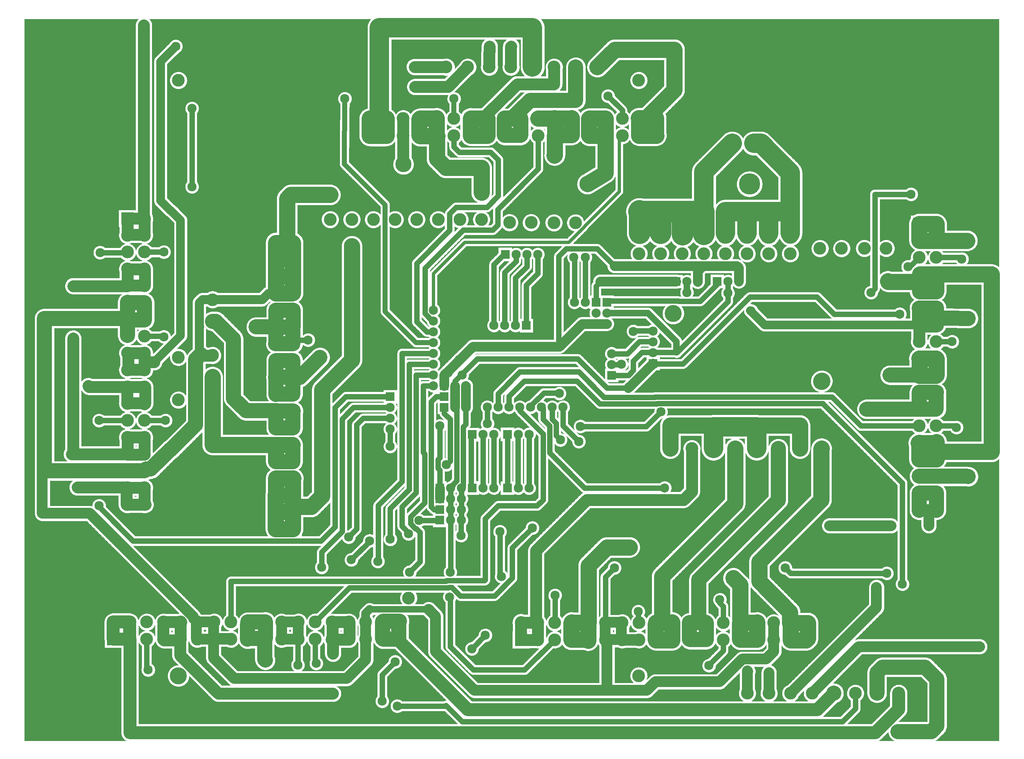
<source format=gbl>
%FSLAX44Y44*%
%MOMM*%
G71*
G01*
G75*
G04 Layer_Physical_Order=2*
G04 Layer_Color=16711680*
%ADD10C,0.1016*%
%ADD11C,3.8100*%
%ADD12C,1.2700*%
%ADD13C,2.0320*%
%ADD14C,2.2860*%
%ADD15C,4.5720*%
%ADD16C,3.5560*%
%ADD17C,2.7940*%
%ADD18C,5.0800*%
%ADD19C,2.5400*%
%ADD20C,1.5240*%
%ADD21C,1.1430*%
%ADD22C,3.0000*%
%ADD23R,3.0000X3.0000*%
%ADD24R,3.0000X3.0000*%
%ADD25C,2.1590*%
%ADD26R,2.1590X2.1590*%
%ADD27R,2.1590X2.1590*%
%ADD28C,5.0000*%
%ADD29O,4.0000X5.0000*%
%ADD30C,4.0000*%
%ADD31O,3.0000X4.0000*%
%ADD32C,3.8100*%
%ADD33C,0.7620*%
%ADD34C,2.1590*%
%ADD35C,3.0480*%
D10*
X3945128Y2903220D02*
X3944993Y2905795D01*
X3944590Y2908343D01*
X3943922Y2910833D01*
X3942998Y2913241D01*
X3941827Y2915539D01*
X3940422Y2917702D01*
X3938800Y2919706D01*
X3936976Y2921530D01*
X3934972Y2923152D01*
X3932809Y2924557D01*
X3930511Y2925728D01*
X3928104Y2926652D01*
X3925612Y2927320D01*
X3923065Y2927723D01*
X3920490Y2927858D01*
X3945128Y2903220D02*
X3944993Y2905795D01*
X3944590Y2908343D01*
X3943922Y2910833D01*
X3942998Y2913241D01*
X3941827Y2915539D01*
X3940422Y2917702D01*
X3938800Y2919706D01*
X3936976Y2921530D01*
X3934972Y2923152D01*
X3932809Y2924557D01*
X3930511Y2925728D01*
X3928104Y2926652D01*
X3925612Y2927320D01*
X3923065Y2927723D01*
X3920490Y2927858D01*
X3877183Y2973070D02*
X3876987Y2975599D01*
X3876402Y2978068D01*
X3875443Y2980417D01*
X3874133Y2982590D01*
X3872504Y2984534D01*
X3870593Y2986204D01*
X3868448Y2987558D01*
X3866119Y2988565D01*
X3863663Y2989201D01*
X3861139Y2989449D01*
X3858606Y2989305D01*
X3856125Y2988772D01*
X3853757Y2987862D01*
X3851558Y2986597D01*
X3849580Y2985008D01*
Y2961132D02*
X3851558Y2959543D01*
X3853757Y2958278D01*
X3856125Y2957368D01*
X3858606Y2956835D01*
X3861139Y2956690D01*
X3863663Y2956939D01*
X3866119Y2957575D01*
X3868448Y2958582D01*
X3870593Y2959936D01*
X3872504Y2961606D01*
X3874133Y2963550D01*
X3875443Y2965723D01*
X3876402Y2968072D01*
X3876987Y2970540D01*
X3877183Y2973070D01*
X3883633Y2927858D02*
X3881092Y2928092D01*
X3878541Y2928062D01*
X3876006Y2927769D01*
X3873515Y2927215D01*
X3871095Y2926406D01*
X3868772Y2925351D01*
X3866570Y2924062D01*
X3605276Y3023870D02*
X3605168Y3026349D01*
X3604844Y3028810D01*
X3604307Y3031233D01*
X3603560Y3033600D01*
X3602611Y3035893D01*
X3601465Y3038094D01*
X3600131Y3040187D01*
X3598620Y3042156D01*
X3596944Y3043986D01*
X3605276Y3023870D02*
X3605168Y3026349D01*
X3604844Y3028810D01*
X3604307Y3031233D01*
X3603560Y3033600D01*
X3602611Y3035893D01*
X3601465Y3038094D01*
X3600131Y3040187D01*
X3598620Y3042156D01*
X3596944Y3043986D01*
X3775710Y2985008D02*
X3773054Y2984709D01*
X3770530Y2983826D01*
X3768267Y2982404D01*
X3766377Y2980513D01*
X3764954Y2978250D01*
X3764071Y2975727D01*
X3763772Y2973070D01*
X3775710Y2985008D02*
X3773054Y2984709D01*
X3770530Y2983826D01*
X3768267Y2982404D01*
X3766377Y2980513D01*
X3764954Y2978250D01*
X3764071Y2975727D01*
X3763772Y2973070D01*
X3859516Y2917008D02*
X3858303Y2914952D01*
X3857295Y2912788D01*
X3856500Y2910537D01*
X3855927Y2908220D01*
X3855582Y2905858D01*
X3855466Y2903474D01*
X4017518Y2863850D02*
X4017383Y2866425D01*
X4016980Y2868972D01*
X4016312Y2871464D01*
X4015388Y2873871D01*
X4014217Y2876169D01*
X4012812Y2878332D01*
X4011190Y2880336D01*
X4009366Y2882160D01*
X4007362Y2883782D01*
X4005199Y2885187D01*
X4002901Y2886358D01*
X4000493Y2887282D01*
X3998003Y2887950D01*
X3995455Y2888353D01*
X3992880Y2888488D01*
X3863698Y2846428D02*
X3865541Y2844763D01*
X3867542Y2843291D01*
X3869681Y2842029D01*
X3863698Y2846428D02*
X3865541Y2844763D01*
X3867542Y2843291D01*
X3869681Y2842029D01*
X3992880Y2839212D02*
X3995455Y2839347D01*
X3998003Y2839750D01*
X4000493Y2840418D01*
X4002901Y2841342D01*
X4005199Y2842513D01*
X4007362Y2843918D01*
X4009366Y2845540D01*
X4011190Y2847364D01*
X4012812Y2849368D01*
X4014217Y2851531D01*
X4015388Y2853829D01*
X4016312Y2856237D01*
X4016980Y2858727D01*
X4017383Y2861275D01*
X4017518Y2863850D01*
X3855466Y2864866D02*
X3855585Y2862451D01*
X3855939Y2860060D01*
X3856527Y2857714D01*
X3857342Y2855437D01*
X3858375Y2853252D01*
X3859618Y2851178D01*
X3861059Y2849236D01*
X3862682Y2847444D01*
X3855466Y2864866D02*
X3855585Y2862451D01*
X3855939Y2860060D01*
X3856527Y2857714D01*
X3857342Y2855437D01*
X3858375Y2853252D01*
X3859618Y2851178D01*
X3861059Y2849236D01*
X3862682Y2847444D01*
X3822460Y2845816D02*
X3822305Y2848338D01*
X3821842Y2850822D01*
X3821078Y2853231D01*
X3820025Y2855528D01*
X3818699Y2857679D01*
X3817119Y2859651D01*
X3815309Y2861414D01*
X3813297Y2862943D01*
X3811112Y2864214D01*
X3808789Y2865207D01*
X3806361Y2865909D01*
X3803866Y2866307D01*
X3801341Y2866397D01*
X3798823Y2866177D01*
X3796352Y2865650D01*
X3793964Y2864825D01*
X3791694Y2863712D01*
X3789579Y2862331D01*
X3787648Y2860700D01*
Y2830932D02*
X3789579Y2829301D01*
X3791694Y2827920D01*
X3793964Y2826808D01*
X3796352Y2825982D01*
X3798823Y2825455D01*
X3801341Y2825235D01*
X3803866Y2825325D01*
X3806361Y2825723D01*
X3808789Y2826425D01*
X3811112Y2827418D01*
X3813297Y2828689D01*
X3815309Y2830217D01*
X3817119Y2831981D01*
X3818699Y2833953D01*
X3820025Y2836104D01*
X3821078Y2838401D01*
X3821842Y2840810D01*
X3822305Y2843294D01*
X3822460Y2845816D01*
X3763772Y2862020D02*
X3761667Y2863469D01*
X3759398Y2864645D01*
X3757002Y2865532D01*
X3754514Y2866114D01*
X3751973Y2866384D01*
X3749418Y2866337D01*
X3746888Y2865974D01*
X3744424Y2865301D01*
X3742061Y2864327D01*
X3739837Y2863069D01*
X3737787Y2861544D01*
X3735941Y2859777D01*
X3734328Y2857795D01*
X3732973Y2855628D01*
X3731897Y2853311D01*
X3731116Y2850877D01*
X3730643Y2848366D01*
X3730484Y2845816D01*
X3730643Y2843266D01*
X3731116Y2840754D01*
X3731897Y2838322D01*
X3732973Y2836004D01*
X3734328Y2833837D01*
X3735941Y2831855D01*
X3737787Y2830088D01*
X3739837Y2828564D01*
X3742061Y2827305D01*
X3744424Y2826331D01*
X3746888Y2825657D01*
X3749418Y2825294D01*
X3751973Y2825248D01*
X3754514Y2825518D01*
X3757002Y2826100D01*
X3759398Y2826987D01*
X3761667Y2828163D01*
X3763772Y2829612D01*
X3936877Y2836212D02*
X3935647Y2837775D01*
X3934272Y2839212D01*
X3996563Y2820670D02*
X3996360Y2823243D01*
X3995755Y2825753D01*
X3994763Y2828136D01*
X3993409Y2830333D01*
X3991728Y2832291D01*
X3989759Y2833961D01*
X3987552Y2835300D01*
X3985163Y2836277D01*
X3982650Y2836866D01*
X3980076Y2837053D01*
X3977504Y2836833D01*
X3974998Y2836212D01*
X3905936Y2839212D02*
X3904323Y2837496D01*
X3902916Y2835607D01*
X3901734Y2833570D01*
X3900793Y2831411D01*
X3900104Y2829159D01*
X3900104D02*
X3899415Y2831411D01*
X3898474Y2833570D01*
X3897292Y2835607D01*
X3895885Y2837496D01*
X3894272Y2839212D01*
X3869681Y2842029D02*
X3867651Y2840669D01*
X3865797Y2839078D01*
X3864144Y2837280D01*
X3862716Y2835298D01*
X3861533Y2833161D01*
X3860611Y2830898D01*
X3859963Y2828543D01*
X3859600Y2826127D01*
X3859525Y2823685D01*
X3859739Y2821252D01*
X3718066Y2845562D02*
X3717910Y2848092D01*
X3717444Y2850584D01*
X3716676Y2852999D01*
X3715616Y2855302D01*
X3714282Y2857457D01*
X3712693Y2859432D01*
X3710873Y2861197D01*
X3708850Y2862724D01*
X3706655Y2863992D01*
X3704320Y2864980D01*
X3701883Y2865673D01*
X3699378Y2866062D01*
X3696844Y2866140D01*
X3694320Y2865906D01*
X3691844Y2865364D01*
X3689453Y2864521D01*
X3687184Y2863392D01*
X3685071Y2861992D01*
X3683146Y2860342D01*
X3681438Y2858469D01*
X3679974Y2856400D01*
X3678774Y2854167D01*
X3677859Y2851803D01*
X3677241Y2849345D01*
X3676929Y2846830D01*
Y2844295D01*
X3677241Y2841779D01*
X3677859Y2839321D01*
X3678774Y2836957D01*
X3679974Y2834724D01*
X3681438Y2832655D01*
X3683146Y2830782D01*
X3685071Y2829132D01*
X3687184Y2827732D01*
X3689453Y2826602D01*
X3691844Y2825760D01*
X3694320Y2825218D01*
X3696844Y2824984D01*
X3699378Y2825062D01*
X3701883Y2825451D01*
X3704320Y2826144D01*
X3706655Y2827132D01*
X3708850Y2828400D01*
X3710873Y2829927D01*
X3712693Y2831692D01*
X3714282Y2833667D01*
X3715616Y2835822D01*
X3716676Y2838125D01*
X3717444Y2840540D01*
X3717910Y2843032D01*
X3718066Y2845562D01*
X3598895Y2863422D02*
X3600345Y2865369D01*
X3601624Y2867432D01*
X3602723Y2869598D01*
X3603633Y2871849D01*
X3604348Y2874169D01*
X3604862Y2876542D01*
X3605172Y2878950D01*
X3605276Y2881376D01*
X3667266Y2845562D02*
X3667110Y2848092D01*
X3666644Y2850584D01*
X3665876Y2852999D01*
X3664816Y2855302D01*
X3663482Y2857457D01*
X3661893Y2859432D01*
X3660073Y2861197D01*
X3658050Y2862724D01*
X3655855Y2863992D01*
X3653521Y2864980D01*
X3651082Y2865673D01*
X3648578Y2866062D01*
X3646044Y2866140D01*
X3643520Y2865906D01*
X3641044Y2865364D01*
X3638653Y2864521D01*
X3636384Y2863392D01*
X3634271Y2861992D01*
X3632346Y2860342D01*
X3630638Y2858469D01*
X3629174Y2856400D01*
X3627975Y2854167D01*
X3627059Y2851803D01*
X3626440Y2849345D01*
X3626129Y2846830D01*
Y2844295D01*
X3626440Y2841779D01*
X3627059Y2839321D01*
X3627975Y2836957D01*
X3629174Y2834724D01*
X3630638Y2832655D01*
X3632346Y2830782D01*
X3634271Y2829132D01*
X3636384Y2827732D01*
X3638653Y2826602D01*
X3641044Y2825760D01*
X3643520Y2825218D01*
X3646044Y2824984D01*
X3648578Y2825062D01*
X3651082Y2825451D01*
X3653521Y2826144D01*
X3655855Y2827132D01*
X3658050Y2828400D01*
X3660073Y2829927D01*
X3661893Y2831692D01*
X3663482Y2833667D01*
X3664816Y2835822D01*
X3665876Y2838125D01*
X3666644Y2840540D01*
X3667110Y2843032D01*
X3667266Y2845562D01*
X3585178Y2852189D02*
X3587576Y2853155D01*
X3589864Y2854358D01*
X3592019Y2855786D01*
X3594019Y2857423D01*
X3595844Y2859255D01*
X3597475Y2861261D01*
X3598895Y2863422D01*
X3597416Y2833370D02*
X3597247Y2836001D01*
X3596744Y2838588D01*
X3595914Y2841090D01*
X3594771Y2843466D01*
X3593333Y2845676D01*
X3591626Y2847684D01*
X3589675Y2849458D01*
X3587514Y2850967D01*
X3585178Y2852189D01*
X3528110Y3112820D02*
X3526280Y3114496D01*
X3524311Y3116007D01*
X3522218Y3117341D01*
X3520016Y3118487D01*
X3517724Y3119436D01*
X3515357Y3120183D01*
X3512934Y3120720D01*
X3510473Y3121044D01*
X3507994Y3121152D01*
X3528110Y3112820D02*
X3526280Y3114496D01*
X3524311Y3116007D01*
X3522218Y3117341D01*
X3520016Y3118487D01*
X3517724Y3119436D01*
X3515357Y3120183D01*
X3512934Y3120720D01*
X3510473Y3121044D01*
X3507994Y3121152D01*
X3490976D02*
X3488363Y3121032D01*
X3485773Y3120672D01*
X3483226Y3120076D01*
X3480745Y3119249D01*
X3478350Y3118197D01*
X3476062Y3116930D01*
X3473900Y3115457D01*
X3471883Y3113793D01*
X3470027Y3111950D01*
X3468348Y3109945D01*
X3466860Y3107794D01*
X3465576Y3105515D01*
X3464323Y3107745D01*
X3462874Y3109854D01*
X3461241Y3111823D01*
X3459438Y3113638D01*
X3457480Y3115284D01*
X3455381Y3116747D01*
X3453160Y3118016D01*
X3450834Y3119080D01*
X3448421Y3119931D01*
X3445942Y3120562D01*
X3443416Y3120967D01*
X3440864Y3121144D01*
X3438307Y3121090D01*
X3435764Y3120808D01*
X3433257Y3120298D01*
X3430806Y3119565D01*
X3428431Y3118615D01*
X3426151Y3117455D01*
X3423984Y3116095D01*
X3421949Y3114546D01*
X3420060Y3112820D01*
X3465576Y3079893D02*
X3466860Y3077614D01*
X3468348Y3075463D01*
X3470027Y3073458D01*
X3471883Y3071615D01*
X3473900Y3069951D01*
X3476062Y3068478D01*
X3478350Y3067211D01*
X3480745Y3066159D01*
X3483226Y3065332D01*
X3485773Y3064736D01*
X3488363Y3064376D01*
X3490976Y3064256D01*
X3460292Y3072588D02*
X3461827Y3074250D01*
X3463225Y3076030D01*
X3464478Y3077914D01*
X3465576Y3079893D01*
X3353512Y3046272D02*
X3351836Y3044442D01*
X3350325Y3042473D01*
X3348991Y3040380D01*
X3347845Y3038179D01*
X3346896Y3035886D01*
X3346149Y3033519D01*
X3345612Y3031096D01*
X3345288Y3028635D01*
X3345180Y3026156D01*
X3353512Y3046272D02*
X3351836Y3044442D01*
X3350325Y3042473D01*
X3348991Y3040380D01*
X3347845Y3038179D01*
X3346896Y3035886D01*
X3346149Y3033519D01*
X3345612Y3031096D01*
X3345288Y3028635D01*
X3345180Y3026156D01*
X3548998Y2864847D02*
X3550257Y2866723D01*
X3551364Y2868693D01*
X3551364D02*
X3552917Y2865963D01*
X3554761Y2863422D01*
X3511658Y2997000D02*
X3511554Y2999526D01*
X3511241Y3002035D01*
X3510722Y3004509D01*
X3510001Y3006932D01*
X3509082Y3009287D01*
X3507971Y3011558D01*
X3506677Y3013730D01*
X3505208Y3015787D01*
X3503574Y3017717D01*
X3501787Y3019504D01*
X3499857Y3021138D01*
X3497800Y3022607D01*
X3495628Y3023901D01*
X3493357Y3025012D01*
X3491002Y3025931D01*
X3488579Y3026652D01*
X3486105Y3027171D01*
X3483596Y3027484D01*
X3481070Y3027588D01*
X3478544Y3027484D01*
X3476035Y3027171D01*
X3473561Y3026652D01*
X3471138Y3025931D01*
X3468783Y3025012D01*
X3466512Y3023901D01*
X3464340Y3022607D01*
X3462282Y3021138D01*
X3460353Y3019504D01*
X3458566Y3017717D01*
X3456932Y3015787D01*
X3455463Y3013730D01*
X3454169Y3011558D01*
X3453058Y3009287D01*
X3452139Y3006932D01*
X3451418Y3004509D01*
X3450899Y3002035D01*
X3450587Y2999526D01*
X3450482Y2997000D01*
X3450587Y2994474D01*
X3450899Y2991965D01*
X3451418Y2989491D01*
X3452139Y2987068D01*
X3453058Y2984713D01*
X3454169Y2982442D01*
X3455463Y2980270D01*
X3456932Y2978212D01*
X3458566Y2976283D01*
X3460353Y2974496D01*
X3462282Y2972862D01*
X3464340Y2971393D01*
X3466512Y2970099D01*
X3468783Y2968988D01*
X3471138Y2968069D01*
X3473561Y2967348D01*
X3476035Y2966829D01*
X3478544Y2966516D01*
X3481070Y2966412D01*
X3483596Y2966516D01*
X3486105Y2966829D01*
X3488579Y2967348D01*
X3491002Y2968069D01*
X3493357Y2968988D01*
X3495628Y2970099D01*
X3497800Y2971393D01*
X3499857Y2972862D01*
X3501787Y2974496D01*
X3503575Y2976283D01*
X3505208Y2978213D01*
X3506677Y2980270D01*
X3507971Y2982442D01*
X3509082Y2984713D01*
X3510001Y2987068D01*
X3510722Y2989491D01*
X3511241Y2991966D01*
X3511554Y2994474D01*
X3511658Y2997000D01*
X3511554Y2999526D01*
X3511241Y3002035D01*
X3510722Y3004509D01*
X3510001Y3006932D01*
X3509082Y3009287D01*
X3507971Y3011558D01*
X3506677Y3013730D01*
X3505208Y3015787D01*
X3503574Y3017717D01*
X3501787Y3019504D01*
X3499857Y3021138D01*
X3497800Y3022607D01*
X3495628Y3023901D01*
X3493357Y3025012D01*
X3491002Y3025931D01*
X3488579Y3026652D01*
X3486105Y3027171D01*
X3483596Y3027484D01*
X3481070Y3027588D01*
X3478544Y3027484D01*
X3476035Y3027171D01*
X3473561Y3026652D01*
X3471138Y3025931D01*
X3468783Y3025012D01*
X3466512Y3023901D01*
X3464340Y3022607D01*
X3462282Y3021138D01*
X3460353Y3019504D01*
X3458566Y3017717D01*
X3456932Y3015787D01*
X3455463Y3013730D01*
X3454169Y3011558D01*
X3453058Y3009287D01*
X3452139Y3006932D01*
X3451418Y3004509D01*
X3450899Y3002035D01*
X3450587Y2999526D01*
X3450482Y2997000D01*
X3450587Y2994474D01*
X3450899Y2991965D01*
X3451418Y2989491D01*
X3452139Y2987068D01*
X3453058Y2984713D01*
X3454169Y2982442D01*
X3455463Y2980270D01*
X3456932Y2978212D01*
X3458566Y2976283D01*
X3460353Y2974496D01*
X3462282Y2972862D01*
X3464340Y2971393D01*
X3466512Y2970099D01*
X3468783Y2968988D01*
X3471138Y2968069D01*
X3473561Y2967348D01*
X3476035Y2966829D01*
X3478544Y2966516D01*
X3481070Y2966412D01*
X3483596Y2966516D01*
X3486105Y2966829D01*
X3488579Y2967348D01*
X3491002Y2968069D01*
X3493357Y2968988D01*
X3495628Y2970099D01*
X3497800Y2971393D01*
X3499857Y2972862D01*
X3501787Y2974496D01*
X3503575Y2976283D01*
X3505208Y2978213D01*
X3506677Y2980270D01*
X3507971Y2982442D01*
X3509082Y2984713D01*
X3510001Y2987068D01*
X3510722Y2989491D01*
X3511241Y2991966D01*
X3511554Y2994474D01*
X3511658Y2997000D01*
X3500756Y2868568D02*
X3501835Y2866663D01*
X3503058Y2864847D01*
X3496706Y2862468D02*
X3498229Y2864382D01*
X3499583Y2866421D01*
X3500756Y2868568D01*
X3554761Y2863422D02*
X3556181Y2861261D01*
X3557812Y2859255D01*
X3559637Y2857423D01*
X3561637Y2855786D01*
X3563792Y2854358D01*
X3566080Y2853155D01*
X3568478Y2852189D01*
X3534693Y2852046D02*
X3536964Y2852989D01*
X3539134Y2854145D01*
X3541183Y2855504D01*
X3543091Y2857054D01*
X3544843Y2858780D01*
X3546420Y2860666D01*
X3547810Y2862694D01*
X3548998Y2864847D01*
X3568478Y2852189D02*
X3566237Y2851025D01*
X3564156Y2849596D01*
X3562265Y2847923D01*
X3560594Y2846031D01*
X3559166Y2843949D01*
X3558004Y2841707D01*
X3557125Y2839341D01*
X3556542Y2836884D01*
X3556265Y2834375D01*
X3556296Y2831850D01*
X3556637Y2829348D01*
X3557281Y2826907D01*
X3558219Y2824563D01*
X3559437Y2822352D01*
X3560916Y2820306D01*
X3562635Y2818456D01*
X3564567Y2816831D01*
X3566683Y2815455D01*
X3568953Y2814348D01*
X3571340Y2813527D01*
X3573810Y2813004D01*
X3576325Y2812788D01*
X3578849Y2812881D01*
X3581341Y2813283D01*
X3583766Y2813986D01*
X3586086Y2814981D01*
X3588268Y2816253D01*
X3590277Y2817782D01*
X3592084Y2819545D01*
X3593661Y2821516D01*
X3594985Y2823666D01*
X3596037Y2825961D01*
X3596799Y2828368D01*
X3597261Y2830850D01*
X3597416Y2833370D01*
X3546616D02*
X3546452Y2835963D01*
X3545963Y2838514D01*
X3545157Y2840984D01*
X3544045Y2843332D01*
X3542648Y2845522D01*
X3540985Y2847517D01*
X3539084Y2849289D01*
X3536976Y2850806D01*
X3534693Y2852046D01*
X3503058Y2864847D02*
X3504246Y2862694D01*
X3505635Y2860666D01*
X3507213Y2858780D01*
X3508965Y2857054D01*
X3510873Y2855504D01*
X3512922Y2854145D01*
X3515092Y2852989D01*
X3517363Y2852046D01*
X3483578Y2852189D02*
X3485830Y2853088D01*
X3487988Y2854196D01*
X3490030Y2855504D01*
X3491940Y2856999D01*
X3493699Y2858669D01*
X3495293Y2860497D01*
X3496706Y2862468D01*
X3453750D02*
X3455163Y2860497D01*
X3456757Y2858668D01*
X3458516Y2856999D01*
X3460426Y2855504D01*
X3462468Y2854196D01*
X3464626Y2853088D01*
X3466878Y2852189D01*
X3517363Y2852046D02*
X3515151Y2850850D01*
X3513101Y2849393D01*
X3511243Y2847698D01*
X3509607Y2845788D01*
X3508215Y2843694D01*
X3507090Y2841445D01*
X3506246Y2839075D01*
X3505698Y2836621D01*
X3505453Y2834118D01*
X3505516Y2831604D01*
X3505884Y2829116D01*
X3506553Y2826692D01*
X3507513Y2824367D01*
X3508748Y2822177D01*
X3510242Y2820154D01*
X3511971Y2818328D01*
X3513910Y2816726D01*
X3516030Y2815373D01*
X3518299Y2814288D01*
X3520683Y2813488D01*
X3523147Y2812985D01*
X3525654Y2812785D01*
X3528167Y2812893D01*
X3530647Y2813307D01*
X3533059Y2814020D01*
X3535366Y2815021D01*
X3537533Y2816297D01*
X3539529Y2817827D01*
X3541323Y2819589D01*
X3542889Y2821556D01*
X3544204Y2823700D01*
X3545247Y2825989D01*
X3546004Y2828387D01*
X3546462Y2830860D01*
X3546616Y2833370D01*
X3495816Y2833370D02*
X3495647Y2836001D01*
X3495144Y2838588D01*
X3494314Y2841090D01*
X3493170Y2843466D01*
X3491733Y2845676D01*
X3490026Y2847684D01*
X3488075Y2849458D01*
X3485914Y2850967D01*
X3483578Y2852189D01*
X3463925Y2816162D02*
X3466188Y2814873D01*
X3468595Y2813880D01*
X3471109Y2813198D01*
X3473688Y2812840D01*
X3476293Y2812809D01*
X3478880Y2813109D01*
X3481409Y2813732D01*
X3483839Y2814669D01*
X3486131Y2815906D01*
X3488248Y2817422D01*
X3490157Y2819194D01*
X3491828Y2821192D01*
X3493233Y2823385D01*
X3494349Y2825738D01*
X3495160Y2828213D01*
X3495651Y2830771D01*
X3495816Y2833370D01*
X3466878Y2852189D02*
X3464665Y2851042D01*
X3462606Y2849635D01*
X3460733Y2847990D01*
X3459072Y2846131D01*
X3457648Y2844085D01*
X3456482Y2841882D01*
X3455591Y2839554D01*
X3454987Y2837135D01*
X3454680Y2834661D01*
X3454675Y2832168D01*
X3454971Y2829692D01*
X3455564Y2827271D01*
X3456445Y2824939D01*
X3457602Y2822731D01*
X3459017Y2820678D01*
X3460670Y2818812D01*
X3447398Y2864847D02*
X3448621Y2866663D01*
X3449700Y2868568D01*
X3449700Y2868568D02*
X3450873Y2866421D01*
X3452227Y2864382D01*
X3453750Y2862468D01*
X3433093Y2852046D02*
X3435364Y2852989D01*
X3437534Y2854145D01*
X3439583Y2855504D01*
X3441491Y2857054D01*
X3443243Y2858780D01*
X3444820Y2860666D01*
X3446210Y2862694D01*
X3447398Y2864847D01*
X3424428Y2960878D02*
X3421860Y2960762D01*
X3419313Y2960414D01*
X3416808Y2959839D01*
X3414366Y2959039D01*
X3412005Y2958022D01*
X3409745Y2956796D01*
X3407606Y2955371D01*
X3405604Y2953759D01*
X3403755Y2951973D01*
X3402076Y2950027D01*
X3424428Y2960878D02*
X3421860Y2960762D01*
X3419313Y2960414D01*
X3416808Y2959839D01*
X3414366Y2959039D01*
X3412005Y2958022D01*
X3409745Y2956796D01*
X3407606Y2955371D01*
X3405604Y2953759D01*
X3403755Y2951973D01*
X3402076Y2950027D01*
X3401458Y2864847D02*
X3402646Y2862694D01*
X3404036Y2860666D01*
X3405613Y2858780D01*
X3407365Y2857054D01*
X3409273Y2855504D01*
X3411322Y2854145D01*
X3413492Y2852989D01*
X3415763Y2852046D01*
X3385250Y2850364D02*
X3387502Y2851381D01*
X3389666Y2852575D01*
X3391727Y2853937D01*
X3393674Y2855459D01*
X3395493Y2857131D01*
X3397173Y2858943D01*
X3398703Y2860883D01*
X3400074Y2862939D01*
X3401277Y2865098D01*
X3445016Y2833370D02*
X3444852Y2835963D01*
X3444363Y2838514D01*
X3443557Y2840984D01*
X3442445Y2843332D01*
X3441048Y2845522D01*
X3439385Y2847517D01*
X3437484Y2849289D01*
X3435376Y2850806D01*
X3433093Y2852046D01*
X3441191Y2821418D02*
X3442540Y2823581D01*
X3443611Y2825894D01*
X3444388Y2828321D01*
X3444858Y2830826D01*
X3445016Y2833370D01*
X3415763Y2852046D02*
X3413495Y2850815D01*
X3411399Y2849311D01*
X3409507Y2847556D01*
X3407850Y2845578D01*
X3406453Y2843409D01*
X3405339Y2841081D01*
X3404524Y2838633D01*
X3404022Y2836102D01*
X3403841Y2833528D01*
X3403983Y2830952D01*
X3404445Y2828413D01*
X3405222Y2825953D01*
X3406301Y2823609D01*
X3407664Y2821418D01*
X3349073Y2860188D02*
X3350837Y2858094D01*
X3352779Y2856164D01*
X3354884Y2854413D01*
X3357136Y2852855D01*
X3359516Y2851502D01*
X3362006Y2850364D01*
X3335815Y2849345D02*
X3338051Y2850413D01*
X3340195Y2851656D01*
X3342233Y2853067D01*
X3344151Y2854636D01*
X3345938Y2856353D01*
X3347582Y2858208D01*
X3349073Y2860188D01*
X3394216Y2833370D02*
X3394065Y2835863D01*
X3393612Y2838318D01*
X3392866Y2840702D01*
X3391837Y2842977D01*
X3390540Y2845111D01*
X3388994Y2847072D01*
X3387222Y2848832D01*
X3385250Y2850364D01*
X3390392Y2821418D02*
X3391740Y2823581D01*
X3392811Y2825894D01*
X3393587Y2828321D01*
X3394058Y2830826D01*
X3394216Y2833370D01*
X3362006Y2850364D02*
X3360019Y2848819D01*
X3358235Y2847043D01*
X3356682Y2845062D01*
X3355382Y2842907D01*
X3354355Y2840609D01*
X3353615Y2838203D01*
X3353175Y2835725D01*
X3353040Y2833211D01*
X3353214Y2830700D01*
X3353692Y2828229D01*
X3354469Y2825835D01*
X3355531Y2823553D01*
X3356865Y2821418D01*
X3343416Y2833370D02*
X3343250Y2835975D01*
X3342757Y2838539D01*
X3341942Y2841019D01*
X3340821Y2843376D01*
X3339409Y2845573D01*
X3337732Y2847574D01*
X3335815Y2849345D01*
X3339591Y2821418D02*
X3340940Y2823581D01*
X3342010Y2825894D01*
X3342787Y2828321D01*
X3343258Y2830826D01*
X3343416Y2833370D01*
X3991987Y2809312D02*
X3993582Y2811247D01*
X3994863Y2813402D01*
X3995800Y2815728D01*
X3996371Y2818170D01*
X3996563Y2820670D01*
X4066921Y2802490D02*
X4064883Y2804235D01*
X4062668Y2805747D01*
X4060302Y2807010D01*
X4057812Y2808008D01*
X4055228Y2808730D01*
X4052581Y2809166D01*
X4049903Y2809312D01*
X4066921Y2802490D02*
X4064883Y2804235D01*
X4062668Y2805747D01*
X4060302Y2807010D01*
X4057812Y2808008D01*
X4055228Y2808730D01*
X4052581Y2809166D01*
X4049903Y2809312D01*
X3966075Y2812336D02*
X3968373Y2809312D01*
X3900104Y2819389D02*
X3900795Y2817130D01*
X3901741Y2814965D01*
X3902928Y2812923D01*
X3904341Y2811030D01*
X3905962Y2809312D01*
X3934246D02*
X3935636Y2810760D01*
X3936877Y2812336D01*
X3933732Y2724685D02*
X3935811Y2726303D01*
X3937704Y2728134D01*
X3939392Y2730157D01*
X3940854Y2732348D01*
X3942073Y2734683D01*
X3943036Y2737135D01*
X3943732Y2739675D01*
X3944153Y2742276D01*
X3944294Y2744906D01*
X3933732Y2724685D02*
X3935811Y2726303D01*
X3937704Y2728134D01*
X3939392Y2730157D01*
X3940854Y2732348D01*
X3942073Y2734683D01*
X3943036Y2737135D01*
X3943732Y2739675D01*
X3944153Y2742276D01*
X3944294Y2744906D01*
X4018788Y2680970D02*
X4018644Y2683562D01*
X4018213Y2686122D01*
X4017501Y2688618D01*
X4016516Y2691021D01*
X4015271Y2693298D01*
X4013781Y2695424D01*
X4012065Y2697372D01*
X4010143Y2699117D01*
X4008039Y2700638D01*
X4005780Y2701916D01*
X4003392Y2702936D01*
X4000907Y2703685D01*
X3998353Y2704153D01*
X3995764Y2704336D01*
X3995076Y2657604D02*
X3997543Y2657699D01*
X3999987Y2658053D01*
X4002379Y2658662D01*
X4004694Y2659521D01*
X4006905Y2660619D01*
X4008988Y2661945D01*
X4010919Y2663482D01*
X4012678Y2665215D01*
X4014244Y2667124D01*
X4015600Y2669187D01*
X4016730Y2671382D01*
X4017623Y2673683D01*
X4018268Y2676067D01*
X4018658Y2678505D01*
X4018788Y2680970D01*
X3943796Y2705474D02*
X3943662Y2707975D01*
X3943261Y2710447D01*
X3942597Y2712863D01*
X3941679Y2715193D01*
X3940517Y2717411D01*
X3939124Y2719493D01*
X3937516Y2721413D01*
X3935712Y2723151D01*
X3933732Y2724685D01*
X3943796Y2705474D02*
X3943662Y2707975D01*
X3943261Y2710447D01*
X3942597Y2712863D01*
X3941679Y2715193D01*
X3940517Y2717411D01*
X3939124Y2719493D01*
X3937516Y2721413D01*
X3935712Y2723151D01*
X3933732Y2724685D01*
X3929851Y2644408D02*
X3932022Y2645503D01*
X3934068Y2646818D01*
X3935966Y2648338D01*
X3937695Y2650047D01*
X3939238Y2651927D01*
X3940577Y2653956D01*
X3941698Y2656114D01*
X3942588Y2658376D01*
X3929851Y2644408D02*
X3932022Y2645503D01*
X3934068Y2646818D01*
X3935966Y2648338D01*
X3937695Y2650047D01*
X3939238Y2651927D01*
X3940577Y2653956D01*
X3941698Y2656114D01*
X3942588Y2658376D01*
X3973703Y2626360D02*
X3973505Y2628898D01*
X3972917Y2631374D01*
X3971952Y2633729D01*
X3970634Y2635907D01*
X3968994Y2637854D01*
X3967073Y2639524D01*
X3964916Y2640876D01*
X3962576Y2641877D01*
X3960110Y2642504D01*
X3957575Y2642741D01*
X3955035Y2642583D01*
X3952549Y2642033D01*
X3950179Y2641105D01*
X3947982Y2639821D01*
X3946009Y2638212D01*
X3936877D02*
X3935400Y2640054D01*
X3933722Y2641715D01*
X3931864Y2643173D01*
X3929851Y2644408D01*
X3907335Y2642424D02*
X3905314Y2640596D01*
X3903553Y2638518D01*
X3902080Y2636225D01*
X3900924Y2633758D01*
X3900104Y2631159D01*
X3894246Y2809312D02*
X3895867Y2811030D01*
X3897280Y2812923D01*
X3898467Y2814965D01*
X3899413Y2817130D01*
X3900104Y2819389D01*
X3857002Y2818515D02*
X3854488Y2818851D01*
X3851953Y2818796D01*
X3849456Y2818350D01*
X3847059Y2817524D01*
X3844817Y2816339D01*
X3842785Y2814821D01*
X3841012Y2813008D01*
X3839540Y2810943D01*
X3838405Y2808676D01*
X3837632Y2806260D01*
X3837242Y2803754D01*
X3837243Y2801218D01*
X3837635Y2798713D01*
X3838410Y2796298D01*
X3839548Y2794032D01*
X3841022Y2791968D01*
X3857018Y2742692D02*
X3857394Y2740084D01*
X3858048Y2737531D01*
X3858970Y2735062D01*
X3860151Y2732705D01*
X3861577Y2730489D01*
X3863231Y2728438D01*
X3865095Y2726574D01*
X3867147Y2724921D01*
X3857018Y2742692D02*
X3857394Y2740084D01*
X3858048Y2737531D01*
X3858970Y2735062D01*
X3860151Y2732705D01*
X3861577Y2730489D01*
X3863231Y2728438D01*
X3865095Y2726574D01*
X3867147Y2724921D01*
X3790038Y2749908D02*
X3791891Y2748234D01*
X3793904Y2746757D01*
X3796056Y2745490D01*
X3798326Y2744448D01*
X3800689Y2743641D01*
X3803121Y2743077D01*
X3805598Y2742762D01*
X3808095Y2742700D01*
X3813998Y2791968D02*
X3811464Y2792667D01*
X3808869Y2793092D01*
X3806244Y2793238D01*
X3803618Y2793103D01*
X3801021Y2792690D01*
X3798484Y2792002D01*
X3796034Y2791047D01*
X3793699Y2789837D01*
X3791507Y2788385D01*
X3789482Y2786708D01*
X3787648Y2784824D01*
Y2752376D02*
X3788768Y2751178D01*
X3784151Y2742379D02*
X3785636Y2744188D01*
X3786739Y2746252D01*
X3787419Y2748491D01*
X3787648Y2750820D01*
X3784142Y2742370D02*
X3785631Y2744180D01*
X3786737Y2746246D01*
X3787418Y2748488D01*
X3787648Y2750820D01*
X3763772Y2758027D02*
X3761324Y2757364D01*
X3759008Y2756330D01*
X3756878Y2754952D01*
X3754987Y2753261D01*
X3753380Y2751299D01*
X3752095Y2749112D01*
X3751163Y2746753D01*
X3750606Y2744279D01*
X3750438Y2741748D01*
X3750663Y2739221D01*
X3751274Y2736760D01*
X3752259Y2734422D01*
X3753592Y2732265D01*
X3755242Y2730339D01*
X3757170Y2728690D01*
X3759330Y2727360D01*
X3761668Y2726378D01*
X3764130Y2725769D01*
X3766657Y2725548D01*
X3769188Y2725719D01*
X3771662Y2726279D01*
X3774019Y2727214D01*
X3776205Y2728501D01*
X3778165Y2730111D01*
X3779854Y2732003D01*
X3781229Y2734134D01*
X3782260Y2736452D01*
X3782921Y2738901D01*
X3783195Y2741422D01*
X3648261Y2740211D02*
X3646452Y2741696D01*
X3644388Y2742799D01*
X3642149Y2743479D01*
X3639820Y2743708D01*
X3648270Y2740203D02*
X3646460Y2741691D01*
X3644394Y2742797D01*
X3642152Y2743478D01*
X3639820Y2743708D01*
X3867147Y2724921D02*
X3865165Y2723444D01*
X3863351Y2721765D01*
X3861724Y2719905D01*
X3860303Y2717883D01*
X3859103Y2715722D01*
X3858138Y2713446D01*
X3857419Y2711082D01*
X3856953Y2708654D01*
X3856747Y2706192D01*
X3856802Y2703721D01*
X3857117Y2701270D01*
X3857690Y2698865D01*
X3900104Y2631159D02*
X3899662Y2632704D01*
X3850513Y2691130D02*
X3850316Y2693659D01*
X3849732Y2696128D01*
X3848773Y2698477D01*
X3847463Y2700650D01*
X3845834Y2702594D01*
X3843923Y2704264D01*
X3841778Y2705618D01*
X3839449Y2706625D01*
X3836993Y2707261D01*
X3834468Y2707509D01*
X3831936Y2707365D01*
X3829455Y2706832D01*
X3827087Y2705922D01*
X3824888Y2704657D01*
X3822910Y2703068D01*
X3847472Y2681622D02*
X3848778Y2683793D01*
X3849734Y2686139D01*
X3850317Y2688604D01*
X3850513Y2691130D01*
X3672019Y2682689D02*
X3673241Y2681622D01*
X3672010Y2682697D02*
X3673241Y2681622D01*
X3946192Y2614336D02*
X3948175Y2612767D01*
X3950376Y2611522D01*
X3952742Y2610630D01*
X3955217Y2610113D01*
X3957743Y2609983D01*
X3960258Y2610243D01*
X3962703Y2610887D01*
X3965020Y2611899D01*
X3967154Y2613257D01*
X3969053Y2614926D01*
X3970673Y2616868D01*
X3971974Y2619036D01*
X3972927Y2621378D01*
X3973508Y2623839D01*
X3973703Y2626360D01*
X3945128Y2585720D02*
X3945009Y2588135D01*
X3944655Y2590527D01*
X3944067Y2592872D01*
X3943253Y2595149D01*
X3942219Y2597334D01*
X3940976Y2599408D01*
X3939536Y2601350D01*
X3937912Y2603142D01*
X3945128Y2585720D02*
X3945009Y2588135D01*
X3944655Y2590527D01*
X3944067Y2592872D01*
X3943253Y2595149D01*
X3942219Y2597334D01*
X3940976Y2599408D01*
X3939536Y2601350D01*
X3937912Y2603142D01*
Y2530198D02*
X3939536Y2531990D01*
X3940976Y2533932D01*
X3942219Y2536006D01*
X3943253Y2538191D01*
X3944067Y2540468D01*
X3944655Y2542813D01*
X3945009Y2545205D01*
X3945128Y2547620D01*
X3937912Y2530198D02*
X3939536Y2531990D01*
X3940976Y2533932D01*
X3942219Y2536006D01*
X3943253Y2538191D01*
X3944067Y2540468D01*
X3944655Y2542813D01*
X3945009Y2545205D01*
X3945128Y2547620D01*
X3900104Y2621389D02*
X3900795Y2619130D01*
X3901741Y2616965D01*
X3902928Y2614923D01*
X3904341Y2613030D01*
X3905962Y2611312D01*
X3930714Y2608630D02*
X3933023Y2610244D01*
X3935091Y2612158D01*
X3936877Y2614336D01*
X3894246Y2611312D02*
X3895867Y2613030D01*
X3897280Y2614923D01*
X3898467Y2616965D01*
X3899413Y2619130D01*
X3900104Y2621389D01*
X3860546Y2632704D02*
X3859912Y2630294D01*
X3859575Y2627824D01*
X3859537Y2625332D01*
X3859802Y2622854D01*
X3860364Y2620426D01*
X3861216Y2618083D01*
X3862344Y2615861D01*
X3863732Y2613791D01*
X3865360Y2611904D01*
X3867205Y2610228D01*
X3869239Y2608787D01*
X3936958Y2604096D02*
X3935039Y2605823D01*
X3932950Y2607340D01*
X3930714Y2608630D01*
X3936958Y2604096D02*
X3935039Y2605823D01*
X3932950Y2607340D01*
X3930714Y2608630D01*
X3869239Y2608787D02*
X3867082Y2607589D01*
X3865056Y2606182D01*
X3863181Y2604580D01*
X3861475Y2602798D01*
X3859956Y2600854D01*
X3858639Y2598769D01*
X3857537Y2596562D01*
X3856661Y2594255D01*
X3856021Y2591873D01*
X3855622Y2589439D01*
X3855468Y2586977D01*
X3855561Y2584512D01*
X3855900Y2582069D01*
X3856482Y2579672D01*
X3811270Y2570988D02*
X3808744Y2570851D01*
X3806247Y2570442D01*
X3803809Y2569765D01*
X3801458Y2568828D01*
X3799223Y2567643D01*
X3797128Y2566223D01*
X3795200Y2564585D01*
X3793460Y2562748D01*
X3791929Y2560734D01*
X3790624Y2558566D01*
X3789562Y2556269D01*
X3788754Y2553872D01*
X3788210Y2551400D01*
X3787936Y2548885D01*
Y2546355D01*
X3788210Y2543840D01*
X3788754Y2541368D01*
X3789562Y2538971D01*
X3790624Y2536674D01*
X3791929Y2534506D01*
X3793460Y2532492D01*
X3795200Y2530655D01*
X3797128Y2529017D01*
X3799222Y2527597D01*
X3801458Y2526412D01*
X3803809Y2525475D01*
X3806247Y2524798D01*
X3808744Y2524389D01*
X3811270Y2524252D01*
X3933586Y2526334D02*
X3935167Y2527569D01*
X3936642Y2528928D01*
X3933586Y2526334D02*
X3935167Y2527569D01*
X3936642Y2528928D01*
X3943858Y2506980D02*
X3943721Y2509509D01*
X3943311Y2512008D01*
X3942632Y2514448D01*
X3941694Y2516801D01*
X3940507Y2519038D01*
X3939084Y2521133D01*
X3937444Y2523062D01*
X3935603Y2524803D01*
X3933586Y2526334D01*
X3943858Y2506980D02*
X3943721Y2509509D01*
X3943311Y2512008D01*
X3942632Y2514448D01*
X3941694Y2516801D01*
X3940507Y2519038D01*
X3939084Y2521133D01*
X3937444Y2523062D01*
X3935603Y2524803D01*
X3933586Y2526334D01*
X3943472Y2502750D02*
X3943761Y2504856D01*
X3943858Y2506980D01*
X3943472Y2502750D02*
X3943761Y2504856D01*
X3943858Y2506980D01*
X3864110Y2524252D02*
X3862403Y2522525D01*
X3860883Y2520630D01*
X3859569Y2518588D01*
X3858474Y2516421D01*
X3857610Y2514151D01*
X3856985Y2511804D01*
X3856608Y2509405D01*
X3856482Y2506980D01*
X3864110Y2524252D02*
X3862403Y2522525D01*
X3860883Y2520630D01*
X3859569Y2518588D01*
X3858474Y2516421D01*
X3857610Y2514151D01*
X3856985Y2511804D01*
X3856608Y2509405D01*
X3856482Y2506980D01*
X3676584Y2533396D02*
X3676459Y2535919D01*
X3676086Y2538417D01*
X3675469Y2540867D01*
X3674613Y2543243D01*
X3673527Y2545524D01*
X3672222Y2547686D01*
X3670709Y2549710D01*
X3669005Y2551574D01*
X3667125Y2553261D01*
X3665087Y2554754D01*
X3662913Y2556040D01*
X3660622Y2557104D01*
X3658237Y2557938D01*
X3655782Y2558532D01*
X3653281Y2558882D01*
X3650757Y2558983D01*
X3648235Y2558835D01*
X3645740Y2558438D01*
X3643297Y2557798D01*
X3640928Y2556920D01*
X3638658Y2555813D01*
X3636508Y2554487D01*
X3634499Y2552956D01*
X3632650Y2551234D01*
X3668834Y2515050D02*
X3670575Y2516921D01*
X3672121Y2518957D01*
X3673456Y2521136D01*
X3674567Y2523438D01*
X3675443Y2525839D01*
X3676075Y2528316D01*
X3676456Y2530843D01*
X3676584Y2533396D01*
X3683186Y2504626D02*
X3681377Y2506111D01*
X3679313Y2507214D01*
X3677074Y2507894D01*
X3674745Y2508123D01*
X3683195Y2504617D02*
X3681385Y2506106D01*
X3679319Y2507212D01*
X3677077Y2507893D01*
X3674745Y2508123D01*
X3656925D02*
X3659582Y2508970D01*
X3662130Y2510102D01*
X3664540Y2511504D01*
X3666784Y2513160D01*
X3668834Y2515050D01*
X3632650Y2551234D02*
X3630895Y2549346D01*
X3629339Y2547292D01*
X3627998Y2545092D01*
X3626884Y2542768D01*
X3626010Y2540343D01*
X3625385Y2537843D01*
X3625013Y2535293D01*
X3624901Y2532718D01*
X3625047Y2530146D01*
X3625452Y2527600D01*
X3626111Y2525109D01*
X3627017Y2522696D01*
X3628161Y2520387D01*
X3629532Y2518205D01*
X3631115Y2516171D01*
X3632895Y2514308D01*
X3634853Y2512632D01*
X3636970Y2511162D01*
X3639224Y2509913D01*
X3641592Y2508896D01*
X3644051Y2508123D01*
X3460670Y2818812D02*
X3458568Y2819935D01*
X3456329Y2820753D01*
X3453998Y2821251D01*
X3451620Y2821418D01*
X3460670Y2818812D02*
X3458568Y2819935D01*
X3456329Y2820753D01*
X3453998Y2821251D01*
X3451620Y2821418D01*
X3472942Y2800096D02*
X3472733Y2802758D01*
X3472109Y2805355D01*
X3471087Y2807822D01*
X3469692Y2810099D01*
X3467957Y2812130D01*
X3472942Y2800096D02*
X3472733Y2802758D01*
X3472109Y2805355D01*
X3471087Y2807822D01*
X3469692Y2810099D01*
X3467957Y2812130D01*
X3442806Y2757250D02*
X3444614Y2755376D01*
X3446687Y2753799D01*
X3448976Y2752557D01*
X3451428Y2751679D01*
X3453985Y2751185D01*
X3456587Y2751087D01*
X3459174Y2751387D01*
X3461685Y2752079D01*
X3464061Y2753145D01*
X3466246Y2754562D01*
X3468190Y2756295D01*
X3469846Y2758305D01*
X3471176Y2760544D01*
X3472150Y2762960D01*
X3472743Y2765495D01*
X3472942Y2768092D01*
X3482340Y2743708D02*
X3480011Y2743479D01*
X3477772Y2742799D01*
X3475708Y2741696D01*
X3473899Y2740211D01*
X3482340Y2743708D02*
X3480008Y2743478D01*
X3477766Y2742797D01*
X3475700Y2741691D01*
X3473889Y2740203D01*
X3500273Y2704358D02*
X3499183Y2706739D01*
X3497727Y2708916D01*
X3495944Y2710833D01*
X3493877Y2712442D01*
X3491580Y2713700D01*
X3489112Y2714577D01*
X3486536Y2715049D01*
X3483918Y2715105D01*
X3483918D02*
X3482581Y2715128D01*
X3467232Y2699779D02*
X3467375Y2697233D01*
X3467926Y2694744D01*
X3468873Y2692376D01*
X3470188Y2690192D01*
X3471840Y2688250D01*
X3438906Y2782168D02*
X3436556Y2783324D01*
X3434053Y2784090D01*
X3431459Y2784448D01*
X3428842Y2784388D01*
X3426267Y2783912D01*
X3423801Y2783032D01*
X3421507Y2781770D01*
X3446653Y2740660D02*
X3446478Y2743048D01*
X3445957Y2745385D01*
X3445100Y2747622D01*
X3443927Y2749709D01*
X3442462Y2751603D01*
X3418174Y2751709D02*
X3416643Y2749754D01*
X3415425Y2747591D01*
X3414548Y2745268D01*
X3414033Y2742839D01*
X3413890Y2740360D01*
X3414123Y2737888D01*
X3414727Y2735480D01*
X3415688Y2733191D01*
X3416985Y2731073D01*
X3418586Y2729176D01*
X3342132Y2782063D02*
X3339802Y2783161D01*
X3337328Y2783880D01*
X3334771Y2784203D01*
X3332196Y2784121D01*
X3329666Y2783636D01*
X3327243Y2782761D01*
X3324987Y2781516D01*
X3347212Y2755202D02*
X3349114Y2753586D01*
X3351232Y2752266D01*
X3353520Y2751270D01*
X3355929Y2750620D01*
X3358407Y2750328D01*
X3360902Y2750403D01*
X3363358Y2750840D01*
X3365724Y2751633D01*
X3367950Y2752763D01*
X3369985Y2754207D01*
X3371788Y2755933D01*
X3373318Y2757903D01*
X3374545Y2760077D01*
X3375440Y2762406D01*
X3375985Y2764841D01*
X3376168Y2767330D01*
X3350133Y2741930D02*
X3349945Y2744404D01*
X3349386Y2746822D01*
X3348468Y2749127D01*
X3347212Y2751267D01*
X3442462Y2729716D02*
X3443927Y2731611D01*
X3445100Y2733698D01*
X3445957Y2735934D01*
X3446478Y2738272D01*
X3446653Y2740660D01*
X3438965Y2712153D02*
X3440450Y2713961D01*
X3441553Y2716025D01*
X3442233Y2718265D01*
X3442462Y2720594D01*
X3438957Y2712144D02*
X3440445Y2713954D01*
X3441551Y2716020D01*
X3442232Y2718262D01*
X3442462Y2720594D01*
X3347827Y2733548D02*
X3349094Y2736189D01*
X3349871Y2739013D01*
X3350133Y2741930D01*
X3365500Y2709672D02*
X3367832Y2709902D01*
X3370074Y2710583D01*
X3372140Y2711689D01*
X3373951Y2713177D01*
X3365500Y2709672D02*
X3367829Y2709901D01*
X3370068Y2710581D01*
X3372132Y2711684D01*
X3373941Y2713169D01*
X3505340Y2654749D02*
X3507220Y2653141D01*
X3509328Y2651847D01*
X3511614Y2650899D01*
X3514019Y2650320D01*
X3516486Y2650126D01*
X3505351Y2654738D02*
X3507230Y2653134D01*
X3509337Y2651842D01*
X3511620Y2650897D01*
X3514023Y2650320D01*
X3516486Y2650126D01*
X3329178Y3313430D02*
X3329043Y3316005D01*
X3328640Y3318553D01*
X3327972Y3321043D01*
X3327048Y3323451D01*
X3325877Y3325749D01*
X3324472Y3327912D01*
X3322850Y3329916D01*
X3321026Y3331740D01*
X3319022Y3333362D01*
X3316859Y3334767D01*
X3314561Y3335938D01*
X3312154Y3336862D01*
X3309662Y3337530D01*
X3307115Y3337933D01*
X3304540Y3338068D01*
X3329178Y3313430D02*
X3329043Y3316005D01*
X3328640Y3318553D01*
X3327972Y3321043D01*
X3327048Y3323451D01*
X3325877Y3325749D01*
X3324472Y3327912D01*
X3322850Y3329916D01*
X3321026Y3331740D01*
X3319022Y3333362D01*
X3316859Y3334767D01*
X3314561Y3335938D01*
X3312154Y3336862D01*
X3309662Y3337530D01*
X3307115Y3337933D01*
X3304540Y3338068D01*
X3321962Y3200758D02*
X3323586Y3202550D01*
X3325026Y3204492D01*
X3326269Y3206566D01*
X3327303Y3208752D01*
X3328117Y3211028D01*
X3328705Y3213373D01*
X3329059Y3215765D01*
X3329178Y3218180D01*
X3321962Y3200758D02*
X3323586Y3202550D01*
X3325026Y3204492D01*
X3326269Y3206566D01*
X3327303Y3208752D01*
X3328117Y3211028D01*
X3328705Y3213373D01*
X3329059Y3215765D01*
X3329178Y3218180D01*
X3285744Y3148611D02*
X3285998Y3152140D01*
X3285744Y3148611D02*
X3285998Y3152140D01*
X3285853Y3154810D01*
X3285419Y3157448D01*
X3284702Y3160024D01*
X3283711Y3162507D01*
X3285998Y3152140D02*
X3285853Y3154810D01*
X3285419Y3157448D01*
X3284702Y3160024D01*
X3283711Y3162507D01*
X3241308Y3241040D02*
X3241152Y3243570D01*
X3240686Y3246062D01*
X3239918Y3248477D01*
X3238858Y3250780D01*
X3237524Y3252935D01*
X3235935Y3254910D01*
X3234115Y3256674D01*
X3232092Y3258202D01*
X3229897Y3259470D01*
X3227563Y3260458D01*
X3225125Y3261151D01*
X3222620Y3261540D01*
X3220086Y3261618D01*
X3217562Y3261384D01*
X3215086Y3260842D01*
X3212695Y3260000D01*
X3210426Y3258870D01*
X3208313Y3257469D01*
X3206388Y3255820D01*
X3204680Y3253947D01*
X3203216Y3251878D01*
X3202017Y3249645D01*
X3201101Y3247281D01*
X3200482Y3244823D01*
X3200171Y3242307D01*
Y3239773D01*
X3200482Y3237257D01*
X3201101Y3234799D01*
X3202017Y3232435D01*
X3203216Y3230202D01*
X3204680Y3228133D01*
X3206388Y3226259D01*
X3208313Y3224610D01*
X3210426Y3223210D01*
X3212695Y3222080D01*
X3215086Y3221238D01*
X3217562Y3220696D01*
X3220086Y3220462D01*
X3222620Y3220540D01*
X3225125Y3220929D01*
X3227563Y3221622D01*
X3229897Y3222610D01*
X3232092Y3223878D01*
X3234115Y3225405D01*
X3235935Y3227170D01*
X3237524Y3229145D01*
X3238858Y3231300D01*
X3239918Y3233603D01*
X3240686Y3236018D01*
X3241152Y3238510D01*
X3241308Y3241040D01*
X3241152Y3243570D01*
X3240686Y3246062D01*
X3239918Y3248477D01*
X3238858Y3250780D01*
X3237524Y3252935D01*
X3235935Y3254910D01*
X3234115Y3256674D01*
X3232092Y3258202D01*
X3229897Y3259470D01*
X3227563Y3260458D01*
X3225125Y3261151D01*
X3222620Y3261540D01*
X3220086Y3261618D01*
X3217562Y3261384D01*
X3215086Y3260842D01*
X3212695Y3260000D01*
X3210426Y3258870D01*
X3208313Y3257469D01*
X3206388Y3255820D01*
X3204680Y3253947D01*
X3203216Y3251878D01*
X3202017Y3249645D01*
X3201101Y3247281D01*
X3200482Y3244823D01*
X3200171Y3242307D01*
Y3239773D01*
X3200482Y3237257D01*
X3201101Y3234799D01*
X3202017Y3232435D01*
X3203216Y3230202D01*
X3204680Y3228133D01*
X3206388Y3226259D01*
X3208313Y3224610D01*
X3210426Y3223210D01*
X3212695Y3222080D01*
X3215086Y3221238D01*
X3217562Y3220696D01*
X3220086Y3220462D01*
X3222620Y3220540D01*
X3225125Y3220929D01*
X3227563Y3221622D01*
X3229897Y3222610D01*
X3232092Y3223878D01*
X3234115Y3225405D01*
X3235935Y3227170D01*
X3237524Y3229145D01*
X3238858Y3231300D01*
X3239918Y3233603D01*
X3240686Y3236018D01*
X3241152Y3238510D01*
X3241308Y3241040D01*
X3221355Y3176770D02*
X3218813Y3176704D01*
X3216292Y3176377D01*
X3213818Y3175792D01*
X3211417Y3174954D01*
X3209116Y3173874D01*
X3206938Y3172562D01*
X3204906Y3171033D01*
X3203044Y3169303D01*
X3201369Y3167390D01*
X3199900Y3165314D01*
X3198653Y3163099D01*
X3164586Y3338068D02*
X3162171Y3337950D01*
X3159779Y3337595D01*
X3157434Y3337007D01*
X3155157Y3336193D01*
X3152972Y3335159D01*
X3150898Y3333916D01*
X3148956Y3332475D01*
X3147164Y3330852D01*
X3164586Y3338068D02*
X3162171Y3337950D01*
X3159779Y3337595D01*
X3157434Y3337007D01*
X3155157Y3336193D01*
X3152972Y3335159D01*
X3150898Y3333916D01*
X3148956Y3332475D01*
X3147164Y3330852D01*
X3106016Y3289704D02*
X3104291Y3287787D01*
X3102775Y3285701D01*
X3101485Y3283467D01*
X3100436Y3281111D01*
X3099640Y3278659D01*
X3099103Y3276136D01*
X3098834Y3273571D01*
Y3270992D01*
X3099103Y3268428D01*
X3099640Y3265905D01*
X3100436Y3263452D01*
X3101485Y3261096D01*
X3102775Y3258863D01*
X3104291Y3256777D01*
X3106016Y3254860D01*
X3107933Y3253135D01*
X3110019Y3251619D01*
X3112253Y3250329D01*
X3114608Y3249280D01*
X3117061Y3248484D01*
X3119584Y3247947D01*
X3122148Y3247678D01*
X3124727D01*
X3127292Y3247947D01*
X3129815Y3248484D01*
X3132267Y3249280D01*
X3134623Y3250329D01*
X3136857Y3251619D01*
X3138943Y3253135D01*
X3140860Y3254860D01*
X3193844Y3170634D02*
X3193615Y3172963D01*
X3192935Y3175203D01*
X3191832Y3177267D01*
X3190347Y3179075D01*
X3193844Y3170634D02*
X3193614Y3172966D01*
X3192933Y3175208D01*
X3191827Y3177274D01*
X3190338Y3179084D01*
X3198653Y3163099D02*
X3197231Y3164872D01*
X3195621Y3166479D01*
X3193844Y3167898D01*
X3166944Y3136982D02*
X3168662Y3135361D01*
X3170555Y3133948D01*
X3172597Y3132761D01*
X3174762Y3131815D01*
X3177021Y3131124D01*
X3186791D02*
X3189050Y3131815D01*
X3191215Y3132761D01*
X3193257Y3133948D01*
X3195150Y3135361D01*
X3196868Y3136982D01*
X3164419Y3161989D02*
X3163207Y3164170D01*
X3161781Y3166216D01*
X3160155Y3168108D01*
X3158346Y3169825D01*
X3156373Y3171351D01*
X3154256Y3172670D01*
X3152017Y3173768D01*
X3149677Y3174633D01*
X3147263Y3175258D01*
X3144797Y3175636D01*
X3142306Y3175762D01*
X3164419Y3161989D02*
X3163207Y3164170D01*
X3161781Y3166216D01*
X3160155Y3168108D01*
X3158346Y3169825D01*
X3156373Y3171351D01*
X3154256Y3172670D01*
X3152017Y3173768D01*
X3149677Y3174633D01*
X3147263Y3175258D01*
X3144797Y3175636D01*
X3142306Y3175762D01*
X3168721Y3166936D02*
X3167114Y3165443D01*
X3165674Y3163788D01*
X3164419Y3161989D01*
X3164705Y3204718D02*
X3164431Y3207240D01*
X3163770Y3209689D01*
X3162739Y3212007D01*
X3161362Y3214138D01*
X3159673Y3216031D01*
X3157711Y3217641D01*
X3155526Y3218928D01*
X3153167Y3219863D01*
X3150692Y3220422D01*
X3148161Y3220592D01*
X3145634Y3220370D01*
X3143171Y3219760D01*
X3140832Y3218777D01*
X3138673Y3217444D01*
X3136746Y3215794D01*
X3135096Y3213867D01*
X3133763Y3211708D01*
X3132780Y3209369D01*
X3132170Y3206906D01*
X3131948Y3204379D01*
X3132118Y3201848D01*
X3132677Y3199373D01*
X3133612Y3197014D01*
X3134899Y3194828D01*
X3136508Y3192867D01*
X3138401Y3191178D01*
X3140533Y3189802D01*
X3142851Y3188770D01*
X3145300Y3188110D01*
X3147822Y3187835D01*
X3286374Y3111124D02*
X3286216Y3113910D01*
X3285744Y3116660D01*
X3261736Y3086486D02*
X3264312Y3086621D01*
X3266859Y3087025D01*
X3269349Y3087692D01*
X3271757Y3088616D01*
X3274055Y3089787D01*
X3276218Y3091191D01*
X3278222Y3092814D01*
X3280045Y3094638D01*
X3281668Y3096642D01*
X3283073Y3098805D01*
X3284244Y3101103D01*
X3285168Y3103510D01*
X3285836Y3106002D01*
X3286239Y3108549D01*
X3286374Y3111124D01*
X3296715Y2862393D02*
X3298159Y2860113D01*
X3299797Y2857967D01*
X3301615Y2855972D01*
X3303599Y2854142D01*
X3305735Y2852493D01*
X3308007Y2851035D01*
X3310396Y2849781D01*
X3281539Y2851630D02*
X3284069Y2852569D01*
X3286507Y2853725D01*
X3288836Y2855089D01*
X3291038Y2856650D01*
X3293095Y2858397D01*
X3294992Y2860316D01*
X3296715Y2862393D01*
X3199393Y3100258D02*
X3200605Y3098078D01*
X3202031Y3096032D01*
X3203657Y3094140D01*
X3205466Y3092423D01*
X3207439Y3090897D01*
X3209556Y3089578D01*
X3211795Y3088480D01*
X3214135Y3087615D01*
X3216549Y3086990D01*
X3219015Y3086612D01*
X3221506Y3086486D01*
X3199393Y3100258D02*
X3200605Y3098078D01*
X3202031Y3096032D01*
X3203657Y3094140D01*
X3205466Y3092423D01*
X3207439Y3090897D01*
X3209556Y3089578D01*
X3211795Y3088480D01*
X3214135Y3087615D01*
X3216549Y3086990D01*
X3219015Y3086612D01*
X3221506Y3086486D01*
X3247445Y2862256D02*
X3249163Y2860207D01*
X3251051Y2858313D01*
X3253096Y2856590D01*
X3255282Y2855049D01*
X3257592Y2853702D01*
X3260010Y2852560D01*
X3262517Y2851630D01*
X3230771Y2963418D02*
X3228251Y2964049D01*
X3225687Y2964467D01*
X3223098Y2964668D01*
X3220500Y2964652D01*
X3217913Y2964419D01*
X3215355Y2963969D01*
X3212843Y2963307D01*
X3210396Y2962437D01*
X3208029Y2961365D01*
X3205761Y2960099D01*
X3203608Y2958647D01*
X3201583Y2957020D01*
X3199702Y2955229D01*
X3197977Y2953286D01*
X3196421Y2951206D01*
X3195045Y2949004D01*
X3230831Y2851581D02*
X3233240Y2852293D01*
X3235583Y2853198D01*
X3237845Y2854289D01*
X3240011Y2855560D01*
X3242067Y2857002D01*
X3244000Y2858606D01*
X3245797Y2860361D01*
X3247445Y2862256D01*
X3192272Y2881630D02*
X3192378Y2879072D01*
X3192694Y2876531D01*
X3193220Y2874025D01*
X3193950Y2871570D01*
X3194881Y2869185D01*
X3196005Y2866884D01*
X3197316Y2864685D01*
X3198803Y2862601D01*
X3200458Y2860646D01*
X3202268Y2858835D01*
X3204221Y2857180D01*
X3206305Y2855692D01*
X3208505Y2854380D01*
X3210805Y2853255D01*
X3213190Y2852324D01*
X3310396Y2849781D02*
X3308396Y2848053D01*
X3306634Y2846082D01*
X3305138Y2843903D01*
X3303934Y2841549D01*
X3303042Y2839061D01*
X3302476Y2836478D01*
X3302245Y2833845D01*
X3302354Y2831204D01*
X3302801Y2828598D01*
X3303577Y2826071D01*
X3304671Y2823665D01*
X3306064Y2821418D01*
X3292616Y2833370D02*
X3292465Y2835859D01*
X3292014Y2838311D01*
X3291270Y2840691D01*
X3290244Y2842963D01*
X3288951Y2845095D01*
X3287410Y2847054D01*
X3285643Y2848813D01*
X3283676Y2850346D01*
X3281539Y2851630D01*
X3288792Y2821418D02*
X3290140Y2823581D01*
X3291211Y2825894D01*
X3291987Y2828321D01*
X3292458Y2830826D01*
X3292616Y2833370D01*
X3262517Y2851630D02*
X3260363Y2850335D01*
X3258383Y2848787D01*
X3256607Y2847010D01*
X3255060Y2845029D01*
X3253766Y2842875D01*
X3252744Y2840579D01*
X3252009Y2838176D01*
X3251572Y2835701D01*
X3251441Y2833192D01*
X3251616Y2830685D01*
X3252095Y2828217D01*
X3252871Y2825827D01*
X3253933Y2823549D01*
X3255265Y2821418D01*
X3237992D02*
X3239340Y2823581D01*
X3240410Y2825894D01*
X3241187Y2828321D01*
X3241658Y2830826D01*
X3241816Y2833370D01*
X3241666Y2835847D01*
X3241220Y2838288D01*
X3240483Y2840658D01*
X3239466Y2842922D01*
X3238184Y2845047D01*
X3236656Y2847002D01*
X3234904Y2848760D01*
X3232953Y2850293D01*
X3230831Y2851581D01*
X3213190Y2852324D02*
X3210992Y2851233D01*
X3208939Y2849888D01*
X3207061Y2848308D01*
X3205384Y2846516D01*
X3203932Y2844538D01*
X3202726Y2842400D01*
X3201783Y2840135D01*
X3201116Y2837773D01*
X3200735Y2835349D01*
X3200645Y2832896D01*
X3200848Y2830450D01*
X3201340Y2828046D01*
X3202115Y2825717D01*
X3203161Y2823498D01*
X3204464Y2821418D01*
X3196868Y3125266D02*
X3195150Y3126887D01*
X3193257Y3128300D01*
X3191215Y3129487D01*
X3189050Y3130433D01*
X3186791Y3131124D01*
X3184244Y3090669D02*
X3186850Y3091139D01*
X3189375Y3091938D01*
X3191776Y3093056D01*
X3194013Y3094472D01*
X3196051Y3096164D01*
X3197854Y3098104D01*
X3199393Y3100258D01*
X3177021Y3131124D02*
X3174762Y3130433D01*
X3172597Y3129487D01*
X3170555Y3128300D01*
X3168662Y3126887D01*
X3166944Y3125266D01*
X3155158Y3002160D02*
X3157114Y3003488D01*
X3158932Y3004998D01*
X3160598Y3006674D01*
X3162095Y3008503D01*
X3163411Y3010467D01*
X3164532Y3012547D01*
X3165448Y3014726D01*
X3155158Y3002160D02*
X3157114Y3003488D01*
X3158932Y3004998D01*
X3160598Y3006674D01*
X3162095Y3008503D01*
X3163411Y3010467D01*
X3164532Y3012547D01*
X3165448Y3014726D01*
X3181492Y2973300D02*
X3182985Y2975246D01*
X3183924Y2977513D01*
X3184244Y2979945D01*
X3181492Y2973300D02*
X3182985Y2975246D01*
X3183924Y2977513D01*
X3184244Y2979945D01*
X3195045Y2949004D02*
X3193741Y2946737D01*
X3192632Y2944369D01*
X3191728Y2941916D01*
X3191033Y2939395D01*
X3190553Y2936824D01*
X3190292Y2934223D01*
X3190251Y2931608D01*
X3190431Y2929000D01*
X3190829Y2926415D01*
X3191445Y2923874D01*
X3192272Y2921393D01*
X3099872Y2890525D02*
X3101110Y2892056D01*
X3102003Y2893811D01*
X3099872Y2890525D02*
X3101110Y2892056D01*
X3102003Y2893811D01*
X3131371Y2853241D02*
X3129562Y2854726D01*
X3127498Y2855829D01*
X3125259Y2856508D01*
X3122930Y2856738D01*
X3131380Y2853232D02*
X3129570Y2854721D01*
X3127504Y2855827D01*
X3125262Y2856508D01*
X3122930Y2856738D01*
X3106928Y2813260D02*
X3108479Y2815182D01*
X3109723Y2817315D01*
X3110633Y2819611D01*
X3111187Y2822018D01*
X3111373Y2824480D01*
X3111111Y2827397D01*
X3110334Y2830221D01*
X3109066Y2832862D01*
X3096006Y3272282D02*
X3095869Y3274808D01*
X3095460Y3277305D01*
X3094783Y3279743D01*
X3093846Y3282094D01*
X3092661Y3284330D01*
X3091241Y3286424D01*
X3089603Y3288352D01*
X3087766Y3290092D01*
X3085752Y3291624D01*
X3083584Y3292928D01*
X3081288Y3293990D01*
X3078889Y3294798D01*
X3076418Y3295342D01*
X3073903Y3295616D01*
X3071373D01*
X3068857Y3295342D01*
X3066386Y3294798D01*
X3063989Y3293990D01*
X3061692Y3292928D01*
X3059524Y3291624D01*
X3057510Y3290092D01*
X3055673Y3288352D01*
X3054035Y3286424D01*
X3052615Y3284330D01*
X3051430Y3282094D01*
X3050493Y3279744D01*
X3049816Y3277305D01*
X3049407Y3274808D01*
X3049270Y3272282D01*
X3041396Y3265852D02*
X3041966Y3267955D01*
X3042311Y3270106D01*
X3042426Y3272282D01*
Y3272282D02*
X3042269Y3274819D01*
X3041801Y3277318D01*
X3041028Y3279739D01*
X3039963Y3282047D01*
X3038621Y3284206D01*
X3037024Y3286183D01*
X3035195Y3287949D01*
X3033163Y3289475D01*
X3030958Y3290740D01*
X3028614Y3291723D01*
X3026166Y3292410D01*
X3023653Y3292790D01*
X3021112Y3292857D01*
X3018582Y3292611D01*
X3016101Y3292055D01*
X3013708Y3291197D01*
X3011440Y3290051D01*
X3009329Y3288634D01*
X3007409Y3286968D01*
X3005710Y3285078D01*
X3004256Y3282993D01*
X3003070Y3280745D01*
X3002170Y3278368D01*
X3001570Y3275898D01*
X3001279Y3273372D01*
X3001301Y3270830D01*
X3001637Y3268311D01*
X3002280Y3265852D01*
X3078552Y3171443D02*
X3080988Y3172225D01*
X3083325Y3173269D01*
X3085534Y3174562D01*
X3087587Y3176089D01*
X3089462Y3177832D01*
X3091135Y3179769D01*
X3092585Y3181878D01*
X3093797Y3184132D01*
X3094755Y3186506D01*
X3095447Y3188969D01*
X3095866Y3191494D01*
X3096006Y3194050D01*
X3078552Y3171443D02*
X3080988Y3172225D01*
X3083325Y3173269D01*
X3085534Y3174562D01*
X3087587Y3176089D01*
X3089462Y3177832D01*
X3091135Y3179769D01*
X3092585Y3181878D01*
X3093797Y3184132D01*
X3094755Y3186506D01*
X3095447Y3188969D01*
X3095866Y3191494D01*
X3096006Y3194050D01*
X3104134Y3175762D02*
X3101697Y3175641D01*
X3099283Y3175280D01*
X3096918Y3174681D01*
X3094622Y3173852D01*
X3092421Y3172800D01*
X3090334Y3171535D01*
X3088383Y3170069D01*
X3086586Y3168418D01*
X3085230Y3166970D01*
X3083995Y3165417D01*
X3082406Y3167622D01*
X3080584Y3169639D01*
X3078552Y3171443D01*
X3083995Y3165417D02*
X3082406Y3167622D01*
X3080584Y3169639D01*
X3078552Y3171443D01*
X3086834Y3093702D02*
X3088626Y3092079D01*
X3090568Y3090638D01*
X3092642Y3089395D01*
X3094827Y3088362D01*
X3097104Y3087547D01*
X3099449Y3086960D01*
X3101841Y3086605D01*
X3104256Y3086486D01*
X3086834Y3093702D02*
X3088626Y3092079D01*
X3090568Y3090638D01*
X3092642Y3089395D01*
X3094827Y3088362D01*
X3097104Y3087547D01*
X3099449Y3086960D01*
X3101841Y3086605D01*
X3104256Y3086486D01*
X3083125Y3098223D02*
X3084680Y3096060D01*
X3086458Y3094078D01*
X3083125Y3098223D02*
X3084680Y3096060D01*
X3086458Y3094078D01*
X3063240Y3088132D02*
X3065807Y3088266D01*
X3068345Y3088667D01*
X3070828Y3089330D01*
X3073228Y3090247D01*
X3075520Y3091411D01*
X3077679Y3092806D01*
X3079680Y3094419D01*
X3081502Y3096231D01*
X3083125Y3098223D01*
X3063240Y3088132D02*
X3065807Y3088266D01*
X3068345Y3088667D01*
X3070828Y3089330D01*
X3073228Y3090247D01*
X3075520Y3091411D01*
X3077679Y3092806D01*
X3079680Y3094419D01*
X3081502Y3096231D01*
X3083125Y3098223D01*
X3034702Y3217418D02*
X3036397Y3219091D01*
X3037877Y3220958D01*
X3039118Y3222990D01*
X3040103Y3225158D01*
X3040818Y3227431D01*
X3041251Y3229773D01*
X3041396Y3232150D01*
X3034702Y3217418D02*
X3036397Y3219091D01*
X3037877Y3220958D01*
X3039118Y3222990D01*
X3040103Y3225158D01*
X3040818Y3227431D01*
X3041251Y3229773D01*
X3041396Y3232150D01*
X3040928Y3047994D02*
X3042551Y3049786D01*
X3043992Y3051728D01*
X3045235Y3053802D01*
X3046269Y3055988D01*
X3047083Y3058264D01*
X3047671Y3060609D01*
X3048026Y3063001D01*
X3048144Y3065416D01*
X3040928Y3047994D02*
X3042551Y3049786D01*
X3043992Y3051728D01*
X3045235Y3053802D01*
X3046269Y3055988D01*
X3047083Y3058264D01*
X3047671Y3060609D01*
X3048026Y3063001D01*
X3048144Y3065416D01*
X2998868Y3071130D02*
X2998304Y3068603D01*
X2998009Y3066031D01*
X2997985Y3063442D01*
X2998233Y3060865D01*
X2998750Y3058328D01*
X2999531Y3055860D01*
X3000565Y3053487D01*
X3001844Y3051235D01*
X3003351Y3049131D01*
X3005072Y3047196D01*
X3006985Y3045452D01*
X3009071Y3043918D01*
X3011307Y3042613D01*
X3013667Y3041548D01*
X3016126Y3040738D01*
X3018656Y3040190D01*
X3021230Y3039910D01*
X3023819Y3039902D01*
X3026394Y3040166D01*
X3028928Y3040699D01*
X3031392Y3041494D01*
X3033759Y3042544D01*
X3036002Y3043836D01*
X3038097Y3045356D01*
X3040022Y3047088D01*
X2999486Y3365119D02*
X2999382Y3367551D01*
X2999070Y3369966D01*
X2998553Y3372344D01*
X2997834Y3374670D01*
X2996920Y3376927D01*
X2995816Y3379096D01*
X2994530Y3381163D01*
X2993072Y3383113D01*
X2991453Y3384931D01*
X2999486Y3365119D02*
X2999382Y3367551D01*
X2999070Y3369966D01*
X2998553Y3372344D01*
X2997834Y3374670D01*
X2996920Y3376927D01*
X2995816Y3379096D01*
X2994530Y3381163D01*
X2993072Y3383113D01*
X2991453Y3384931D01*
X2942590Y3272282D02*
X2942705Y3269730D01*
X2943048Y3267198D01*
X2943617Y3264708D01*
X2944407Y3262279D01*
X2945411Y3259930D01*
X2946623Y3257681D01*
X2948031Y3255550D01*
X2949625Y3253553D01*
X2951391Y3251708D01*
X2990685D02*
X2992451Y3253553D01*
X2994045Y3255550D01*
X2995453Y3257681D01*
X2996665Y3259930D01*
X2997669Y3262279D01*
X2998459Y3264708D01*
X2999028Y3267199D01*
X2999371Y3269730D01*
X2999486Y3272282D01*
X2939796Y3315644D02*
X2940367Y3318320D01*
X2940558Y3321050D01*
X2940387Y3323627D01*
X2939879Y3326160D01*
X2939041Y3328603D01*
X2937888Y3330914D01*
X2936441Y3333054D01*
X2934724Y3334984D01*
X2932769Y3336671D01*
X2940826Y3272282D02*
X2940711Y3274458D01*
X2940366Y3276609D01*
X2939796Y3278712D01*
X2999232Y3124871D02*
X2997613Y3126486D01*
X2996438Y3094789D02*
X2998868Y3096982D01*
X2967228Y3132989D02*
X2969144Y3131398D01*
X2971211Y3130008D01*
X2973408Y3128835D01*
X2971097Y3127242D01*
X2969024Y3125351D01*
X2967228Y3123195D01*
X2965037Y3102890D02*
X2966107Y3100776D01*
X2967415Y3098800D01*
X2968940Y3096986D01*
X2970663Y3095360D01*
X2972562Y3093943D01*
X2992941Y3024319D02*
X2994426Y3026128D01*
X2995529Y3028192D01*
X2996208Y3030431D01*
X2996438Y3032760D01*
X2992932Y3024310D02*
X2994421Y3026120D01*
X2995527Y3028186D01*
X2996208Y3030428D01*
X2996438Y3032760D01*
X2951228Y3212592D02*
X2948926Y3210574D01*
X2951228Y3212592D02*
X2948912Y3210559D01*
X2960384Y3096246D02*
X2962189Y3098275D01*
X2963747Y3100500D01*
X2965036Y3102890D01*
X2960370Y3096232D02*
X2962181Y3098264D01*
X2963744Y3100494D01*
X2965036Y3102890D01*
X2942590Y3088132D02*
X2945209Y3088279D01*
X2947795Y3088719D01*
X2950316Y3089446D01*
X2952739Y3090451D01*
X2955034Y3091721D01*
X2957173Y3093241D01*
X2959128Y3094991D01*
X2942590Y3088132D02*
X2945206Y3088279D01*
X2947790Y3088718D01*
X2950308Y3089443D01*
X2952729Y3090446D01*
X2955023Y3091714D01*
X2957160Y3093230D01*
X2959113Y3094976D01*
X3086964Y3018220D02*
X3084837Y3016761D01*
X3082874Y3015089D01*
X3081097Y3013220D01*
X3079525Y3011175D01*
X3078175Y3008978D01*
X3077063Y3006651D01*
X3076200Y3004221D01*
X3075595Y3001714D01*
X3075256Y2999157D01*
X3075186Y2996580D01*
X3075386Y2994008D01*
X3075853Y2991472D01*
X3076583Y2988999D01*
X3077568Y2986615D01*
X3078796Y2984348D01*
X3080255Y2982221D01*
X3081927Y2980258D01*
X3083796Y2978481D01*
X3085841Y2976909D01*
X3088038Y2975559D01*
X3090365Y2974447D01*
X3092795Y2973583D01*
X3095302Y2972979D01*
X3097859Y2972640D01*
X3100436Y2972570D01*
X3103008Y2972769D01*
X3105544Y2973237D01*
X3108017Y2973967D01*
X3110401Y2974951D01*
X3112668Y2976180D01*
X3086964Y3018220D02*
X3084837Y3016761D01*
X3082874Y3015089D01*
X3081097Y3013220D01*
X3079525Y3011175D01*
X3078175Y3008978D01*
X3077063Y3006651D01*
X3076200Y3004221D01*
X3075595Y3001714D01*
X3075256Y2999157D01*
X3075186Y2996580D01*
X3075386Y2994008D01*
X3075853Y2991472D01*
X3076583Y2988999D01*
X3077568Y2986615D01*
X3078796Y2984348D01*
X3080255Y2982221D01*
X3081927Y2980258D01*
X3083796Y2978481D01*
X3085841Y2976909D01*
X3088038Y2975559D01*
X3090365Y2974447D01*
X3092795Y2973583D01*
X3095302Y2972979D01*
X3097859Y2972640D01*
X3100436Y2972570D01*
X3103008Y2972769D01*
X3105544Y2973237D01*
X3108017Y2973967D01*
X3110401Y2974951D01*
X3112668Y2976180D01*
X3091995Y2910384D02*
X3091301Y2912835D01*
X3090310Y2915181D01*
X3089037Y2917387D01*
X3087502Y2919419D01*
X3085727Y2921246D01*
X3083741Y2922839D01*
X3081573Y2924176D01*
X3079256Y2925234D01*
X3076826Y2925998D01*
X3074321Y2926456D01*
X3071778Y2926602D01*
X3069237Y2926432D01*
X3066736Y2925950D01*
X3064314Y2925163D01*
X3062008Y2924083D01*
X3059852Y2922726D01*
X3057881Y2921114D01*
X3056124Y2919270D01*
X3054608Y2917224D01*
X3053355Y2915006D01*
X3052387Y2912650D01*
X3051717Y2910193D01*
X3051355Y2907672D01*
X3051307Y2905126D01*
X3051574Y2902593D01*
X3052152Y2900113D01*
X3053031Y2897722D01*
X3054200Y2895459D01*
X3055638Y2893358D01*
X3057325Y2891450D01*
X3059234Y2889764D01*
X3061337Y2888328D01*
X3063602Y2887162D01*
X3065993Y2886284D01*
X3068474Y2885709D01*
X3041664Y2906014D02*
X3041508Y2908544D01*
X3041042Y2911036D01*
X3040274Y2913451D01*
X3039214Y2915754D01*
X3037880Y2917909D01*
X3036291Y2919884D01*
X3034471Y2921649D01*
X3032448Y2923176D01*
X3030253Y2924444D01*
X3027918Y2925432D01*
X3025481Y2926125D01*
X3022975Y2926514D01*
X3020442Y2926592D01*
X3017918Y2926358D01*
X3015442Y2925816D01*
X3013051Y2924973D01*
X3010782Y2923844D01*
X3008669Y2922444D01*
X3006744Y2920794D01*
X3005036Y2918921D01*
X3003572Y2916852D01*
X3002372Y2914619D01*
X3001457Y2912255D01*
X3000839Y2909797D01*
X3000527Y2907281D01*
Y2904747D01*
X3000839Y2902231D01*
X3001457Y2899773D01*
X3002372Y2897409D01*
X3003572Y2895176D01*
X3005036Y2893107D01*
X3006744Y2891234D01*
X3008669Y2889584D01*
X3010782Y2888184D01*
X3013051Y2887054D01*
X3015442Y2886212D01*
X3017918Y2885670D01*
X3020442Y2885436D01*
X3022975Y2885514D01*
X3025481Y2885903D01*
X3027918Y2886596D01*
X3030253Y2887585D01*
X3032448Y2888852D01*
X3034471Y2890379D01*
X3036291Y2892144D01*
X3037880Y2894119D01*
X3039214Y2896274D01*
X3040274Y2898577D01*
X3041042Y2900992D01*
X3041508Y2903484D01*
X3041664Y2906014D01*
X3053057Y2830435D02*
X3052324Y2828020D01*
X3051970Y2825521D01*
X3052004Y2822997D01*
X3052426Y2820509D01*
X3053224Y2818114D01*
X3054381Y2815871D01*
X3055869Y2813832D01*
X3057652Y2812046D01*
X3024327Y2835470D02*
X3022839Y2833660D01*
X3021733Y2831594D01*
X3021052Y2829352D01*
X3020822Y2827020D01*
X3024319Y2835461D02*
X3022834Y2833652D01*
X3021731Y2831588D01*
X3021051Y2829349D01*
X3020822Y2827020D01*
X2988324Y2906522D02*
X2988168Y2909052D01*
X2987702Y2911544D01*
X2986934Y2913959D01*
X2985874Y2916262D01*
X2984540Y2918417D01*
X2982951Y2920392D01*
X2981131Y2922157D01*
X2979108Y2923684D01*
X2976913Y2924951D01*
X2974579Y2925940D01*
X2972141Y2926633D01*
X2969636Y2927022D01*
X2967102Y2927100D01*
X2964578Y2926866D01*
X2962102Y2926324D01*
X2959711Y2925482D01*
X2957442Y2924352D01*
X2955329Y2922952D01*
X2953404Y2921302D01*
X2951696Y2919429D01*
X2950232Y2917360D01*
X2949033Y2915127D01*
X2948117Y2912763D01*
X2947498Y2910305D01*
X2947187Y2907789D01*
Y2905255D01*
X2947498Y2902739D01*
X2948117Y2900281D01*
X2949033Y2897917D01*
X2950232Y2895684D01*
X2951696Y2893615D01*
X2953404Y2891742D01*
X2955329Y2890092D01*
X2957442Y2888692D01*
X2959711Y2887562D01*
X2962102Y2886720D01*
X2964578Y2886178D01*
X2967102Y2885944D01*
X2969636Y2886022D01*
X2972141Y2886411D01*
X2974579Y2887104D01*
X2976913Y2888092D01*
X2979108Y2889360D01*
X2981131Y2890887D01*
X2982951Y2892652D01*
X2984540Y2894627D01*
X2985874Y2896782D01*
X2986934Y2899085D01*
X2987702Y2901501D01*
X2988168Y2903992D01*
X2988324Y2906522D01*
X2999613Y2831592D02*
X2999420Y2834099D01*
X2998846Y2836547D01*
X2997904Y2838878D01*
X2996617Y2841037D01*
X2995013Y2842974D01*
X2993133Y2844643D01*
X2991020Y2846005D01*
X2988723Y2847027D01*
X2986296Y2847686D01*
X2983798Y2847965D01*
X2981286Y2847859D01*
X2978820Y2847370D01*
X2976457Y2846509D01*
X2974254Y2845298D01*
X2972263Y2843763D01*
X2970530Y2841942D01*
X2995168Y2820372D02*
X2996719Y2822294D01*
X2997963Y2824427D01*
X2998873Y2826723D01*
X2999427Y2829130D01*
X2999613Y2831592D01*
X2970530Y2841942D02*
X2968703Y2843847D01*
X2966595Y2845434D01*
X2964258Y2846661D01*
X2961755Y2847498D01*
X2959150Y2847922D01*
X2956510D01*
X2953905Y2847498D01*
X2951402Y2846661D01*
X2949066Y2845434D01*
X2946957Y2843847D01*
X2945130Y2841942D01*
X2943278Y2843869D01*
X2941138Y2845469D01*
X2938766Y2846700D01*
X2936225Y2847529D01*
X2933583Y2847934D01*
X2930911Y2847904D01*
X2928279Y2847440D01*
X2925757Y2846554D01*
X2923413Y2845270D01*
X3313210Y2784221D02*
X3310929Y2784696D01*
X3308604Y2784856D01*
X3320421Y2751455D02*
X3319034Y2749131D01*
X3318050Y2746610D01*
X3317494Y2743962D01*
X3317381Y2741259D01*
X3317715Y2738573D01*
X3318486Y2735979D01*
X3319673Y2733548D01*
X3308604Y2750820D02*
X3310929Y2750980D01*
X3313210Y2751455D01*
X3316077Y2733548D02*
X3313967Y2733736D01*
X3316077Y2733548D02*
X3313967Y2733736D01*
X3327588Y2692908D02*
X3327455Y2695515D01*
X3327057Y2698094D01*
X3326398Y2700620D01*
X3325486Y2703066D01*
X3324328Y2705406D01*
X3322939Y2707615D01*
X3321332Y2709672D01*
X3319838Y2674562D02*
X3321579Y2676433D01*
X3323125Y2678469D01*
X3324460Y2680648D01*
X3325571Y2682950D01*
X3326447Y2685351D01*
X3327079Y2687828D01*
X3327460Y2690355D01*
X3327588Y2692908D01*
X3282787Y2709860D02*
X3281126Y2707892D01*
X3279672Y2705766D01*
X3278439Y2703505D01*
X3277440Y2701132D01*
X3276684Y2698670D01*
X3276180Y2696145D01*
X3275931Y2693582D01*
X3275942Y2691006D01*
X3276212Y2688445D01*
X3276737Y2685924D01*
X3277513Y2683469D01*
X3278532Y2681104D01*
X3279784Y2678853D01*
X3281256Y2676740D01*
X3282932Y2674785D01*
X3284797Y2673009D01*
X3286830Y2671429D01*
X3289012Y2670061D01*
X3291321Y2668920D01*
X3293733Y2668017D01*
X3296223Y2667361D01*
X3298766Y2666958D01*
X3301338Y2666812D01*
X3303910Y2666927D01*
X3306458Y2667299D01*
X3308956Y2667925D01*
X3311378Y2668799D01*
X3313701Y2669912D01*
X3315899Y2671253D01*
X3317952Y2672809D01*
X3319838Y2674562D01*
X3251649Y2703010D02*
X3249648Y2704652D01*
X3247365Y2705872D01*
X3244887Y2706624D01*
X3242310Y2706878D01*
X3251649Y2703010D02*
X3249648Y2704652D01*
X3247365Y2705872D01*
X3244887Y2706624D01*
X3242310Y2706878D01*
X3249978Y2667323D02*
X3247574Y2666468D01*
X3245331Y2665250D01*
X3243305Y2663698D01*
X3146313Y2804535D02*
X3146468Y2802099D01*
X3146971Y2799711D01*
X3147809Y2797420D01*
X3148967Y2795272D01*
X3150421Y2793311D01*
X3152139Y2791579D01*
X3154088Y2790110D01*
X3156227Y2788935D01*
X3158512Y2788078D01*
X3160896Y2787557D01*
X3163330Y2787382D01*
X3129788Y2784856D02*
X3127244Y2784665D01*
X3124758Y2784096D01*
X3122385Y2783161D01*
X3120177Y2781883D01*
X3118186Y2780288D01*
X3116456Y2778415D01*
X3115025Y2776303D01*
X3113925Y2774001D01*
X3113182Y2771561D01*
X3112812Y2769037D01*
X3112824Y2766487D01*
X3111957Y2765620D02*
X3110469Y2763810D01*
X3109363Y2761744D01*
X3108682Y2759502D01*
X3108452Y2757170D01*
X3111949Y2765611D02*
X3110464Y2763802D01*
X3109361Y2761739D01*
X3108681Y2759499D01*
X3108452Y2757170D01*
X3162808Y2668270D02*
X3162591Y2670977D01*
X3161947Y2673615D01*
X3160891Y2676116D01*
X3159451Y2678418D01*
X3157663Y2680462D01*
X3322468Y2629421D02*
X3321692Y2631718D01*
X3320509Y2633835D01*
X3318959Y2635699D01*
X3322468Y2629421D02*
X3321692Y2631718D01*
X3320509Y2633835D01*
X3318959Y2635699D01*
X3264597Y2638806D02*
X3266443Y2640566D01*
X3267993Y2642592D01*
X3269211Y2644833D01*
X3270065Y2647236D01*
X3243899Y2638806D02*
X3243305Y2638298D01*
X3270631Y2626106D02*
X3270452Y2628519D01*
X3269920Y2630880D01*
X3269046Y2633136D01*
X3267849Y2635239D01*
X3266355Y2637143D01*
X3264597Y2638806D01*
X3242764Y2639822D02*
X3243899Y2638806D01*
X3264597Y2613406D02*
X3266355Y2615069D01*
X3267849Y2616973D01*
X3269046Y2619076D01*
X3269920Y2621332D01*
X3270452Y2623693D01*
X3270631Y2626106D01*
X3242764Y2614422D02*
X3243899Y2613406D01*
X3243305Y2612898D01*
X3265191D02*
X3264597Y2613406D01*
X3303969Y2589022D02*
X3306238Y2588192D01*
X3308620Y2587790D01*
X3311036Y2587828D01*
X3313404Y2588306D01*
X3315646Y2589207D01*
X3317686Y2590501D01*
X3319456Y2592145D01*
X3320897Y2594084D01*
X3324860Y2562352D02*
X3327189Y2562581D01*
X3329428Y2563261D01*
X3331492Y2564364D01*
X3333301Y2565849D01*
X3324860Y2562352D02*
X3327192Y2562582D01*
X3329434Y2563263D01*
X3331500Y2564369D01*
X3333311Y2565858D01*
X3289173Y2461260D02*
X3288953Y2463938D01*
X3288298Y2466543D01*
X3287226Y2469007D01*
X3258324Y2508123D02*
X3256377Y2507963D01*
X3254482Y2507488D01*
X3258324Y2508123D02*
X3256377Y2507963D01*
X3254482Y2507488D01*
X3258031Y2468372D02*
X3257186Y2466253D01*
X3256644Y2464037D01*
X3256415Y2461768D01*
X3217713Y2663698D02*
X3215577Y2665026D01*
X3213263Y2666011D01*
X3210825Y2666631D01*
X3208321Y2666870D01*
X3205810Y2666723D01*
X3203351Y2666194D01*
X3201003Y2665294D01*
X3198819Y2664045D01*
X3196853Y2662477D01*
X3195149Y2660627D01*
X3193749Y2658537D01*
X3192686Y2656258D01*
X3191984Y2653842D01*
X3191660Y2651348D01*
X3191721Y2648834D01*
X3192167Y2646358D01*
X3192986Y2643980D01*
X3194160Y2641756D01*
X3195660Y2639737D01*
X3197451Y2637971D01*
X3199492Y2636501D01*
X3201734Y2635361D01*
X3204124Y2634577D01*
X3206606Y2634168D01*
X3209121Y2634144D01*
X3211610Y2634505D01*
X3214015Y2635243D01*
X3221990Y2638298D02*
X3218257Y2637700D01*
X3221990Y2638298D02*
X3218257Y2637700D01*
X3218257Y2637700D02*
X3220454Y2639822D01*
X3228340Y2612898D02*
X3224907Y2612393D01*
X3228340Y2612898D02*
X3224907Y2612393D01*
X3193796Y2586228D02*
X3195873Y2586410D01*
X3197886Y2586951D01*
X3193796Y2586228D02*
X3195873Y2586410D01*
X3197886Y2586951D01*
X3145790Y2651252D02*
X3148212Y2651425D01*
X3150584Y2651942D01*
X3152859Y2652790D01*
X3154991Y2653954D01*
X3156935Y2655409D01*
X3158651Y2657126D01*
X3160107Y2659070D01*
X3161270Y2661201D01*
X3162119Y2663476D01*
X3162635Y2665848D01*
X3162808Y2668270D01*
X3168186Y2610104D02*
X3166236Y2611674D01*
X3164070Y2612929D01*
X3161737Y2613839D01*
X3159294Y2614383D01*
X3156795Y2614548D01*
X3154301Y2614331D01*
X3151870Y2613736D01*
X3149557Y2612778D01*
X3147417Y2611478D01*
X3145500Y2609868D01*
X3143851Y2607984D01*
X3142508Y2605871D01*
X3141503Y2603578D01*
X3140859Y2601159D01*
X3140591Y2598670D01*
X3140705Y2596169D01*
X3141199Y2593715D01*
X3142062Y2591364D01*
X3143272Y2589173D01*
X3144802Y2587191D01*
X3146617Y2585466D01*
X3197886Y2586951D02*
X3196895Y2584972D01*
X3196287Y2582844D01*
X3196082Y2580640D01*
X3197886Y2586951D02*
X3196895Y2584972D01*
X3196287Y2582844D01*
X3196082Y2580640D01*
Y2576533D02*
X3195410Y2578798D01*
X3194420Y2580942D01*
X3193132Y2582922D01*
X3191572Y2584697D01*
X3189773Y2586228D01*
X3167315Y2585466D02*
X3168186Y2586228D01*
X3170387D02*
X3168596Y2584704D01*
X3189040Y2559304D02*
X3191052Y2560854D01*
X3192801Y2562697D01*
X3194244Y2564787D01*
X3195347Y2567076D01*
X3196082Y2569507D01*
X3168186Y2584704D02*
X3167315Y2585466D01*
X3146617D02*
X3144689Y2583614D01*
X3143089Y2581474D01*
X3141858Y2579102D01*
X3141029Y2576561D01*
X3140623Y2573919D01*
X3140654Y2571247D01*
X3141118Y2568615D01*
X3142003Y2566093D01*
X3143288Y2563749D01*
X3120839Y2471869D02*
X3122648Y2470384D01*
X3124712Y2469281D01*
X3126951Y2468601D01*
X3129280Y2468372D01*
X3120829Y2471877D02*
X3122640Y2470389D01*
X3124706Y2469283D01*
X3126948Y2468602D01*
X3129280Y2468372D01*
X3081655Y2814962D02*
X3083052Y2813260D01*
X3082290Y2708720D02*
X3084142Y2706793D01*
X3086282Y2705193D01*
X3088654Y2703961D01*
X3091195Y2703133D01*
X3093837Y2702728D01*
X3096509Y2702758D01*
X3099142Y2703222D01*
X3101663Y2704108D01*
X3104007Y2705392D01*
X3083052Y2730290D02*
X3082290Y2729420D01*
X3081528Y2730290D01*
X3057652D02*
X3056082Y2728340D01*
X3054827Y2726173D01*
X3053917Y2723841D01*
X3053373Y2721397D01*
X3053208Y2718900D01*
X3053425Y2716405D01*
X3054020Y2713973D01*
X3054978Y2711660D01*
X3056278Y2709521D01*
X3057888Y2707604D01*
X3059772Y2705955D01*
X3061885Y2704612D01*
X3064178Y2703607D01*
X3066597Y2702963D01*
X3069086Y2702695D01*
X3071587Y2702809D01*
X3074041Y2703304D01*
X3076392Y2704166D01*
X3078583Y2705376D01*
X3080565Y2706906D01*
X3082290Y2708720D01*
X3106712Y2702687D02*
X3105450Y2700393D01*
X3104570Y2697927D01*
X3104094Y2695352D01*
X3104034Y2692735D01*
X3104391Y2690141D01*
X3105158Y2687638D01*
X3106313Y2685288D01*
X3087370D02*
X3084708Y2685078D01*
X3082111Y2684455D01*
X3079644Y2683433D01*
X3077367Y2682038D01*
X3075336Y2680304D01*
X3087370Y2685288D02*
X3084708Y2685078D01*
X3082111Y2684455D01*
X3079644Y2683433D01*
X3077367Y2682038D01*
X3075336Y2680304D01*
X2969768Y2820372D02*
X2970530Y2821242D01*
X2971292Y2820372D01*
X2991671Y2777939D02*
X2993156Y2779748D01*
X2994259Y2781812D01*
X2994939Y2784051D01*
X2995168Y2786380D01*
X2991663Y2777930D02*
X2993151Y2779740D01*
X2994257Y2781806D01*
X2994938Y2784048D01*
X2995168Y2786380D01*
X2966263Y2794440D02*
X2967751Y2796250D01*
X2968857Y2798316D01*
X2969538Y2800558D01*
X2969768Y2802890D01*
X2966271Y2794449D02*
X2967756Y2796258D01*
X2968859Y2798322D01*
X2969539Y2800561D01*
X2969768Y2802890D01*
X2945130Y2821242D02*
X2945892Y2820372D01*
X2944368D02*
X2945130Y2821242D01*
X2940871Y2807149D02*
X2942356Y2808958D01*
X2943459Y2811021D01*
X2944138Y2813261D01*
X2944368Y2815590D01*
X2940862Y2807140D02*
X2942351Y2808950D01*
X2943457Y2811016D01*
X2944138Y2813258D01*
X2944368Y2815590D01*
X2948127Y2768160D02*
X2946639Y2766350D01*
X2945533Y2764284D01*
X2944852Y2762042D01*
X2944622Y2759710D01*
X2948119Y2768152D02*
X2946634Y2766342D01*
X2945531Y2764279D01*
X2944851Y2762039D01*
X2944622Y2759710D01*
X3085652Y2594161D02*
X3083842Y2595646D01*
X3081779Y2596749D01*
X3079539Y2597429D01*
X3077210Y2597658D01*
X3085660Y2594153D02*
X3083850Y2595641D01*
X3081784Y2596747D01*
X3079542Y2597428D01*
X3077210Y2597658D01*
X3034030Y2597912D02*
X3036692Y2598122D01*
X3039289Y2598745D01*
X3041756Y2599767D01*
X3044033Y2601162D01*
X3046064Y2602896D01*
X3034030Y2597912D02*
X3036692Y2598122D01*
X3039289Y2598745D01*
X3041756Y2599767D01*
X3044033Y2601162D01*
X3046064Y2602896D01*
X3054604Y2460962D02*
X3056155Y2462884D01*
X3057399Y2465017D01*
X3058309Y2467313D01*
X3058863Y2469720D01*
X3059049Y2472182D01*
X3050413Y2504440D02*
X3050210Y2507008D01*
X3049608Y2509513D01*
X3048620Y2511893D01*
X3047271Y2514088D01*
X3045595Y2516044D01*
X3043633Y2517714D01*
X3041433Y2519055D01*
X3039050Y2520035D01*
X3036543Y2520629D01*
X3033974Y2520823D01*
X3031407Y2520612D01*
X3028904Y2520000D01*
X3026528Y2519004D01*
X3024337Y2517648D01*
X3021596Y2493772D02*
X3023355Y2492012D01*
X3025361Y2490539D01*
X3027566Y2489386D01*
X3029920Y2488581D01*
X3032369Y2488141D01*
X3034857Y2488078D01*
X3037325Y2488392D01*
X3039718Y2489076D01*
X3041979Y2490115D01*
X3044057Y2491484D01*
X3045903Y2493152D01*
X3047476Y2495080D01*
X3048738Y2497224D01*
X3049662Y2499535D01*
X3050224Y2501959D01*
X3050413Y2504440D01*
X3059049Y2472182D02*
X3058856Y2474689D01*
X3058282Y2477137D01*
X3057340Y2479467D01*
X3056053Y2481627D01*
X3054449Y2483564D01*
X3052569Y2485233D01*
X3050456Y2486595D01*
X3048159Y2487617D01*
X3045732Y2488275D01*
X3043234Y2488555D01*
X3040722Y2488449D01*
X3038256Y2487960D01*
X3035893Y2487099D01*
X3033690Y2485888D01*
X3031699Y2484353D01*
X3029966Y2482531D01*
Y2461832D02*
X3030728Y2460962D01*
X3029204D02*
X3029966Y2461832D01*
Y2482531D02*
X3028139Y2484437D01*
X3026030Y2486024D01*
X3023694Y2487251D01*
X3021191Y2488088D01*
X3018586Y2488512D01*
X3015946D01*
X3013341Y2488088D01*
X3010838Y2487251D01*
X3008502Y2486024D01*
X3006393Y2484437D01*
X3004566Y2482531D01*
X2997555Y2517648D02*
X2995226Y2517419D01*
X2992987Y2516739D01*
X2990923Y2515636D01*
X2989114Y2514151D01*
X2997555Y2517648D02*
X2995223Y2517418D01*
X2992981Y2516737D01*
X2990915Y2515631D01*
X2989105Y2514142D01*
X3004566Y2482531D02*
X3002895Y2484297D01*
X3000980Y2485796D01*
X2998865Y2486995D01*
X2996595Y2487867D01*
X2979166Y2461832D02*
X2981280Y2459679D01*
X2983752Y2457949D01*
X2941320Y2567178D02*
X2938988Y2566948D01*
X2936746Y2566267D01*
X2934680Y2565161D01*
X2932870Y2563672D01*
X2941320Y2567178D02*
X2938991Y2566949D01*
X2936751Y2566269D01*
X2934688Y2565166D01*
X2932879Y2563681D01*
X2966202Y2455801D02*
X2968661Y2455947D01*
X2971071Y2456460D01*
X2973376Y2457328D01*
X2975526Y2458532D01*
X2977470Y2460045D01*
X2979166Y2461832D01*
X2963198Y2488236D02*
X2960505Y2487442D01*
X2957988Y2486201D01*
X2955719Y2484548D01*
X2953766Y2482531D01*
X2951939Y2484437D01*
X2949830Y2486024D01*
X2947494Y2487251D01*
X2944991Y2488088D01*
X2942386Y2488512D01*
X2939746D01*
X2937141Y2488088D01*
X2934638Y2487251D01*
X2932302Y2486024D01*
X2930193Y2484437D01*
X2928366Y2482531D01*
X2927604Y2483402D01*
X2929709Y2460374D02*
X2930885Y2457820D01*
X2932625Y2455613D01*
X2929709Y2460374D02*
X2930888Y2457815D01*
X2932633Y2455604D01*
X2928366Y2461832D02*
X2929709Y2460374D01*
X3983863Y2424430D02*
X3983669Y2426946D01*
X3983090Y2429402D01*
X3982142Y2431740D01*
X3980845Y2433905D01*
X3979231Y2435845D01*
X3977339Y2437514D01*
X3975213Y2438873D01*
X3972903Y2439889D01*
X3970464Y2440539D01*
X3967955Y2440806D01*
X3965435Y2440685D01*
X3962963Y2440178D01*
X3929619Y2446531D02*
X3931797Y2447642D01*
X3933847Y2448975D01*
X3935746Y2450514D01*
X3937475Y2452243D01*
X3939013Y2454144D01*
X3940344Y2456195D01*
X3941454Y2458373D01*
X3942329Y2460656D01*
X3942962Y2463018D01*
X3943344Y2465432D01*
X3943472Y2467874D01*
X3953255Y2416302D02*
X3954673Y2414213D01*
X3956395Y2412366D01*
X3958380Y2410806D01*
X3960582Y2409570D01*
X3962947Y2408687D01*
X3965420Y2408177D01*
X3967941Y2408053D01*
X3970452Y2408319D01*
X3972892Y2408967D01*
X3975204Y2409982D01*
X3977332Y2411340D01*
X3979226Y2413010D01*
X3980842Y2414950D01*
X3982140Y2417116D01*
X3983089Y2419455D01*
X3983669Y2421913D01*
X3983863Y2424430D01*
X3936902Y2440178D02*
X3935377Y2442080D01*
X3933639Y2443788D01*
X3931711Y2445279D01*
X3929619Y2446531D01*
X3907108Y2444242D02*
X3905153Y2442428D01*
X3903449Y2440377D01*
X3902025Y2438123D01*
X3900903Y2435703D01*
X3900104Y2433159D01*
Y2423389D02*
X3900911Y2420824D01*
X3902045Y2418387D01*
X3903488Y2416118D01*
X3905213Y2414057D01*
X3907192Y2412238D01*
X3893016D02*
X3894995Y2414057D01*
X3896721Y2416118D01*
X3898163Y2418387D01*
X3899297Y2420824D01*
X3900104Y2423389D01*
X3932359Y2411731D02*
X3934013Y2413095D01*
X3935517Y2414625D01*
X3936853Y2416302D01*
X4049903Y2342642D02*
X4052581Y2342788D01*
X4055228Y2343224D01*
X4057812Y2343946D01*
X4060302Y2344944D01*
X4062668Y2346207D01*
X4064883Y2347719D01*
X4066921Y2349464D01*
X4049903Y2342642D02*
X4052581Y2342788D01*
X4055228Y2343224D01*
X4057812Y2343946D01*
X4060302Y2344944D01*
X4062668Y2346207D01*
X4064883Y2347719D01*
X4066921Y2349464D01*
X3993144Y2332673D02*
X3990340Y2332842D01*
X3993144Y2332673D02*
X3990340Y2332842D01*
X3945064Y2391918D02*
X3944765Y2394353D01*
X3944226Y2396745D01*
X3943452Y2399073D01*
X3942450Y2401311D01*
X3941230Y2403439D01*
X3939805Y2405436D01*
X3938188Y2407280D01*
X3936396Y2408955D01*
X3934447Y2410444D01*
X3932359Y2411731D01*
X3945064Y2391918D02*
X3944765Y2394353D01*
X3944226Y2396745D01*
X3943452Y2399073D01*
X3942450Y2401311D01*
X3941230Y2403439D01*
X3939805Y2405436D01*
X3938188Y2407280D01*
X3936396Y2408955D01*
X3934447Y2410444D01*
X3932359Y2411731D01*
X3958590Y2391918D02*
X3956050Y2391787D01*
Y2342773D02*
X3958590Y2342642D01*
X3953510D02*
X3956050Y2342773D01*
Y2391787D02*
X3953510Y2391918D01*
X3938643Y2332842D02*
X3940436Y2335037D01*
X3941965Y2337424D01*
X3943210Y2339970D01*
X3944154Y2342642D01*
X3938643Y2332842D02*
X3940436Y2335037D01*
X3941965Y2337424D01*
X3943210Y2339970D01*
X3944154Y2342642D01*
X3867108Y2444242D02*
X3865069Y2442339D01*
X3863306Y2440178D01*
X3900104Y2433159D02*
X3899305Y2435703D01*
X3898183Y2438123D01*
X3896759Y2440377D01*
X3895055Y2442428D01*
X3893100Y2444242D01*
X3863355Y2416302D02*
X3865068Y2414210D01*
X3867041Y2412361D01*
X3869239Y2410787D01*
X3867137Y2409624D01*
X3865159Y2408262D01*
X3863092Y2406761D01*
X3861191Y2405055D01*
X3859478Y2403161D01*
X3857969Y2401100D01*
X3856683Y2398893D01*
X3855631Y2396566D01*
X3854826Y2394142D01*
X3854277Y2391647D01*
X3853988Y2389109D01*
X3853964Y2386555D01*
X3854205Y2384012D01*
X3854707Y2381508D01*
X3855466Y2379069D01*
X3862936Y2332078D02*
X3864807Y2330390D01*
X3866841Y2328901D01*
X3862936Y2332078D02*
X3864807Y2330390D01*
X3866841Y2328901D01*
X3855466Y2349754D02*
X3855585Y2347339D01*
X3855939Y2344947D01*
X3856527Y2342602D01*
X3857342Y2340325D01*
X3858375Y2338140D01*
X3859618Y2336066D01*
X3861059Y2334124D01*
X3862682Y2332332D01*
X3855466Y2349754D02*
X3855585Y2347339D01*
X3855939Y2344947D01*
X3856527Y2342602D01*
X3857342Y2340325D01*
X3858375Y2338140D01*
X3859618Y2336066D01*
X3861059Y2334124D01*
X3862682Y2332332D01*
X3866841Y2328901D02*
X3864236Y2326654D01*
X4018788Y2308860D02*
X4018643Y2311462D01*
X4018209Y2314032D01*
X4017491Y2316537D01*
X4016499Y2318947D01*
X4015245Y2321231D01*
X4013744Y2323361D01*
X4012015Y2325311D01*
X4010081Y2327057D01*
X4007963Y2328576D01*
X4005690Y2329850D01*
X4003289Y2330863D01*
X4000790Y2331603D01*
X3998224Y2332059D01*
X3992616Y2285661D02*
X3995079Y2285495D01*
X3997546Y2285589D01*
X3999989Y2285943D01*
X4002381Y2286553D01*
X4004695Y2287412D01*
X4006906Y2288510D01*
X4008989Y2289835D01*
X4010921Y2291373D01*
X4012679Y2293106D01*
X4014245Y2295014D01*
X4015600Y2297078D01*
X4016731Y2299272D01*
X4017623Y2301574D01*
X4018268Y2303957D01*
X4018658Y2306395D01*
X4018788Y2308860D01*
X3943604Y2270506D02*
X3943477Y2272942D01*
X3943096Y2275351D01*
X3942467Y2277707D01*
X3941595Y2279985D01*
X3940491Y2282160D01*
X3939166Y2284208D01*
X3937634Y2286106D01*
X3943604Y2270506D02*
X3943477Y2272942D01*
X3943096Y2275351D01*
X3942467Y2277707D01*
X3941595Y2279985D01*
X3940491Y2282160D01*
X3939166Y2284208D01*
X3937634Y2286106D01*
X3920998Y2206510D02*
X3923554Y2206735D01*
X3926071Y2207238D01*
X3928517Y2208014D01*
X3930863Y2209054D01*
X3933081Y2210345D01*
X3935144Y2211871D01*
X3937027Y2213614D01*
X3938708Y2215553D01*
X3940166Y2217665D01*
X3941383Y2219924D01*
X3942346Y2222302D01*
X3943042Y2224772D01*
X3943463Y2227304D01*
X3943604Y2229866D01*
X3856736D02*
X3856877Y2227306D01*
X3857297Y2224776D01*
X3857992Y2222308D01*
X3858954Y2219930D01*
X3860169Y2217673D01*
X3861625Y2215562D01*
X3863304Y2213623D01*
X3865185Y2211880D01*
X3867245Y2210354D01*
X3869461Y2209062D01*
X3871804Y2208022D01*
X3874248Y2207244D01*
X3876762Y2206738D01*
X3879316Y2206511D01*
X3881880Y2206566D01*
X3884422Y2206900D01*
Y2193290D02*
X3884592Y2190800D01*
X3885100Y2188356D01*
X3885936Y2186004D01*
X3887084Y2183788D01*
X3888524Y2181749D01*
X3890227Y2179924D01*
X3892164Y2178349D01*
X3894296Y2177052D01*
X3896586Y2176058D01*
X3898989Y2175385D01*
X3901462Y2175045D01*
X3903958Y2175045D01*
X3906431Y2175385D01*
X3908834Y2176058D01*
X3911124Y2177052D01*
X3913256Y2178349D01*
X3915193Y2179924D01*
X3916896Y2181749D01*
X3918336Y2183788D01*
X3919484Y2186004D01*
X3920320Y2188356D01*
X3920828Y2190800D01*
X3920998Y2193290D01*
X3863580Y2325998D02*
X3861930Y2324163D01*
X3860482Y2322164D01*
X3859253Y2320024D01*
X3858257Y2317766D01*
X3857504Y2315415D01*
X3857003Y2312999D01*
X3856760Y2310543D01*
X3856778Y2308075D01*
X3857056Y2305622D01*
X3857590Y2303213D01*
X3858376Y2300873D01*
X3859405Y2298630D01*
X3860664Y2296507D01*
X3862140Y2294529D01*
X3863816Y2292718D01*
X3865674Y2291093D01*
X3867693Y2289674D01*
X3852418Y2293620D02*
X3852188Y2295952D01*
X3851507Y2298194D01*
X3850401Y2300260D01*
X3848912Y2302070D01*
X3852418Y2293620D02*
X3852189Y2295949D01*
X3851509Y2298188D01*
X3850406Y2300252D01*
X3848922Y2302061D01*
X3867693Y2289674D02*
X3865552Y2288158D01*
X3863595Y2286412D01*
X3861845Y2284457D01*
X3860325Y2282319D01*
X3859055Y2280023D01*
X3858050Y2277600D01*
X3857323Y2275079D01*
X3856883Y2272493D01*
X3856736Y2269874D01*
X3828542Y2204126D02*
X3826965Y2205994D01*
X3825152Y2207636D01*
X3823137Y2209021D01*
X3820956Y2210124D01*
X3818646Y2210927D01*
X3816250Y2211415D01*
X3813810Y2211578D01*
Y2175002D02*
X3816250Y2175165D01*
X3818646Y2175653D01*
X3820956Y2176456D01*
X3823137Y2177559D01*
X3825152Y2178944D01*
X3826965Y2180586D01*
X3828542Y2182454D01*
X3756660Y2490978D02*
X3754134Y2490841D01*
X3751637Y2490432D01*
X3749199Y2489755D01*
X3746848Y2488818D01*
X3744613Y2487633D01*
X3742518Y2486213D01*
X3740590Y2484575D01*
X3738850Y2482738D01*
X3737319Y2480724D01*
X3736014Y2478556D01*
X3734952Y2476259D01*
X3734144Y2473862D01*
X3733600Y2471391D01*
X3733326Y2468875D01*
Y2466345D01*
X3733600Y2463829D01*
X3734144Y2461358D01*
X3734952Y2458961D01*
X3736014Y2456664D01*
X3737319Y2454496D01*
X3738850Y2452482D01*
X3740590Y2450645D01*
X3742518Y2449007D01*
X3744612Y2447587D01*
X3746848Y2446402D01*
X3749199Y2445465D01*
X3751636Y2444788D01*
X3754134Y2444379D01*
X3756660Y2444242D01*
X3734240Y2419807D02*
X3736050Y2418319D01*
X3738116Y2417213D01*
X3740358Y2416532D01*
X3742690Y2416302D01*
X3734249Y2419799D02*
X3736058Y2418314D01*
X3738122Y2417211D01*
X3740361Y2416531D01*
X3742690Y2416302D01*
X3674618Y2371371D02*
X3674872Y2374900D01*
X3674743Y2377420D01*
X3674357Y2379913D01*
X3673718Y2382353D01*
X3672832Y2384716D01*
X3671710Y2386975D01*
X3670363Y2389108D01*
X3668804Y2391092D01*
X3667051Y2392906D01*
X3665121Y2394532D01*
X3663036Y2395951D01*
X3660816Y2397150D01*
X3658485Y2398115D01*
X3656068Y2398837D01*
X3653589Y2399308D01*
X3651075Y2399524D01*
X3648553Y2399481D01*
X3646048Y2399180D01*
X3643587Y2398624D01*
X3641195Y2397820D01*
X3638899Y2396776D01*
X3636721Y2395502D01*
X3634685Y2394012D01*
X3632812Y2392322D01*
X3632558Y2392068D02*
X3630934Y2390276D01*
X3629494Y2388334D01*
X3628251Y2386260D01*
X3627217Y2384075D01*
X3626403Y2381798D01*
X3625815Y2379453D01*
X3625461Y2377061D01*
X3625342Y2374646D01*
X3632558Y2392068D02*
X3630934Y2390276D01*
X3629494Y2388334D01*
X3628251Y2386260D01*
X3627217Y2384075D01*
X3626403Y2381798D01*
X3625815Y2379453D01*
X3625461Y2377061D01*
X3625342Y2374646D01*
X3624072Y2429510D02*
X3623937Y2432085D01*
X3623534Y2434633D01*
X3622866Y2437124D01*
X3621942Y2439531D01*
X3620771Y2441829D01*
X3619366Y2443992D01*
X3617744Y2445996D01*
X3615920Y2447820D01*
X3613916Y2449442D01*
X3611753Y2450847D01*
X3609455Y2452018D01*
X3607047Y2452942D01*
X3604557Y2453610D01*
X3602009Y2454013D01*
X3599434Y2454148D01*
X3624072Y2429510D02*
X3623937Y2432085D01*
X3623534Y2434633D01*
X3622866Y2437124D01*
X3621942Y2439531D01*
X3620771Y2441829D01*
X3619366Y2443992D01*
X3617744Y2445996D01*
X3615920Y2447820D01*
X3613916Y2449442D01*
X3611753Y2450847D01*
X3609455Y2452018D01*
X3607047Y2452942D01*
X3604557Y2453610D01*
X3602009Y2454013D01*
X3599434Y2454148D01*
X3572002Y2374900D02*
X3571862Y2377453D01*
X3571444Y2379974D01*
X3570753Y2382436D01*
X3569798Y2384807D01*
X3568589Y2387059D01*
X3567142Y2389166D01*
X3565473Y2391102D01*
X3563602Y2392845D01*
X3561553Y2394372D01*
X3559348Y2395667D01*
X3557016Y2396713D01*
X3554583Y2397498D01*
X3552079Y2398013D01*
X3549534Y2398251D01*
X3546978Y2398209D01*
X3544442Y2397889D01*
X3541956Y2397294D01*
X3539550Y2396430D01*
X3537253Y2395309D01*
X3535092Y2393944D01*
X3533093Y2392351D01*
X3531279Y2390549D01*
X3529674Y2388559D01*
X3528295Y2386407D01*
X3527160Y2384116D01*
X3526282Y2381716D01*
X3503714Y2453993D02*
X3500790Y2454454D01*
X3497834Y2454608D01*
X3506470Y2454148D02*
X3503714Y2453993D01*
X3503714D02*
X3500790Y2454454D01*
X3497834Y2454608D01*
X3574796Y2374900D02*
X3574931Y2372325D01*
X3575334Y2369778D01*
X3576002Y2367287D01*
X3576926Y2364879D01*
X3578097Y2362581D01*
X3579502Y2360418D01*
X3581124Y2358414D01*
X3582948Y2356590D01*
X3584952Y2354967D01*
X3587115Y2353563D01*
X3589413Y2352392D01*
X3591820Y2351468D01*
X3594312Y2350800D01*
X3596859Y2350397D01*
X3599434Y2350262D01*
X3602009Y2350397D01*
X3604557Y2350800D01*
X3607047Y2351468D01*
X3609455Y2352392D01*
X3611753Y2353563D01*
X3613916Y2354967D01*
X3615920Y2356590D01*
X3617744Y2358414D01*
X3619366Y2360418D01*
X3620771Y2362581D01*
X3621942Y2364879D01*
X3622866Y2367287D01*
X3623534Y2369778D01*
X3623937Y2372325D01*
X3624072Y2374900D01*
X3471672Y2363727D02*
X3472758Y2361466D01*
X3474039Y2359309D01*
X3475505Y2357273D01*
X3477145Y2355374D01*
X3478945Y2353628D01*
X3480893Y2352047D01*
X3482972Y2350643D01*
X3485167Y2349428D01*
X3487460Y2348411D01*
X3489834Y2347600D01*
X3492270Y2347001D01*
X3494749Y2346620D01*
X3497253Y2346458D01*
X3499761Y2346517D01*
X3502254Y2346797D01*
X3504712Y2347296D01*
X3507117Y2348009D01*
X3509450Y2348932D01*
X3511693Y2350056D01*
X3513828Y2351373D01*
X3515838Y2352874D01*
X3517708Y2354546D01*
X3519424Y2356376D01*
X3520972Y2358350D01*
X3522340Y2360453D01*
X3523518Y2362668D01*
X3524496Y2364978D01*
X3525266Y2367365D01*
X3667402Y2236828D02*
X3669025Y2238620D01*
X3670466Y2240562D01*
X3671709Y2242636D01*
X3672743Y2244821D01*
X3673557Y2247098D01*
X3674145Y2249443D01*
X3674500Y2251835D01*
X3674618Y2254250D01*
X3667402Y2236828D02*
X3669025Y2238620D01*
X3670466Y2240562D01*
X3671709Y2242636D01*
X3672743Y2244821D01*
X3673557Y2247098D01*
X3674145Y2249443D01*
X3674500Y2251835D01*
X3674618Y2254250D01*
X3669030Y2211578D02*
X3666540Y2211408D01*
X3664096Y2210900D01*
X3661744Y2210064D01*
X3659528Y2208916D01*
X3657489Y2207476D01*
X3655664Y2205773D01*
X3654089Y2203836D01*
X3652792Y2201704D01*
X3651798Y2199414D01*
X3651125Y2197011D01*
X3650785Y2194538D01*
X3650785Y2192042D01*
X3651125Y2189569D01*
X3651798Y2187166D01*
X3652792Y2184876D01*
X3654089Y2182744D01*
X3655664Y2180807D01*
X3657489Y2179104D01*
X3659528Y2177664D01*
X3661744Y2176516D01*
X3664096Y2175680D01*
X3666540Y2175172D01*
X3669030Y2175002D01*
X3565143Y2236696D02*
X3566893Y2238651D01*
X3568412Y2240789D01*
X3569683Y2243085D01*
X3570688Y2245508D01*
X3571415Y2248029D01*
X3571855Y2250615D01*
X3572002Y2253234D01*
X3565158Y2236710D02*
X3566904Y2238664D01*
X3568420Y2240802D01*
X3569688Y2243095D01*
X3570691Y2245516D01*
X3571416Y2248034D01*
X3571855Y2250618D01*
X3572002Y2253234D01*
X4040378Y1908810D02*
X4040192Y1911413D01*
X4039637Y1913962D01*
X4038725Y1916407D01*
X4037475Y1918697D01*
X4035911Y1920786D01*
X4034066Y1922631D01*
X4031977Y1924195D01*
X4029687Y1925445D01*
X4027242Y1926357D01*
X4024693Y1926912D01*
X4022090Y1927098D01*
Y1890522D02*
X4024693Y1890708D01*
X4027242Y1891263D01*
X4029687Y1892175D01*
X4031977Y1893425D01*
X4034066Y1894989D01*
X4035911Y1896834D01*
X4037475Y1898923D01*
X4038725Y1901213D01*
X4039637Y1903658D01*
X4040192Y1906207D01*
X4040378Y1908810D01*
X3910358Y1877059D02*
X3908403Y1878809D01*
X3906265Y1880329D01*
X3903969Y1881599D01*
X3901546Y1882604D01*
X3899026Y1883331D01*
X3896439Y1883771D01*
X3893820Y1883918D01*
X3910344Y1877074D02*
X3908390Y1878820D01*
X3906252Y1880336D01*
X3903959Y1881604D01*
X3901538Y1882607D01*
X3899020Y1883332D01*
X3896436Y1883771D01*
X3893820Y1883918D01*
X3856863Y2056130D02*
X3856677Y2058593D01*
X3856123Y2060999D01*
X3855213Y2063295D01*
X3853969Y2065428D01*
X3852418Y2067350D01*
X3828542D02*
X3826945Y2065361D01*
X3825677Y2063148D01*
X3824767Y2060766D01*
X3824237Y2058271D01*
X3824102Y2055724D01*
X3824364Y2053187D01*
X3825016Y2050721D01*
X3826042Y2048386D01*
X3827419Y2046239D01*
X3829113Y2044332D01*
X3831082Y2042711D01*
X3833279Y2041415D01*
X3835650Y2040475D01*
X3838138Y2039915D01*
X3840683Y2039748D01*
X3843223Y2039978D01*
X3845697Y2040600D01*
X3848044Y2041598D01*
X3850208Y2042948D01*
X3852136Y2044617D01*
X3853782Y2046566D01*
X3855105Y2048747D01*
X3856074Y2051106D01*
X3856664Y2053587D01*
X3856863Y2056130D01*
X3820033Y2081530D02*
X3819837Y2084059D01*
X3819252Y2086528D01*
X3818293Y2088877D01*
X3816983Y2091050D01*
X3815354Y2092994D01*
X3813443Y2094664D01*
X3811298Y2096018D01*
X3808969Y2097025D01*
X3806513Y2097661D01*
X3803989Y2097910D01*
X3801456Y2097765D01*
X3798975Y2097232D01*
X3796607Y2096322D01*
X3794408Y2095057D01*
X3792430Y2093468D01*
Y2069592D02*
X3794408Y2068003D01*
X3796607Y2066738D01*
X3798975Y2065828D01*
X3801456Y2065295D01*
X3803989Y2065150D01*
X3806513Y2065399D01*
X3808969Y2066035D01*
X3811298Y2067042D01*
X3813443Y2068396D01*
X3815354Y2070066D01*
X3816983Y2072010D01*
X3818293Y2074183D01*
X3819252Y2076532D01*
X3819837Y2079001D01*
X3820033Y2081530D01*
X3797808Y2048510D02*
X3797638Y2051000D01*
X3797130Y2053444D01*
X3796294Y2055796D01*
X3795146Y2058012D01*
X3793706Y2060051D01*
X3792003Y2061875D01*
X3790066Y2063451D01*
X3787934Y2064748D01*
X3785644Y2065742D01*
X3783241Y2066416D01*
X3780768Y2066755D01*
X3778272D01*
X3775799Y2066416D01*
X3773396Y2065742D01*
X3771106Y2064748D01*
X3768974Y2063451D01*
X3767037Y2061875D01*
X3765334Y2060051D01*
X3763894Y2058012D01*
X3762746Y2055796D01*
X3761910Y2053444D01*
X3761402Y2051000D01*
X3761232Y2048510D01*
X3792451Y1988080D02*
X3794029Y1989879D01*
X3795358Y1991868D01*
X3796416Y1994014D01*
X3797185Y1996279D01*
X3797651Y1998625D01*
X3797808Y2001012D01*
X3792451Y1988080D02*
X3794029Y1989879D01*
X3795358Y1991868D01*
X3796416Y1994014D01*
X3797185Y1996279D01*
X3797651Y1998625D01*
X3797808Y2001012D01*
X3793490Y1883918D02*
X3790874Y1883771D01*
X3788290Y1883332D01*
X3785772Y1882607D01*
X3783351Y1881604D01*
X3781057Y1880336D01*
X3778920Y1878820D01*
X3776966Y1877074D01*
X3793490Y1883918D02*
X3790871Y1883771D01*
X3788285Y1883331D01*
X3785764Y1882604D01*
X3783341Y1881599D01*
X3781046Y1880329D01*
X3778907Y1878809D01*
X3776952Y1877059D01*
X3764280Y1864388D02*
X3762531Y1862433D01*
X3761011Y1860295D01*
X3759741Y1857999D01*
X3758736Y1855576D01*
X3758009Y1853056D01*
X3757569Y1850469D01*
X3757422Y1847850D01*
X3764266Y1864374D02*
X3762520Y1862420D01*
X3761004Y1860282D01*
X3759736Y1857989D01*
X3758733Y1855568D01*
X3758008Y1853050D01*
X3757569Y1850466D01*
X3757422Y1847850D01*
X3945128Y1832610D02*
X3944981Y1835226D01*
X3944542Y1837810D01*
X3943817Y1840328D01*
X3942814Y1842749D01*
X3941546Y1845043D01*
X3940030Y1847180D01*
X3938284Y1849134D01*
X3945128Y1832610D02*
X3944981Y1835229D01*
X3944541Y1837816D01*
X3943814Y1840336D01*
X3942809Y1842759D01*
X3941539Y1845055D01*
X3940019Y1847193D01*
X3938269Y1849148D01*
X3938284Y1705596D02*
X3940030Y1707550D01*
X3941546Y1709688D01*
X3942814Y1711981D01*
X3943817Y1714402D01*
X3944542Y1716920D01*
X3944981Y1719504D01*
X3945128Y1722120D01*
X3938269Y1705582D02*
X3940019Y1707537D01*
X3941539Y1709675D01*
X3942809Y1711971D01*
X3943814Y1714394D01*
X3944541Y1716915D01*
X3944981Y1719501D01*
X3945128Y1722120D01*
X3917956Y1687449D02*
X3920482Y1688768D01*
X3922830Y1690385D01*
X3924963Y1692276D01*
X3917956Y1687449D02*
X3920477Y1688765D01*
X3922820Y1690377D01*
X3924949Y1692261D01*
X3852418Y1799082D02*
X3852266Y1801593D01*
X3851813Y1804066D01*
X3851064Y1806468D01*
X3850032Y1808761D01*
X3848731Y1810914D01*
X3847180Y1812894D01*
X3845402Y1814672D01*
X3843422Y1816223D01*
X3841269Y1817524D01*
X3838976Y1818557D01*
X3836574Y1819305D01*
X3834101Y1819758D01*
X3831590Y1819910D01*
X3829080Y1819758D01*
X3826606Y1819305D01*
X3824204Y1818557D01*
X3821911Y1817524D01*
X3819758Y1816223D01*
X3817779Y1814672D01*
X3816000Y1812894D01*
X3814449Y1810914D01*
X3813148Y1808761D01*
X3812115Y1806468D01*
X3811367Y1804066D01*
X3810914Y1801593D01*
X3810762Y1799082D01*
X3757422Y1799590D02*
X3757559Y1797063D01*
X3757968Y1794567D01*
X3758645Y1792129D01*
X3759582Y1789778D01*
X3760767Y1787543D01*
X3762187Y1785448D01*
X3763825Y1783520D01*
X3765662Y1781780D01*
X3767676Y1780249D01*
X3769844Y1778944D01*
X3772141Y1777882D01*
X3774538Y1777074D01*
X3777010Y1776530D01*
X3779525Y1776256D01*
X3782055D01*
X3784571Y1776530D01*
X3787042Y1777074D01*
X3789439Y1777882D01*
X3791736Y1778944D01*
X3793904Y1780249D01*
X3795918Y1781780D01*
X3797755Y1783520D01*
X3799393Y1785448D01*
X3800813Y1787543D01*
X3801998Y1789778D01*
X3802935Y1792129D01*
X3803612Y1794567D01*
X3804021Y1797063D01*
X3804158Y1799590D01*
X3741928Y1782309D02*
X3743835Y1783845D01*
X3745547Y1785597D01*
X3747038Y1787540D01*
X3748288Y1789646D01*
X3749279Y1791885D01*
X3749997Y1794227D01*
X3750432Y1796637D01*
X3750578Y1799082D01*
X3846318Y1746762D02*
X3848114Y1748811D01*
X3849628Y1751076D01*
X3850833Y1753519D01*
X3851708Y1756099D01*
X3852240Y1758771D01*
X3852418Y1761490D01*
X3846318Y1746762D02*
X3848114Y1748811D01*
X3849628Y1751076D01*
X3850833Y1753519D01*
X3851708Y1756099D01*
X3852240Y1758771D01*
X3852418Y1761490D01*
X3806991Y1707436D02*
X3807277Y1704899D01*
X3807839Y1702409D01*
X3808668Y1699995D01*
X3809756Y1697686D01*
X3811089Y1695509D01*
X3812652Y1693491D01*
X3814426Y1691655D01*
X3816389Y1690023D01*
X3818519Y1688616D01*
X3820789Y1687449D01*
X3738423Y1754310D02*
X3739911Y1756120D01*
X3741017Y1758186D01*
X3741698Y1760428D01*
X3741928Y1762760D01*
X3738431Y1754319D02*
X3739916Y1756128D01*
X3741019Y1758192D01*
X3741699Y1760431D01*
X3741928Y1762760D01*
X3785318Y1687449D02*
X3787386Y1688584D01*
X3789313Y1689946D01*
X3791073Y1691517D01*
X3785318Y1687449D02*
X3787386Y1688584D01*
X3789313Y1689946D01*
X3791073Y1691517D01*
X3738118Y1927098D02*
X3735761Y1926945D01*
X3733443Y1926490D01*
X3731204Y1925741D01*
X3729079Y1924708D01*
X3738118Y1927098D02*
X3735761Y1926945D01*
X3733443Y1926490D01*
X3731204Y1925741D01*
X3729079Y1924708D01*
X3635652Y1910438D02*
X3637275Y1912230D01*
X3638716Y1914172D01*
X3639959Y1916246D01*
X3640992Y1918431D01*
X3641807Y1920708D01*
X3642395Y1923053D01*
X3642749Y1925445D01*
X3642868Y1927860D01*
X3635652Y1910438D02*
X3637275Y1912230D01*
X3638716Y1914172D01*
X3639959Y1916246D01*
X3640992Y1918431D01*
X3641807Y1920708D01*
X3642395Y1923053D01*
X3642749Y1925445D01*
X3642868Y1927860D01*
X3600958Y1990090D02*
X3600840Y1992505D01*
X3600485Y1994897D01*
X3599897Y1997242D01*
X3599083Y1999519D01*
X3598049Y2001704D01*
X3596806Y2003778D01*
X3595365Y2005720D01*
X3593742Y2007512D01*
X3600958Y1990090D02*
X3600840Y1992505D01*
X3600485Y1994897D01*
X3599897Y1997242D01*
X3599083Y1999519D01*
X3598049Y2001704D01*
X3596806Y2003778D01*
X3595365Y2005720D01*
X3593742Y2007512D01*
X3642868Y1964690D02*
X3642733Y1967265D01*
X3642330Y1969812D01*
X3641662Y1972303D01*
X3640738Y1974711D01*
X3639567Y1977009D01*
X3638163Y1979172D01*
X3636540Y1981176D01*
X3634716Y1983000D01*
X3632712Y1984622D01*
X3630549Y1986027D01*
X3628251Y1987198D01*
X3625844Y1988122D01*
X3623352Y1988790D01*
X3620805Y1989193D01*
X3618230Y1989328D01*
X3642868Y1964690D02*
X3642733Y1967265D01*
X3642330Y1969812D01*
X3641662Y1972303D01*
X3640738Y1974711D01*
X3639567Y1977009D01*
X3638163Y1979172D01*
X3636540Y1981176D01*
X3634716Y1983000D01*
X3632712Y1984622D01*
X3630549Y1986027D01*
X3628251Y1987198D01*
X3625844Y1988122D01*
X3623352Y1988790D01*
X3620805Y1989193D01*
X3618230Y1989328D01*
X3614420Y1899412D02*
X3616835Y1899531D01*
X3619227Y1899885D01*
X3621572Y1900473D01*
X3623849Y1901288D01*
X3626034Y1902321D01*
X3628108Y1903564D01*
X3630050Y1905005D01*
X3631842Y1906628D01*
X3614420Y1899412D02*
X3616835Y1899531D01*
X3619227Y1899885D01*
X3621572Y1900473D01*
X3623849Y1901288D01*
X3626034Y1902321D01*
X3628108Y1903564D01*
X3630050Y1905005D01*
X3631842Y1906628D01*
X3569149Y2073089D02*
X3570958Y2071604D01*
X3573022Y2070501D01*
X3575261Y2069821D01*
X3577590Y2069592D01*
X3569140Y2073098D02*
X3570950Y2071609D01*
X3573016Y2070503D01*
X3575258Y2069822D01*
X3577590Y2069592D01*
X3581265Y2094738D02*
X3580990Y2097260D01*
X3580330Y2099709D01*
X3579298Y2102027D01*
X3577922Y2104158D01*
X3576233Y2106051D01*
X3574272Y2107661D01*
X3572085Y2108948D01*
X3569727Y2109883D01*
X3567252Y2110442D01*
X3564721Y2110612D01*
X3562194Y2110390D01*
X3559731Y2109780D01*
X3557392Y2108797D01*
X3555233Y2107464D01*
X3553305Y2105815D01*
X3551656Y2103887D01*
X3550323Y2101728D01*
X3549341Y2099389D01*
X3548730Y2096927D01*
X3548508Y2094399D01*
X3548678Y2091868D01*
X3549237Y2089393D01*
X3550172Y2087035D01*
X3551459Y2084848D01*
X3553069Y2082887D01*
X3554962Y2081198D01*
X3557093Y2079821D01*
X3559411Y2078790D01*
X3561860Y2078130D01*
X3564382Y2077855D01*
X3486508Y2125622D02*
X3484885Y2123830D01*
X3483444Y2121888D01*
X3482201Y2119814D01*
X3481168Y2117629D01*
X3480353Y2115352D01*
X3479765Y2113007D01*
X3479411Y2110615D01*
X3479292Y2108200D01*
X3486508Y2125622D02*
X3484885Y2123830D01*
X3483444Y2121888D01*
X3482201Y2119814D01*
X3481168Y2117629D01*
X3480353Y2115352D01*
X3479765Y2113007D01*
X3479411Y2110615D01*
X3479292Y2108200D01*
Y2068004D02*
X3477898Y2069861D01*
X3476336Y2071578D01*
X3549070Y1982497D02*
X3546754Y1983753D01*
X3544297Y1984704D01*
X3541738Y1985332D01*
X3539120Y1985629D01*
X3536486Y1985590D01*
X3533878Y1985214D01*
X3531340Y1984508D01*
X3528913Y1983484D01*
X3526636Y1982158D01*
X3524548Y1980552D01*
X3522681Y1978693D01*
X3521067Y1976610D01*
X3556402Y1911476D02*
X3557815Y1909354D01*
X3559439Y1907389D01*
X3561258Y1905603D01*
X3563252Y1904014D01*
X3565399Y1902639D01*
X3567677Y1901494D01*
X3570061Y1900591D01*
X3572525Y1899938D01*
X3575044Y1899544D01*
X3577590Y1899412D01*
X3556402Y1911476D02*
X3557815Y1909354D01*
X3559439Y1907389D01*
X3561258Y1905603D01*
X3563252Y1904014D01*
X3565399Y1902639D01*
X3567677Y1901494D01*
X3570061Y1900591D01*
X3572525Y1899938D01*
X3575044Y1899544D01*
X3577590Y1899412D01*
X3483552Y2048632D02*
X3484946Y2046775D01*
X3486508Y2045058D01*
X3483552Y2048632D02*
X3484946Y2046775D01*
X3486508Y2045058D01*
X3521067Y1976610D02*
X3519898Y1978766D01*
X3518521Y1980795D01*
X3516949Y1982677D01*
X3515197Y1984393D01*
X3513284Y1985927D01*
X3511228Y1987263D01*
X3509049Y1988388D01*
X3506769Y1989291D01*
X3504410Y1989962D01*
X3501997Y1990396D01*
X3499552Y1990588D01*
X3497101Y1990536D01*
X3494666Y1990240D01*
X3492273Y1989704D01*
X3521067Y1976610D02*
X3519898Y1978766D01*
X3518521Y1980795D01*
X3516949Y1982677D01*
X3515197Y1984393D01*
X3513284Y1985927D01*
X3511228Y1987263D01*
X3509049Y1988388D01*
X3506769Y1989291D01*
X3504410Y1989962D01*
X3501997Y1990396D01*
X3499552Y1990588D01*
X3497101Y1990536D01*
X3494666Y1990240D01*
X3492273Y1989704D01*
X3498850Y1900682D02*
X3501355Y1900810D01*
X3503835Y1901192D01*
X3506262Y1901823D01*
X3508613Y1902699D01*
X3510862Y1903809D01*
X3512987Y1905142D01*
X3514966Y1906684D01*
X3516778Y1908419D01*
X3518403Y1910330D01*
X3519826Y1912396D01*
X3498850Y1900682D02*
X3501355Y1900810D01*
X3503835Y1901192D01*
X3506262Y1901823D01*
X3508613Y1902699D01*
X3510862Y1903809D01*
X3512987Y1905142D01*
X3514966Y1906684D01*
X3516778Y1908419D01*
X3518403Y1910330D01*
X3519826Y1912396D01*
X3750578Y1799082D02*
X3750420Y1801629D01*
X3749948Y1804138D01*
X3749169Y1806568D01*
X3748095Y1808884D01*
X3746743Y1811049D01*
X3745133Y1813030D01*
X3743291Y1814797D01*
X3741244Y1816322D01*
X3739025Y1817582D01*
X3736666Y1818557D01*
X3734205Y1819234D01*
X3731679Y1819601D01*
X3729127Y1819652D01*
X3726588Y1819387D01*
X3724102Y1818810D01*
X3721706Y1817930D01*
X3719438Y1816760D01*
X3717331Y1815318D01*
X3715420Y1813627D01*
X3713732Y1811713D01*
X3712294Y1809604D01*
X3711128Y1807333D01*
X3710252Y1804936D01*
X3709679Y1802448D01*
X3709419Y1799909D01*
X3709474Y1797357D01*
X3709845Y1794832D01*
X3710526Y1792372D01*
X3711506Y1790015D01*
X3712770Y1787798D01*
X3714298Y1785754D01*
X3716068Y1783915D01*
X3718052Y1782309D01*
X3702558Y1799590D02*
X3702422Y1802105D01*
X3702017Y1804590D01*
X3701346Y1807018D01*
X3700418Y1809359D01*
X3699244Y1811586D01*
X3697836Y1813675D01*
X3696212Y1815599D01*
X3694391Y1817338D01*
X3692393Y1818871D01*
X3690241Y1820180D01*
X3687961Y1821249D01*
X3685580Y1822068D01*
X3683124Y1822625D01*
X3680622Y1822914D01*
X3678104Y1822933D01*
X3686426Y1776862D02*
X3688708Y1777740D01*
X3690885Y1778851D01*
X3692935Y1780184D01*
X3694834Y1781723D01*
X3696562Y1783452D01*
X3698100Y1785353D01*
X3699431Y1787404D01*
X3700540Y1789582D01*
X3701415Y1791864D01*
X3702048Y1794226D01*
X3702430Y1796641D01*
X3702558Y1799082D01*
X3608407Y1804036D02*
X3607960Y1801626D01*
X3607802Y1799180D01*
X3607936Y1796732D01*
X3608361Y1794318D01*
X3609069Y1791971D01*
X3610051Y1789726D01*
X3611293Y1787612D01*
X3612777Y1785662D01*
X3614483Y1783901D01*
X3616385Y1782356D01*
X3618458Y1781048D01*
X3653660Y1744218D02*
X3655056Y1745492D01*
X3653660Y1744218D02*
X3655056Y1745492D01*
X3551046Y1884342D02*
X3552623Y1886141D01*
X3553952Y1888130D01*
X3555010Y1890275D01*
X3555779Y1892541D01*
X3556245Y1894887D01*
X3556402Y1897274D01*
X3551046Y1884342D02*
X3552623Y1886141D01*
X3553952Y1888130D01*
X3555010Y1890275D01*
X3555779Y1892541D01*
X3556245Y1894887D01*
X3556402Y1897274D01*
X3531956Y1865393D02*
X3533372Y1866668D01*
X3531956Y1865393D02*
X3533372Y1866668D01*
X3545078Y1847850D02*
X3544892Y1850451D01*
X3544338Y1852999D01*
X3543427Y1855443D01*
X3542178Y1857732D01*
X3540616Y1859820D01*
X3538773Y1861665D01*
X3536687Y1863229D01*
X3534398Y1864480D01*
X3531956Y1865393D01*
X3514412Y1861312D02*
X3512679Y1859483D01*
X3511214Y1857433D01*
X3510044Y1855201D01*
X3509193Y1852830D01*
X3508676Y1850364D01*
X3508502Y1847850D01*
X3495548Y1850390D02*
X3495398Y1852725D01*
X3494952Y1855021D01*
X3494216Y1857242D01*
X3493203Y1859350D01*
X3491928Y1861312D01*
X3494278Y1843694D02*
X3494980Y1845867D01*
X3495405Y1848111D01*
X3495548Y1850390D01*
X3547378Y1799082D02*
X3547232Y1801532D01*
X3546795Y1803948D01*
X3546073Y1806294D01*
X3545078Y1808538D01*
X3587522Y1781048D02*
X3589718Y1782446D01*
X3591721Y1784109D01*
X3593497Y1786012D01*
X3595020Y1788124D01*
X3596263Y1790411D01*
X3597208Y1792837D01*
X3571345Y1818700D02*
X3568992Y1817789D01*
X3566768Y1816596D01*
X3564707Y1815141D01*
X3562839Y1813445D01*
X3561193Y1811532D01*
X3559793Y1809433D01*
X3558661Y1807178D01*
X3557812Y1804802D01*
X3557261Y1802340D01*
X3557016Y1799829D01*
X3557079Y1797307D01*
X3557450Y1794811D01*
X3558123Y1792379D01*
X3559090Y1790048D01*
X3560334Y1787853D01*
X3561837Y1785827D01*
X3563577Y1783999D01*
X3565527Y1782398D01*
X3567658Y1781048D01*
X3496578Y1799082D02*
X3496432Y1801532D01*
X3495995Y1803948D01*
X3495273Y1806294D01*
X3494278Y1808538D01*
X3508502D02*
X3507510Y1806304D01*
X3506790Y1803967D01*
X3506352Y1801562D01*
X3506202Y1799122D01*
X3506342Y1796681D01*
X3506771Y1794274D01*
X3507482Y1791935D01*
X3508465Y1789697D01*
X3509707Y1787591D01*
X3511190Y1785647D01*
X3512892Y1783893D01*
X3514791Y1782352D01*
X3516858Y1781048D01*
X3536722D02*
X3538786Y1782350D01*
X3540681Y1783887D01*
X3542382Y1785637D01*
X3543863Y1787576D01*
X3545104Y1789677D01*
X3546089Y1791910D01*
X3546801Y1794244D01*
X3547233Y1796646D01*
X3547378Y1799082D01*
X3485922Y1781048D02*
X3487986Y1782350D01*
X3489881Y1783887D01*
X3491582Y1785637D01*
X3493063Y1787576D01*
X3494305Y1789677D01*
X3495288Y1791910D01*
X3496002Y1794244D01*
X3496433Y1796646D01*
X3496578Y1799082D01*
X3396234Y2454608D02*
X3393677Y2454492D01*
X3391141Y2454148D01*
X3396234Y2454608D02*
X3393677Y2454492D01*
X3391141Y2454148D01*
X3469386Y2385264D02*
X3468151Y2387593D01*
X3466674Y2389776D01*
X3464973Y2391789D01*
X3463066Y2393608D01*
X3460976Y2395214D01*
X3458727Y2396587D01*
X3456343Y2397712D01*
X3437725D02*
X3435341Y2396587D01*
X3433092Y2395214D01*
X3431002Y2393608D01*
X3429095Y2391789D01*
X3427393Y2389776D01*
X3425917Y2387593D01*
X3424682Y2385264D01*
X3366022Y2374900D02*
X3365865Y2377437D01*
X3365397Y2379935D01*
X3364624Y2382357D01*
X3363559Y2384665D01*
X3362217Y2386824D01*
X3360620Y2388802D01*
X3358791Y2390567D01*
X3356759Y2392094D01*
X3354554Y2393358D01*
X3352209Y2394341D01*
X3349762Y2395028D01*
X3347249Y2395408D01*
X3344708Y2395475D01*
X3342178Y2395229D01*
X3339698Y2394673D01*
X3337305Y2393815D01*
X3335036Y2392669D01*
X3332925Y2391252D01*
X3331006Y2389586D01*
X3329306Y2387696D01*
X3327852Y2385611D01*
X3326666Y2383363D01*
X3325766Y2380986D01*
X3325166Y2378515D01*
X3324875Y2375990D01*
X3324897Y2373448D01*
X3325233Y2370929D01*
X3325876Y2368470D01*
X3364992D02*
X3365562Y2370573D01*
X3365907Y2372724D01*
X3366022Y2374900D01*
X3367786Y2374900D02*
X3367897Y2372391D01*
X3368229Y2369901D01*
X3368779Y2367450D01*
X3369543Y2365058D01*
X3370515Y2362742D01*
X3371688Y2360520D01*
X3373052Y2358411D01*
X3374597Y2356431D01*
X3376310Y2354594D01*
X3378179Y2352916D01*
X3380189Y2351409D01*
X3382323Y2350085D01*
X3384566Y2348955D01*
X3386900Y2348027D01*
X3389307Y2347308D01*
X3391768Y2346805D01*
X3394263Y2346520D01*
X3396774Y2346457D01*
X3399281Y2346616D01*
X3401764Y2346995D01*
X3404204Y2347591D01*
X3406582Y2348401D01*
X3408879Y2349417D01*
X3411077Y2350631D01*
X3413160Y2352035D01*
X3415111Y2353617D01*
X3416915Y2355365D01*
X3418557Y2357266D01*
X3420026Y2359303D01*
X3421309Y2361463D01*
X3422396Y2363727D01*
X3269996Y2374900D02*
X3270131Y2372325D01*
X3270534Y2369778D01*
X3271202Y2367287D01*
X3272126Y2364879D01*
X3273297Y2362581D01*
X3274702Y2360418D01*
X3276324Y2358414D01*
X3278148Y2356590D01*
X3280152Y2354967D01*
X3282315Y2353563D01*
X3284613Y2352392D01*
X3287021Y2351468D01*
X3289511Y2350800D01*
X3292059Y2350397D01*
X3294634Y2350262D01*
X3297209Y2350397D01*
X3299756Y2350800D01*
X3302248Y2351468D01*
X3304655Y2352392D01*
X3306953Y2353563D01*
X3309116Y2354967D01*
X3311120Y2356590D01*
X3312944Y2358414D01*
X3314567Y2360418D01*
X3315971Y2362581D01*
X3317142Y2364879D01*
X3318066Y2367287D01*
X3318734Y2369778D01*
X3319137Y2372325D01*
X3319272Y2374900D01*
X3294634Y2454148D02*
X3292008Y2454008D01*
X3289413Y2453588D01*
X3286877Y2452895D01*
X3294634Y2454148D02*
X3292008Y2454008D01*
X3289413Y2453588D01*
X3286877Y2452895D01*
X3288139Y2455531D01*
X3288912Y2458349D01*
X3289173Y2461260D01*
X3273298Y2444885D02*
X3275567Y2445114D01*
X3274132Y2443174D01*
X3272894Y2441103D01*
X3271864Y2438921D01*
X3271053Y2436648D01*
X3270468Y2434307D01*
X3270114Y2431920D01*
X3269996Y2429510D01*
X3275567Y2445114D02*
X3274132Y2443174D01*
X3272894Y2441103D01*
X3271864Y2438921D01*
X3271053Y2436648D01*
X3270468Y2434307D01*
X3270114Y2431920D01*
X3269996Y2429510D01*
X3238500Y2415032D02*
X3240832Y2415262D01*
X3243074Y2415943D01*
X3245140Y2417049D01*
X3246950Y2418537D01*
X3238500Y2415032D02*
X3240829Y2415261D01*
X3243069Y2415941D01*
X3245132Y2417044D01*
X3246942Y2418529D01*
X3464456Y2228192D02*
X3466079Y2229984D01*
X3467520Y2231926D01*
X3468763Y2234000D01*
X3469796Y2236185D01*
X3470611Y2238462D01*
X3471199Y2240807D01*
X3471553Y2243199D01*
X3471672Y2245614D01*
X3464456Y2228192D02*
X3466079Y2229984D01*
X3467520Y2231926D01*
X3468763Y2234000D01*
X3469796Y2236185D01*
X3470611Y2238462D01*
X3471199Y2240807D01*
X3471553Y2243199D01*
X3471672Y2245614D01*
X3359264Y2259724D02*
X3360950Y2261648D01*
X3362372Y2263775D01*
X3363503Y2266069D01*
X3364326Y2268492D01*
X3364825Y2271001D01*
X3364992Y2273554D01*
X3359251Y2259712D02*
X3360941Y2261636D01*
X3362366Y2263765D01*
X3363500Y2266061D01*
X3364324Y2268486D01*
X3364824Y2270998D01*
X3364992Y2273554D01*
X3326130Y2234692D02*
X3328683Y2234859D01*
X3331192Y2235358D01*
X3333615Y2236181D01*
X3335909Y2237312D01*
X3338036Y2238734D01*
X3339960Y2240420D01*
X3326130Y2234692D02*
X3328686Y2234860D01*
X3331198Y2235360D01*
X3333623Y2236184D01*
X3335919Y2237318D01*
X3338048Y2238743D01*
X3339972Y2240433D01*
X3298063Y2282190D02*
X3297867Y2284719D01*
X3297282Y2287188D01*
X3296323Y2289537D01*
X3295013Y2291710D01*
X3293383Y2293654D01*
X3291473Y2295324D01*
X3289328Y2296678D01*
X3287000Y2297685D01*
X3284543Y2298321D01*
X3282018Y2298569D01*
X3279485Y2298425D01*
X3277005Y2297892D01*
X3274637Y2296982D01*
X3272438Y2295717D01*
X3270460Y2294128D01*
X3295757Y2273808D02*
X3297024Y2276449D01*
X3297801Y2279273D01*
X3298063Y2282190D01*
X3223768Y2142490D02*
X3223633Y2145065D01*
X3223230Y2147612D01*
X3222562Y2150103D01*
X3221638Y2152511D01*
X3220467Y2154809D01*
X3219062Y2156972D01*
X3217440Y2158976D01*
X3215616Y2160800D01*
X3213612Y2162422D01*
X3211449Y2163827D01*
X3209151Y2164998D01*
X3206743Y2165922D01*
X3204253Y2166590D01*
X3201705Y2166993D01*
X3199130Y2167128D01*
Y2117852D02*
X3201705Y2117987D01*
X3204253Y2118390D01*
X3206743Y2119058D01*
X3209151Y2119982D01*
X3211449Y2121153D01*
X3213612Y2122558D01*
X3215616Y2124180D01*
X3217440Y2126004D01*
X3219062Y2128008D01*
X3220467Y2130171D01*
X3221638Y2132469D01*
X3222562Y2134877D01*
X3223230Y2137368D01*
X3223633Y2139915D01*
X3223768Y2142490D01*
X3145790Y2167128D02*
X3143375Y2167009D01*
X3140983Y2166655D01*
X3138638Y2166067D01*
X3136361Y2165253D01*
X3134176Y2164219D01*
X3132102Y2162976D01*
X3130160Y2161535D01*
X3128368Y2159912D01*
X3145790Y2167128D02*
X3143375Y2167009D01*
X3140983Y2166655D01*
X3138638Y2166067D01*
X3136361Y2165253D01*
X3134176Y2164219D01*
X3132102Y2162976D01*
X3130160Y2161535D01*
X3128368Y2159912D01*
X3094780Y2438908D02*
X3092744Y2440537D01*
X3090476Y2441822D01*
X3088033Y2442731D01*
X3085476Y2443241D01*
X3082870Y2443338D01*
X3080283Y2443022D01*
X3077778Y2442299D01*
X3075420Y2441188D01*
X3073268Y2439716D01*
X3071376Y2437922D01*
X3069793Y2435851D01*
X3068558Y2433555D01*
X3067704Y2431092D01*
X3067251Y2428524D01*
X3067211Y2425918D01*
X3067585Y2423338D01*
X3068363Y2420849D01*
X3069526Y2418516D01*
X3075106Y2412937D02*
X3077482Y2411756D01*
X3080016Y2410975D01*
X3082644Y2410613D01*
X3085295Y2410679D01*
X3087901Y2411173D01*
X3090393Y2412080D01*
X3092707Y2413378D01*
X3094780Y2415032D01*
X3096133Y2391410D02*
X3095939Y2393923D01*
X3095362Y2396376D01*
X3094416Y2398712D01*
X3093123Y2400875D01*
X3091513Y2402814D01*
X3089625Y2404483D01*
X3087503Y2405843D01*
X3085197Y2406861D01*
X3082763Y2407513D01*
X3080258Y2407785D01*
X3063375Y2390902D02*
X3063651Y2388372D01*
X3064316Y2385915D01*
X3065354Y2383590D01*
X3066739Y2381455D01*
X3068438Y2379559D01*
X3070410Y2377950D01*
X3072608Y2376666D01*
X3074978Y2375737D01*
X3077463Y2375187D01*
X3080004Y2375029D01*
X3082538Y2375266D01*
X3085005Y2375893D01*
X3087346Y2376894D01*
X3089503Y2378246D01*
X3091424Y2379916D01*
X3093064Y2381863D01*
X3094382Y2384040D01*
X3095347Y2386396D01*
X3095935Y2388872D01*
X3096133Y2391410D01*
X3045024Y2409254D02*
X3042907Y2410328D01*
X3040658Y2411085D01*
X3038323Y2411509D01*
X3052953Y2395220D02*
X3052686Y2398165D01*
X3051895Y2401013D01*
X3050604Y2403674D01*
X3023083Y2385918D02*
X3024722Y2383905D01*
X3026658Y2382176D01*
X3028843Y2380774D01*
X3031221Y2379735D01*
X3033734Y2379084D01*
X3036319Y2378839D01*
X3038909Y2379005D01*
X3041441Y2379578D01*
X3043851Y2380544D01*
X3046077Y2381878D01*
X3048065Y2383547D01*
X3049765Y2385509D01*
X3051133Y2387715D01*
X3052136Y2390110D01*
X3052747Y2392632D01*
X3052953Y2395220D01*
X2983752Y2443720D02*
X2983982Y2441388D01*
X2984663Y2439146D01*
X2985769Y2437080D01*
X2987257Y2435270D01*
X2983752Y2443720D02*
X2983981Y2441391D01*
X2984661Y2439151D01*
X2985764Y2437088D01*
X2987249Y2435279D01*
X2979039Y2408428D02*
X2979020Y2409217D01*
X2974594Y2397208D02*
X2976145Y2399130D01*
X2977389Y2401263D01*
X2978299Y2403559D01*
X2978853Y2405966D01*
X2979039Y2408428D01*
X2963445Y2424792D02*
X2960895Y2424716D01*
X2958388Y2424245D01*
X2955984Y2423391D01*
X2953742Y2422174D01*
X2951717Y2420624D01*
X2949956Y2418777D01*
X2948104Y2420705D01*
X2945964Y2422305D01*
X2943592Y2423536D01*
X2941051Y2424365D01*
X2938409Y2424770D01*
X2935736Y2424740D01*
X2933105Y2424276D01*
X2930583Y2423390D01*
X2928239Y2422106D01*
X2949956Y2398078D02*
X2950718Y2397208D01*
X2948770Y2396773D02*
X2949956Y2398078D01*
X2983968Y2358452D02*
X2983992Y2357688D01*
X2983968Y2358452D02*
X2983992Y2357688D01*
X3089049Y2271204D02*
X3086907Y2269776D01*
X3084970Y2268080D01*
X3085269Y2273757D02*
X3087036Y2272298D01*
X3089049Y2271204D01*
X3085279Y2273749D02*
X3087041Y2272295D01*
X3089049Y2271204D01*
Y2271204D02*
X3086900Y2269771D01*
X3084958Y2268067D01*
X2979039Y2281936D02*
X2978853Y2284398D01*
X2978299Y2286805D01*
X2977389Y2289101D01*
X2976145Y2291234D01*
X2974594Y2293156D01*
X3004371Y2245809D02*
X3005856Y2247618D01*
X3006959Y2249682D01*
X3007639Y2251921D01*
X3007868Y2254250D01*
X3004362Y2245800D02*
X3005851Y2247610D01*
X3006957Y2249676D01*
X3007638Y2251918D01*
X3007868Y2254250D01*
X2981960Y2228342D02*
X2984292Y2228572D01*
X2986534Y2229253D01*
X2988600Y2230359D01*
X2990410Y2231848D01*
X2981960Y2228342D02*
X2984289Y2228571D01*
X2986529Y2229251D01*
X2988593Y2230354D01*
X2990401Y2231839D01*
X2949956Y2271586D02*
X2951689Y2269765D01*
X2953680Y2268230D01*
X2955883Y2267018D01*
X2958246Y2266158D01*
X2960712Y2265669D01*
X2963224Y2265563D01*
X2965722Y2265842D01*
X2968149Y2266501D01*
X2970446Y2267523D01*
X2972559Y2268885D01*
X2974439Y2270554D01*
X2976042Y2272491D01*
X2977330Y2274651D01*
X2978272Y2276982D01*
X2978846Y2279429D01*
X2979039Y2281936D01*
X2950718Y2293156D02*
X2949956Y2292285D01*
X2948770Y2293591D01*
X2928239Y2268258D02*
X2930583Y2266974D01*
X2933105Y2266088D01*
X2935737Y2265624D01*
X2938409Y2265594D01*
X2941051Y2265999D01*
X2943592Y2266828D01*
X2945964Y2268059D01*
X2948104Y2269659D01*
X2949956Y2271586D01*
X2971038Y2171835D02*
X2973543Y2172106D01*
X2975977Y2172759D01*
X2978283Y2173777D01*
X2980404Y2175137D01*
X2982293Y2176806D01*
X2983903Y2178745D01*
X2985196Y2180908D01*
X2986142Y2183244D01*
X2986719Y2185697D01*
X2986913Y2188210D01*
X2965591Y2148700D02*
X2963839Y2146692D01*
X2962377Y2144465D01*
X2961232Y2142060D01*
X2960423Y2139522D01*
X2959967Y2136897D01*
X2959872Y2134235D01*
X2986913Y2188210D02*
X2986715Y2190748D01*
X2986127Y2193224D01*
X2985162Y2195580D01*
X2983844Y2197757D01*
X2982204Y2199704D01*
X2980283Y2201374D01*
X2978126Y2202726D01*
X2975786Y2203727D01*
X2973318Y2204354D01*
X2970784Y2204591D01*
X2968243Y2204433D01*
X2965758Y2203883D01*
X2963388Y2202954D01*
X2961190Y2201670D01*
X2959218Y2200061D01*
X2957519Y2198165D01*
X2956134Y2196030D01*
X2955096Y2193705D01*
X2954431Y2191248D01*
X2954155Y2188718D01*
X3479292Y2068004D02*
X3477898Y2069861D01*
X3476336Y2071578D01*
X3460392Y2087522D02*
X3458475Y2089247D01*
X3456389Y2090763D01*
X3454155Y2092053D01*
X3451800Y2093102D01*
X3449347Y2093898D01*
X3446824Y2094435D01*
X3444260Y2094704D01*
X3441681D01*
X3439116Y2094435D01*
X3436593Y2093898D01*
X3434141Y2093102D01*
X3431785Y2092053D01*
X3429551Y2090763D01*
X3427465Y2089247D01*
X3425548Y2087522D01*
X3423823Y2085605D01*
X3422307Y2083519D01*
X3421017Y2081285D01*
X3419968Y2078929D01*
X3419171Y2076477D01*
X3418635Y2073954D01*
X3418366Y2071389D01*
Y2068810D01*
X3418635Y2066246D01*
X3419171Y2063723D01*
X3419968Y2061270D01*
X3421017Y2058915D01*
X3422307Y2056681D01*
X3423823Y2054595D01*
X3425548Y2052678D01*
X3427603Y2019300D02*
X3427412Y2021792D01*
X3426845Y2024225D01*
X3425914Y2026545D01*
X3424641Y2028695D01*
X3423056Y2030627D01*
X3421196Y2032296D01*
X3419103Y2033662D01*
X3416827Y2034694D01*
X3414420Y2035367D01*
X3411939Y2035667D01*
X3409442Y2035586D01*
X3406985Y2035126D01*
X3404628Y2034298D01*
X3402423Y2033121D01*
X3400423Y2031622D01*
X3398675Y2029837D01*
X3397218Y2027806D01*
X3396087Y2025578D01*
X3395309Y2023203D01*
X3394900Y2020737D01*
X3394872Y2018239D01*
X3395223Y2015764D01*
X3395947Y2013373D01*
X3397026Y2011119D01*
X3398436Y2009055D01*
X3400143Y2007230D01*
X3431252Y2003586D02*
X3431023Y2005915D01*
X3430343Y2008154D01*
X3429240Y2010218D01*
X3427755Y2012027D01*
X3426470Y2013313D02*
X3427317Y2016253D01*
X3427603Y2019300D01*
X3431252Y2003586D02*
X3431022Y2005918D01*
X3430341Y2008160D01*
X3429235Y2010226D01*
X3427746Y2012036D01*
X3434276Y1979208D02*
X3432828Y1980598D01*
X3431252Y1981839D01*
X3436859Y1914294D02*
X3438017Y1912473D01*
X3439330Y1910760D01*
X3440788Y1909168D01*
X3436859Y1914294D02*
X3438017Y1912473D01*
X3439330Y1910760D01*
X3440788Y1909168D01*
X3431252Y1908293D02*
X3433384Y1910036D01*
X3435265Y1912049D01*
X3436859Y1914294D01*
X3433572Y1939918D02*
X3431504Y1941657D01*
X3429226Y1943111D01*
X3426777Y1944254D01*
X3424199Y1945066D01*
X3424199D02*
X3426777Y1945878D01*
X3429226Y1947021D01*
X3431504Y1948475D01*
X3433572Y1950214D01*
X3400143Y2007230D02*
X3401259Y2005101D01*
X3402779Y2003239D01*
X3400143Y2007230D02*
X3401262Y2005096D01*
X3402787Y2003230D01*
X3402838Y1952721D02*
X3404359Y1950916D01*
X3406077Y1949298D01*
X3407968Y1947886D01*
X3410009Y1946701D01*
X3412172Y1945757D01*
X3414429Y1945066D01*
Y1945066D02*
X3412172Y1944375D01*
X3410009Y1943431D01*
X3407968Y1942246D01*
X3406077Y1940834D01*
X3404359Y1939216D01*
X3402838Y1937411D01*
X3407376Y1981839D02*
X3405396Y1980237D01*
X3403628Y1978401D01*
X3402101Y1976362D01*
X3400838Y1974149D01*
X3400866Y1915925D02*
X3402128Y1913730D01*
X3403649Y1911706D01*
X3405407Y1909885D01*
X3407376Y1908293D01*
X3400838Y1974149D02*
X3399514Y1976703D01*
X3397886Y1979074D01*
X3395980Y1981228D01*
X3400838Y1974149D02*
X3399518Y1976697D01*
X3397894Y1979064D01*
X3395994Y1981214D01*
X3345180Y2082828D02*
X3343431Y2080873D01*
X3341911Y2078735D01*
X3340641Y2076439D01*
X3339636Y2074016D01*
X3338909Y2071496D01*
X3338469Y2068909D01*
X3338322Y2066290D01*
X3345166Y2082814D02*
X3343420Y2080860D01*
X3341904Y2078723D01*
X3340636Y2076429D01*
X3339633Y2074008D01*
X3338908Y2071490D01*
X3338469Y2068906D01*
X3338322Y2066290D01*
X3257908Y2091332D02*
X3256284Y2089540D01*
X3254844Y2087598D01*
X3253601Y2085524D01*
X3252567Y2083339D01*
X3251753Y2081062D01*
X3251165Y2078717D01*
X3250811Y2076325D01*
X3250692Y2073910D01*
X3257908Y2091332D02*
X3256284Y2089540D01*
X3254844Y2087598D01*
X3253601Y2085524D01*
X3252567Y2083339D01*
X3251753Y2081062D01*
X3251165Y2078717D01*
X3250811Y2076325D01*
X3250692Y2073910D01*
X3394724Y1982484D02*
X3392592Y1984370D01*
X3390247Y1985983D01*
X3387723Y1987299D01*
X3385058Y1988299D01*
X3394738Y1982469D02*
X3392604Y1984361D01*
X3390256Y1985978D01*
X3387728Y1987297D01*
X3385058Y1988299D01*
X3338322Y1988365D02*
X3335732Y1988020D01*
X3333198Y1987387D01*
X3330750Y1986476D01*
X3328418Y1985296D01*
X3326233Y1983864D01*
X3324221Y1982198D01*
X3322408Y1980316D01*
X3320817Y1978245D01*
X3321320Y1912684D02*
X3323576Y1910066D01*
X3321320Y1912684D02*
X3323590Y1910052D01*
X3320817Y1978245D02*
X3319443Y1980372D01*
X3317858Y1982347D01*
X3316079Y1984149D01*
X3314125Y1985758D01*
X3312015Y1987159D01*
X3309773Y1988336D01*
X3307422Y1989276D01*
X3304987Y1989970D01*
X3302494Y1990410D01*
X3299968Y1990593D01*
X3320817Y1978245D02*
X3319443Y1980372D01*
X3317858Y1982347D01*
X3316079Y1984149D01*
X3314125Y1985758D01*
X3312015Y1987159D01*
X3309773Y1988336D01*
X3307422Y1989276D01*
X3304987Y1989970D01*
X3302494Y1990410D01*
X3299968Y1990593D01*
X3250692Y1987484D02*
X3248547Y1986375D01*
X3246520Y1985063D01*
X3244632Y1983558D01*
X3242901Y1981875D01*
X3241342Y1980031D01*
X3239971Y1978044D01*
X3238801Y1975932D01*
X3238416Y1913604D02*
X3239647Y1911568D01*
X3241069Y1909660D01*
X3242668Y1907898D01*
X3238416Y1913604D02*
X3239647Y1911568D01*
X3241069Y1909660D01*
X3242668Y1907898D01*
X3235833Y1991360D02*
X3235635Y1993897D01*
X3235047Y1996373D01*
X3234083Y1998727D01*
X3232766Y2000904D01*
X3231127Y2002851D01*
X3229207Y2004521D01*
X3227051Y2005873D01*
X3224712Y2006875D01*
X3222246Y2007503D01*
X3219713Y2007741D01*
X3217173Y2007584D01*
X3214688Y2007036D01*
X3212318Y2006109D01*
X3210121Y2004827D01*
X3208148Y2003220D01*
X3206447Y2001327D01*
X3205061Y1999193D01*
X3204022Y1996871D01*
X3203354Y1994415D01*
X3203076Y1991886D01*
X3203192Y1989344D01*
X3203700Y1986851D01*
X3204588Y1984466D01*
X3205835Y1982248D01*
X3207410Y1980250D01*
X3232937Y1982059D02*
X3234182Y1984193D01*
X3235092Y1986489D01*
X3235647Y1988897D01*
X3235833Y1991360D01*
X3238801Y1975932D02*
X3237136Y1978239D01*
X3235169Y1980294D01*
X3232937Y1982059D01*
X3207410Y1980250D02*
X3205454Y1978193D01*
X3203800Y1975888D01*
X3202478Y1973377D01*
X3201514Y1970707D01*
X3198368Y1952962D02*
X3199667Y1954988D01*
X3200720Y1957152D01*
X3201514Y1959425D01*
X3201514D02*
X3202308Y1957150D01*
X3203363Y1954985D01*
X3204664Y1952957D01*
X3206192Y1951095D01*
X3207928Y1949424D01*
X3209846Y1947968D01*
X3211922Y1946745D01*
X3214126Y1945773D01*
X3216429Y1945066D01*
X3226199D02*
X3228738Y1945863D01*
X3231153Y1946981D01*
X3233404Y1948401D01*
X3235452Y1950100D01*
X3216429Y1945066D02*
X3214359Y1944444D01*
X3212366Y1943608D01*
X3235452Y1940032D02*
X3233404Y1941731D01*
X3231153Y1943151D01*
X3228738Y1944269D01*
X3226199Y1945066D01*
X3214157Y1905762D02*
X3216548Y1905037D01*
X3219008Y1904608D01*
X3221502Y1904479D01*
X3223994Y1904653D01*
X3226447Y1905128D01*
X3228823Y1905896D01*
X3231089Y1906947D01*
X3233211Y1908264D01*
X3235159Y1909828D01*
X3236902Y1911617D01*
X3238416Y1913604D01*
X3442058Y1907898D02*
X3443850Y1906275D01*
X3445792Y1904834D01*
X3447866Y1903591D01*
X3450051Y1902558D01*
X3452328Y1901743D01*
X3454673Y1901155D01*
X3457065Y1900801D01*
X3459480Y1900682D01*
X3442058Y1907898D02*
X3443850Y1906275D01*
X3445792Y1904834D01*
X3447866Y1903591D01*
X3450051Y1902558D01*
X3452328Y1901743D01*
X3454673Y1901155D01*
X3457065Y1900801D01*
X3459480Y1900682D01*
X3464417Y1897888D02*
X3462030Y1897731D01*
X3459684Y1897265D01*
X3457419Y1896496D01*
X3455273Y1895438D01*
X3453284Y1894109D01*
X3451485Y1892532D01*
X3464417Y1897888D02*
X3462030Y1897731D01*
X3459684Y1897265D01*
X3457419Y1896496D01*
X3455273Y1895438D01*
X3453284Y1894109D01*
X3451485Y1892532D01*
X3427755Y1890683D02*
X3429240Y1892492D01*
X3430343Y1894556D01*
X3431023Y1896795D01*
X3431252Y1899124D01*
X3427746Y1890674D02*
X3429235Y1892484D01*
X3430341Y1894550D01*
X3431022Y1896792D01*
X3431252Y1899124D01*
X3379470Y1901952D02*
X3381924Y1902081D01*
X3384350Y1902467D01*
X3386722Y1903106D01*
X3389015Y1903990D01*
X3391201Y1905110D01*
X3393258Y1906454D01*
X3395163Y1908006D01*
X3396894Y1909749D01*
X3398433Y1911664D01*
X3399762Y1913731D01*
X3400866Y1915925D01*
X3379470Y1901952D02*
X3381924Y1902081D01*
X3384350Y1902467D01*
X3386722Y1903106D01*
X3389015Y1903990D01*
X3391201Y1905110D01*
X3393258Y1906454D01*
X3395163Y1908006D01*
X3396894Y1909749D01*
X3398433Y1911664D01*
X3399762Y1913731D01*
X3400866Y1915925D01*
X3383942Y1880635D02*
X3381480Y1880158D01*
X3379119Y1879310D01*
X3376916Y1878112D01*
X3374921Y1876591D01*
X3373181Y1874784D01*
X3371738Y1872733D01*
X3370625Y1870485D01*
X3369868Y1868094D01*
X3369485Y1865615D01*
X3369485Y1863107D01*
X3369868Y1860628D01*
X3370624Y1858236D01*
X3371737Y1855988D01*
X3373181Y1853937D01*
X3374920Y1852130D01*
X3376914Y1850609D01*
X3379118Y1849411D01*
X3381478Y1848563D01*
X3383941Y1848085D01*
X3386447Y1847989D01*
X3388939Y1848277D01*
X3391357Y1848941D01*
X3393646Y1849967D01*
X3395752Y1851331D01*
X3397624Y1852999D01*
X3399220Y1854935D01*
X3400502Y1857090D01*
X3401440Y1859417D01*
X3402011Y1861859D01*
X3402203Y1864360D01*
X3411077Y1807972D02*
X3413464Y1808129D01*
X3415810Y1808595D01*
X3418075Y1809364D01*
X3420221Y1810422D01*
X3422210Y1811751D01*
X3424008Y1813328D01*
X3457702Y1808538D02*
X3456710Y1806304D01*
X3455990Y1803967D01*
X3455552Y1801562D01*
X3455402Y1799122D01*
X3455543Y1796681D01*
X3455971Y1794274D01*
X3456682Y1791935D01*
X3457665Y1789697D01*
X3458907Y1787591D01*
X3460390Y1785647D01*
X3462092Y1783893D01*
X3463990Y1782352D01*
X3466058Y1781048D01*
X3411077Y1807972D02*
X3413464Y1808129D01*
X3415810Y1808595D01*
X3418075Y1809364D01*
X3420221Y1810422D01*
X3422210Y1811751D01*
X3424008Y1813328D01*
X3324832Y1908810D02*
X3326787Y1907061D01*
X3328925Y1905541D01*
X3331221Y1904271D01*
X3333644Y1903266D01*
X3336165Y1902539D01*
X3338751Y1902099D01*
X3341370Y1901952D01*
X3324846Y1908796D02*
X3326800Y1907050D01*
X3328937Y1905534D01*
X3331231Y1904266D01*
X3333652Y1903263D01*
X3336170Y1902538D01*
X3338754Y1902099D01*
X3341370Y1901952D01*
X3299460Y1899412D02*
X3301900Y1899533D01*
X3304317Y1899895D01*
X3306685Y1900495D01*
X3308983Y1901327D01*
X3311187Y1902382D01*
X3313275Y1903650D01*
X3315228Y1905119D01*
X3317025Y1906773D01*
X3318651Y1908598D01*
X3320086Y1910575D01*
X3321320Y1912684D01*
X3299460Y1899412D02*
X3301900Y1899533D01*
X3304317Y1899895D01*
X3306685Y1900495D01*
X3308983Y1901327D01*
X3311187Y1902382D01*
X3313275Y1903650D01*
X3315228Y1905119D01*
X3317025Y1906773D01*
X3318651Y1908598D01*
X3320086Y1910575D01*
X3321320Y1912684D01*
X3243938Y1906628D02*
X3245730Y1905005D01*
X3247672Y1903564D01*
X3249746Y1902321D01*
X3251931Y1901288D01*
X3254208Y1900473D01*
X3256553Y1899885D01*
X3258945Y1899531D01*
X3261360Y1899412D01*
X3243938Y1906628D02*
X3245730Y1905005D01*
X3247672Y1903564D01*
X3249746Y1902321D01*
X3251931Y1901288D01*
X3254208Y1900473D01*
X3256553Y1899885D01*
X3258945Y1899531D01*
X3261360Y1899412D01*
X3260090Y1844548D02*
X3257703Y1844391D01*
X3255357Y1843925D01*
X3253091Y1843156D01*
X3250946Y1842098D01*
X3248957Y1840769D01*
X3247159Y1839192D01*
X3260090Y1844548D02*
X3257703Y1844391D01*
X3255357Y1843925D01*
X3253091Y1843156D01*
X3250946Y1842098D01*
X3248957Y1840769D01*
X3247159Y1839192D01*
X3239274Y1831307D02*
X3240155Y1833438D01*
X3240793Y1835654D01*
X3241179Y1837928D01*
X3241308Y1840230D01*
X3241154Y1842739D01*
X3240696Y1845211D01*
X3239940Y1847608D01*
X3238898Y1849896D01*
X3237585Y1852039D01*
X3236020Y1854007D01*
X3234226Y1855768D01*
X3232232Y1857299D01*
X3230066Y1858575D01*
X3227761Y1859577D01*
X3225350Y1860291D01*
X3222871Y1860705D01*
X3220359Y1860815D01*
X3217853Y1860617D01*
X3215390Y1860116D01*
X3213006Y1859318D01*
X3210737Y1858236D01*
X3208617Y1856885D01*
X3206678Y1855286D01*
X3204948Y1853462D01*
X3203452Y1851441D01*
X3202215Y1849253D01*
X3201253Y1846931D01*
X3200581Y1844508D01*
X3200210Y1842022D01*
X3200145Y1839509D01*
X3200386Y1837007D01*
X3200930Y1834552D01*
X3201770Y1832183D01*
X3202892Y1829933D01*
X3204279Y1827837D01*
X3205912Y1825926D01*
X3207766Y1824228D01*
X3241308Y1840230D02*
X3241154Y1842739D01*
X3240696Y1845211D01*
X3239940Y1847608D01*
X3238898Y1849896D01*
X3237585Y1852039D01*
X3236020Y1854007D01*
X3234226Y1855768D01*
X3232232Y1857299D01*
X3230066Y1858575D01*
X3227761Y1859577D01*
X3225350Y1860291D01*
X3222871Y1860705D01*
X3220359Y1860815D01*
X3217853Y1860617D01*
X3215390Y1860116D01*
X3213006Y1859318D01*
X3210737Y1858236D01*
X3208617Y1856885D01*
X3206678Y1855286D01*
X3204948Y1853462D01*
X3203452Y1851441D01*
X3202215Y1849253D01*
X3201253Y1846931D01*
X3200581Y1844508D01*
X3200210Y1842022D01*
X3200145Y1839509D01*
X3200386Y1837007D01*
X3200930Y1834552D01*
X3201770Y1832183D01*
X3202892Y1829933D01*
X3204279Y1827837D01*
X3205912Y1825926D01*
X3207766Y1824228D01*
X3239274Y1831307D02*
X3240155Y1833438D01*
X3240793Y1835654D01*
X3241179Y1837928D01*
X3241308Y1840230D01*
X3239770Y1787652D02*
X3242157Y1787809D01*
X3244503Y1788275D01*
X3246768Y1789044D01*
X3248914Y1790102D01*
X3250903Y1791431D01*
X3252702Y1793008D01*
X3239770Y1787652D02*
X3242157Y1787809D01*
X3244503Y1788275D01*
X3246768Y1789044D01*
X3248914Y1790102D01*
X3250903Y1791431D01*
X3252702Y1793008D01*
X3164078Y2077855D02*
X3166583Y2078127D01*
X3169017Y2078779D01*
X3171323Y2079797D01*
X3173445Y2081157D01*
X3175333Y2082826D01*
X3176942Y2084765D01*
X3178236Y2086928D01*
X3179182Y2089264D01*
X3179759Y2091717D01*
X3179953Y2094230D01*
Y2094230D02*
X3179755Y2096768D01*
X3179167Y2099244D01*
X3178202Y2101600D01*
X3176884Y2103777D01*
X3175244Y2105724D01*
X3173322Y2107394D01*
X3171165Y2108746D01*
X3168825Y2109747D01*
X3166358Y2110374D01*
X3163824Y2110611D01*
X3161283Y2110453D01*
X3158798Y2109903D01*
X3156428Y2108974D01*
X3154230Y2107690D01*
X3152258Y2106081D01*
X3150559Y2104185D01*
X3149174Y2102050D01*
X3148136Y2099725D01*
X3147471Y2097268D01*
X3147195Y2094738D01*
X3133682Y2081224D02*
X3132193Y2079414D01*
X3131087Y2077348D01*
X3130406Y2075106D01*
X3130176Y2072774D01*
X3133672Y2081215D02*
X3132188Y2079406D01*
X3131085Y2077343D01*
X3130405Y2075103D01*
X3130176Y2072774D01*
X3201514Y1970707D02*
X3200631Y1973190D01*
X3199439Y1975540D01*
X3197956Y1977718D01*
X3196207Y1979689D01*
X3194221Y1981420D01*
X3192029Y1982883D01*
X3189669Y1984055D01*
X3187179Y1984915D01*
X3184599Y1985451D01*
X3181971Y1985652D01*
X3179340Y1985517D01*
X3176747Y1985046D01*
X3174236Y1984248D01*
X3130176Y1981839D02*
X3128600Y1980598D01*
X3127152Y1979208D01*
X3085092Y2116636D02*
X3083469Y2114844D01*
X3082028Y2112902D01*
X3080785Y2110828D01*
X3079751Y2108642D01*
X3078937Y2106366D01*
X3078349Y2104021D01*
X3077995Y2101629D01*
X3077876Y2099214D01*
X3085092Y2116636D02*
X3083469Y2114844D01*
X3082028Y2112902D01*
X3080785Y2110828D01*
X3079751Y2108642D01*
X3078937Y2106366D01*
X3078349Y2104021D01*
X3077995Y2101629D01*
X3077876Y2099214D01*
X3040253Y2029460D02*
X3040055Y2032003D01*
X3039464Y2034484D01*
X3038495Y2036843D01*
X3037172Y2039024D01*
X3035526Y2040972D01*
X3033598Y2042642D01*
X3031434Y2043992D01*
X3029087Y2044990D01*
X3026613Y2045612D01*
X3024073Y2045842D01*
X3021528Y2045675D01*
X3019040Y2045115D01*
X3016668Y2044175D01*
X3014472Y2042879D01*
X3012503Y2041258D01*
X3010810Y2039351D01*
X3009433Y2037204D01*
X3008406Y2034869D01*
X3007754Y2032403D01*
X3007492Y2029866D01*
X3007628Y2027319D01*
X3008156Y2024824D01*
X3009066Y2022442D01*
X3010335Y2020229D01*
X3011932Y2018240D01*
X2931982Y2061659D02*
X2933466Y2063468D01*
X2934569Y2065531D01*
X2935249Y2067771D01*
X2935478Y2070100D01*
X2931972Y2061650D02*
X2933461Y2063460D01*
X2934567Y2065526D01*
X2935248Y2067768D01*
X2935478Y2070100D01*
X3035808Y2018240D02*
X3037359Y2020162D01*
X3038603Y2022295D01*
X3039513Y2024591D01*
X3040067Y2026998D01*
X3040253Y2029460D01*
X3069817Y1989704D02*
X3067278Y1990265D01*
X3064695Y1990555D01*
X3062096Y1990571D01*
X3059509Y1990314D01*
X3056964Y1989785D01*
X3054488Y1988991D01*
X3052110Y1987941D01*
X3049856Y1986646D01*
X3047751Y1985120D01*
X3045818Y1983382D01*
X3044548Y1982112D02*
X3042989Y1980399D01*
X3041598Y1978547D01*
X3040387Y1976572D01*
X3044548Y1982112D02*
X3042989Y1980399D01*
X3041598Y1978547D01*
X3040387Y1976572D01*
X3040387D02*
X3039040Y1978354D01*
X3037507Y1979980D01*
X3035808Y1981429D01*
X3028199Y1945066D02*
X3030700Y1945848D01*
X3033081Y1946942D01*
X3035304Y1948329D01*
X3037332Y1949987D01*
Y1940145D02*
X3035303Y1941803D01*
X3033081Y1943190D01*
X3030700Y1944284D01*
X3028199Y1945066D01*
X3011932Y1982222D02*
X3009993Y1980764D01*
X3008239Y1979088D01*
X3006694Y1977217D01*
X3005380Y1975177D01*
X3004315Y1972997D01*
X3003514Y1970707D01*
X3003514Y1959425D02*
X3004308Y1957150D01*
X3005363Y1954985D01*
X3006664Y1952957D01*
X3008192Y1951095D01*
X3009927Y1949424D01*
X3011846Y1947968D01*
X3013922Y1946745D01*
X3016126Y1945773D01*
X3018429Y1945066D01*
X2951654Y1984624D02*
X2949299Y1985527D01*
X2946848Y1986120D01*
X2944342Y1986393D01*
X2941821Y1986341D01*
X2939327Y1985965D01*
X2936903Y1985271D01*
X2934588Y1984272D01*
X2932421Y1982982D01*
X2930438Y1981425D01*
X2928672Y1979625D01*
X2927151Y1977613D01*
X2925903Y1975423D01*
X2924947Y1973089D01*
X2924298Y1970652D01*
X3003514Y1970707D02*
X3002740Y1972933D01*
X3001716Y1975056D01*
X3000457Y1977047D01*
X2998978Y1978882D01*
X2924298Y1970652D02*
X2923778Y1968280D01*
X2923541Y1965862D01*
X2923591Y1963433D01*
X2923926Y1961027D01*
X3003164Y1958316D02*
X3003514Y1959425D01*
X3124653Y1914159D02*
X3126062Y1912174D01*
X3127696Y1910370D01*
X3171782Y1907032D02*
X3174063Y1905952D01*
X3176458Y1905160D01*
X3178933Y1904667D01*
X3181449Y1904480D01*
X3183969Y1904602D01*
X3186456Y1905031D01*
X3188871Y1905762D01*
X3091619Y1900682D02*
X3093941Y1899777D01*
X3096343Y1899111D01*
X3098800Y1898691D01*
X3101286Y1898522D01*
X3103777Y1898604D01*
X3106247Y1898938D01*
X3108671Y1899520D01*
X3111023Y1900343D01*
X3113280Y1901400D01*
X3115419Y1902680D01*
X3117418Y1904169D01*
X3119255Y1905853D01*
X3120914Y1907713D01*
X3122376Y1909732D01*
X3123626Y1911888D01*
X3124652Y1914159D01*
X3091619Y1900682D02*
X3093941Y1899777D01*
X3096343Y1899111D01*
X3098800Y1898691D01*
X3101286Y1898522D01*
X3103777Y1898604D01*
X3106247Y1898938D01*
X3108671Y1899520D01*
X3111023Y1900343D01*
X3113280Y1901400D01*
X3115419Y1902680D01*
X3117418Y1904169D01*
X3119255Y1905853D01*
X3120914Y1907713D01*
X3122376Y1909732D01*
X3123626Y1911888D01*
X3124652Y1914159D01*
X3040350Y1913505D02*
X3041736Y1911262D01*
X3043354Y1909181D01*
X3045186Y1907284D01*
X3047209Y1905593D01*
X3049402Y1904129D01*
X3051738Y1902907D01*
X3054192Y1901942D01*
X3056734Y1901245D01*
X3059337Y1900823D01*
X3061970Y1900682D01*
X3040350Y1913505D02*
X3041736Y1911262D01*
X3043354Y1909181D01*
X3045186Y1907284D01*
X3047209Y1905593D01*
X3049402Y1904129D01*
X3051738Y1902907D01*
X3054192Y1901942D01*
X3056734Y1901245D01*
X3059337Y1900823D01*
X3061970Y1900682D01*
X3018429Y1945066D02*
X3016126Y1944359D01*
X3013922Y1943387D01*
X3011846Y1942164D01*
X3009927Y1940708D01*
X3008192Y1939037D01*
X3006664Y1937175D01*
X3005363Y1935147D01*
X3004308Y1932982D01*
X3003514Y1930707D01*
X3019895Y1904764D02*
X3022490Y1904494D01*
X3025099Y1904556D01*
X3027679Y1904946D01*
X3030188Y1905660D01*
X3032588Y1906685D01*
X3034838Y1908006D01*
X3036903Y1909600D01*
X3038751Y1911443D01*
X3040350Y1913505D01*
X3003514Y1930707D02*
X3003164Y1931816D01*
X2979726Y1904868D02*
X2982836Y1904497D01*
X2985967Y1904602D01*
X2952448Y1842262D02*
X2954780Y1842492D01*
X2957022Y1843173D01*
X2959088Y1844279D01*
X2960898Y1845768D01*
X2952448Y1842262D02*
X2954777Y1842491D01*
X2957017Y1843171D01*
X2959081Y1844274D01*
X2960889Y1845759D01*
X2909231Y3336671D02*
X2907170Y3334879D01*
X2906421Y3334130D02*
X2904731Y3332206D01*
X2903306Y3330077D01*
X2902172Y3327781D01*
X2901348Y3325356D01*
X2900848Y3322844D01*
X2900680Y3320288D01*
X2906408Y3334118D02*
X2904722Y3332194D01*
X2903300Y3330067D01*
X2902169Y3327773D01*
X2901346Y3325350D01*
X2900847Y3322841D01*
X2900680Y3320288D01*
X2888996Y3302944D02*
X2889567Y3305620D01*
X2889758Y3308350D01*
X2888996Y3302944D02*
X2889567Y3305620D01*
X2889758Y3308350D01*
X2900680Y3278712D02*
X2900037Y3276253D01*
X2899701Y3273734D01*
X2899679Y3271192D01*
X2899970Y3268666D01*
X2900570Y3266197D01*
X2901470Y3263819D01*
X2902656Y3261571D01*
X2904110Y3259486D01*
X2905810Y3257596D01*
X2907729Y3255930D01*
X2909840Y3254513D01*
X2912109Y3253367D01*
X2914502Y3252509D01*
X2916982Y3251953D01*
X2919512Y3251707D01*
X2922053Y3251774D01*
X2924566Y3252154D01*
X2927014Y3252841D01*
X2929358Y3253824D01*
X2931563Y3255089D01*
X2933595Y3256615D01*
X2935424Y3258380D01*
X2937021Y3260358D01*
X2938363Y3262517D01*
X2939428Y3264825D01*
X2940201Y3267247D01*
X2940669Y3269745D01*
X2940826Y3272282D01*
X2890026D02*
X2889911Y3274458D01*
X2889566Y3276609D01*
X2888996Y3278712D01*
X2858431Y3336671D02*
X2856476Y3334984D01*
X2854759Y3333054D01*
X2853312Y3330914D01*
X2852159Y3328603D01*
X2851321Y3326160D01*
X2850813Y3323627D01*
X2850642Y3321050D01*
X2889758D02*
X2889587Y3323627D01*
X2889079Y3326160D01*
X2888241Y3328603D01*
X2887088Y3330914D01*
X2885641Y3333054D01*
X2883925Y3334984D01*
X2881969Y3336671D01*
X2850642Y3312994D02*
X2850071Y3310318D01*
X2849880Y3307588D01*
X2850642Y3312994D02*
X2850071Y3310318D01*
X2849880Y3307588D01*
Y3278712D02*
X2849236Y3276253D01*
X2848901Y3273734D01*
X2848879Y3271192D01*
X2849170Y3268666D01*
X2849770Y3266197D01*
X2850670Y3263819D01*
X2851856Y3261571D01*
X2853310Y3259486D01*
X2855009Y3257596D01*
X2856929Y3255930D01*
X2859040Y3254513D01*
X2861309Y3253367D01*
X2863701Y3252509D01*
X2866182Y3251953D01*
X2868712Y3251707D01*
X2871253Y3251774D01*
X2873766Y3252154D01*
X2876214Y3252841D01*
X2878558Y3253824D01*
X2880763Y3255089D01*
X2882795Y3256615D01*
X2884624Y3258380D01*
X2886221Y3260358D01*
X2887563Y3262517D01*
X2888628Y3264825D01*
X2889401Y3267247D01*
X2889869Y3269745D01*
X2890026Y3272282D01*
X2839226D02*
X2839074Y3274778D01*
X2838621Y3277237D01*
X2837873Y3279623D01*
X2836841Y3281901D01*
X2835540Y3284037D01*
X2833990Y3286000D01*
X2832214Y3287760D01*
X2830237Y3289292D01*
X2828089Y3290573D01*
X2825802Y3291583D01*
X2823409Y3292310D01*
X2820946Y3292740D01*
X2818448Y3292869D01*
X2815954Y3292694D01*
X2813499Y3292218D01*
X2811120Y3291448D01*
X2808852Y3290395D01*
X2806728Y3289075D01*
X2804780Y3287507D01*
X2803036Y3285715D01*
X2801523Y3283724D01*
X2800262Y3281565D01*
X2827921Y3253905D02*
X2830098Y3255178D01*
X2832103Y3256707D01*
X2833906Y3258470D01*
X2835480Y3260440D01*
X2836801Y3262588D01*
X2837850Y3264882D01*
X2838611Y3267286D01*
X2839072Y3269765D01*
X2839226Y3272282D01*
X2934970Y3251708D02*
X2932414Y3251540D01*
X2929902Y3251040D01*
X2927477Y3250216D01*
X2925181Y3249082D01*
X2923052Y3247657D01*
X2921128Y3245967D01*
X2934970Y3251708D02*
X2932417Y3251541D01*
X2929908Y3251042D01*
X2927485Y3250219D01*
X2925191Y3249088D01*
X2923064Y3247666D01*
X2921140Y3245980D01*
X2886164Y3098333D02*
X2888182Y3096030D01*
X2886164Y3098333D02*
X2888196Y3096016D01*
X2788243Y3269547D02*
X2788426Y3272282D01*
X2788263Y3274867D01*
X2787777Y3277411D01*
X2786975Y3279874D01*
X2785870Y3282217D01*
X2784480Y3284403D01*
X2782826Y3286396D01*
X2780935Y3288167D01*
X2778837Y3289685D01*
X2776565Y3290929D01*
X2774154Y3291877D01*
X2771644Y3292515D01*
X2769073Y3292833D01*
X2766483Y3292825D01*
X2763914Y3292493D01*
X2761407Y3291840D01*
Y3252724D02*
X2763648Y3252125D01*
X2765942Y3251782D01*
X2768260Y3251698D01*
X2770573Y3251877D01*
X2797683Y3186001D02*
X2799447Y3187977D01*
X2800869Y3190213D01*
X2801912Y3192648D01*
X2802549Y3195219D01*
X2802763Y3197860D01*
X2802547Y3200509D01*
X2801906Y3203089D01*
X2800856Y3205531D01*
X2799425Y3207771D01*
X2797650Y3209750D01*
X2795579Y3211416D01*
X2793266Y3212726D01*
X2790771Y3213643D01*
X2788161Y3214146D01*
X2831625Y3175762D02*
X2829053Y3176277D01*
X2826441Y3176516D01*
X2823817Y3176476D01*
X2821213Y3176157D01*
X2818658Y3175563D01*
X2816181Y3174701D01*
X2813809Y3173580D01*
X2811569Y3172213D01*
X2809488Y3170616D01*
X2807589Y3168807D01*
X2805892Y3166806D01*
X2804418Y3164636D01*
X2803183Y3162322D01*
X2801600Y3164450D01*
X2799756Y3166357D01*
X2797683Y3168011D01*
X2790791Y3131124D02*
X2793050Y3131815D01*
X2795215Y3132761D01*
X2797257Y3133948D01*
X2799149Y3135361D01*
X2800868Y3136982D01*
X2798318Y3094698D02*
X2800233Y3096339D01*
X2801934Y3098202D01*
X2803393Y3100258D01*
X2800868Y3125266D02*
X2799149Y3126887D01*
X2797257Y3128300D01*
X2795215Y3129487D01*
X2793050Y3130433D01*
X2790791Y3131124D01*
X2772304Y3206242D02*
X2771212Y3204051D01*
X2770458Y3201721D01*
X2770061Y3199304D01*
X2770028Y3196856D01*
X2770360Y3194430D01*
X2771050Y3192080D01*
X2772083Y3189860D01*
X2773436Y3187818D01*
X2775077Y3186001D01*
X2770378Y3137606D02*
X2772154Y3135803D01*
X2774137Y3134232D01*
X2776298Y3132916D01*
X2778604Y3131874D01*
X2781021Y3131124D01*
X2775077Y3168634D02*
X2773115Y3167256D01*
X2771326Y3165659D01*
X2769734Y3163866D01*
X2768363Y3161899D01*
X2770944Y3096982D02*
X2772610Y3095405D01*
X2774442Y3094023D01*
X2781021Y3131124D02*
X2778604Y3130374D01*
X2776298Y3129333D01*
X2774137Y3128016D01*
X2772154Y3126445D01*
X2770378Y3124642D01*
X2768363Y3161899D02*
X2767231Y3164188D01*
X2765869Y3166348D01*
X2764290Y3168355D01*
X2762512Y3170188D01*
X2760554Y3171827D01*
X2758436Y3173255D01*
X2756183Y3174456D01*
X2753817Y3175417D01*
X2751364Y3176128D01*
X2748851Y3176581D01*
X2746304Y3176772D01*
X2743752Y3176698D01*
X2741220Y3176360D01*
X2738738Y3175762D01*
X2768363Y3161899D02*
X2767231Y3164188D01*
X2765869Y3166348D01*
X2764290Y3168355D01*
X2762512Y3170188D01*
X2760554Y3171827D01*
X2758436Y3173255D01*
X2756183Y3174456D01*
X2753817Y3175417D01*
X2751364Y3176128D01*
X2748851Y3176581D01*
X2746304Y3176772D01*
X2743752Y3176698D01*
X2741220Y3176360D01*
X2738738Y3175762D01*
X2902458Y3054350D02*
X2902228Y3056682D01*
X2901547Y3058924D01*
X2900441Y3060990D01*
X2898953Y3062800D01*
X2902458Y3054350D02*
X2902229Y3056679D01*
X2901549Y3058918D01*
X2900446Y3060982D01*
X2898961Y3062791D01*
X2889236Y3094976D02*
X2891190Y3093230D01*
X2893328Y3091714D01*
X2895621Y3090446D01*
X2898042Y3089443D01*
X2900560Y3088718D01*
X2903144Y3088279D01*
X2905760Y3088132D01*
X2889222Y3094991D02*
X2891177Y3093241D01*
X2893315Y3091721D01*
X2895611Y3090451D01*
X2898034Y3089446D01*
X2900555Y3088719D01*
X2903141Y3088279D01*
X2905760Y3088132D01*
X2865106Y3086486D02*
X2867627Y3086615D01*
X2870121Y3087002D01*
X2872563Y3087642D01*
X2874926Y3088528D01*
X2877187Y3089651D01*
X2879320Y3091000D01*
X2881305Y3092560D01*
X2883119Y3094314D01*
X2884744Y3096246D01*
X2886164Y3098333D01*
X2881181Y3080571D02*
X2879372Y3082056D01*
X2877308Y3083159D01*
X2875069Y3083839D01*
X2872740Y3084068D01*
X2881190Y3080562D02*
X2879380Y3082051D01*
X2877314Y3083157D01*
X2875072Y3083838D01*
X2872740Y3084068D01*
X2875788Y3035300D02*
X2875653Y3037875D01*
X2875250Y3040422D01*
X2874582Y3042914D01*
X2873658Y3045321D01*
X2872487Y3047619D01*
X2871082Y3049782D01*
X2869460Y3051786D01*
X2867636Y3053610D01*
X2865632Y3055233D01*
X2863469Y3056637D01*
X2861171Y3057808D01*
X2858763Y3058732D01*
X2856273Y3059400D01*
X2853725Y3059803D01*
X2851150Y3059938D01*
X2875788Y3035300D02*
X2875653Y3037875D01*
X2875250Y3040422D01*
X2874582Y3042914D01*
X2873658Y3045321D01*
X2872487Y3047619D01*
X2871082Y3049782D01*
X2869460Y3051786D01*
X2867636Y3053610D01*
X2865632Y3055233D01*
X2863469Y3056637D01*
X2861171Y3057808D01*
X2858763Y3058732D01*
X2856273Y3059400D01*
X2853725Y3059803D01*
X2851150Y3059938D01*
X2902322Y2967465D02*
X2902458Y2969260D01*
X2902322Y2967465D02*
X2902458Y2969260D01*
X2937524Y2906522D02*
X2937371Y2909029D01*
X2936913Y2911499D01*
X2936158Y2913895D01*
X2935117Y2916181D01*
X2933806Y2918323D01*
X2932243Y2920290D01*
X2930453Y2922052D01*
X2928461Y2923582D01*
X2926297Y2924859D01*
X2923994Y2925862D01*
X2921587Y2926578D01*
X2919110Y2926995D01*
X2916600Y2927107D01*
X2914096Y2926913D01*
X2911634Y2926415D01*
X2909250Y2925622D01*
X2906982Y2924543D01*
X2904861Y2923197D01*
X2902920Y2921602D01*
X2901188Y2919783D01*
X2874973Y2970596D02*
X2875425Y2972665D01*
X2875697Y2974765D01*
X2875788Y2976880D01*
X2877448Y2939305D02*
X2877312Y2937510D01*
X2877448Y2939305D02*
X2877312Y2937510D01*
X2899805Y2895103D02*
X2901317Y2893109D01*
X2903059Y2891313D01*
X2905006Y2889742D01*
X2907130Y2888419D01*
X2909398Y2887364D01*
X2911778Y2886591D01*
X2914234Y2886112D01*
X2916729Y2885935D01*
X2919228Y2886062D01*
X2921693Y2886491D01*
X2924088Y2887216D01*
X2926377Y2888226D01*
X2928527Y2889507D01*
X2930505Y2891038D01*
X2932283Y2892798D01*
X2933834Y2894761D01*
X2935136Y2896898D01*
X2936169Y2899177D01*
X2936918Y2901564D01*
X2937372Y2904025D01*
X2937524Y2906522D01*
X2863850Y2930652D02*
X2866182Y2930882D01*
X2868424Y2931563D01*
X2870490Y2932669D01*
X2872300Y2934157D01*
X2863850Y2930652D02*
X2866179Y2930881D01*
X2868419Y2931561D01*
X2870482Y2932664D01*
X2872291Y2934149D01*
X2803393Y3100258D02*
X2804620Y3098055D01*
X2806066Y3095988D01*
X2807715Y3094079D01*
X2809551Y3092350D01*
X2811555Y3090817D01*
X2813704Y3089496D01*
X2815977Y3088403D01*
X2818350Y3087548D01*
X2820798Y3086940D01*
X2823296Y3086585D01*
X2825816Y3086488D01*
X2790630Y3063698D02*
X2792440Y3062209D01*
X2794506Y3061103D01*
X2796748Y3060422D01*
X2799080Y3060192D01*
X2790639Y3063689D02*
X2792448Y3062204D01*
X2794511Y3061101D01*
X2796751Y3060421D01*
X2799080Y3060192D01*
X2774442Y3084830D02*
X2774671Y3082501D01*
X2775351Y3080262D01*
X2776454Y3078198D01*
X2777939Y3076389D01*
X2774442Y3084830D02*
X2774672Y3082498D01*
X2775353Y3080256D01*
X2776459Y3078190D01*
X2777947Y3076380D01*
X2826512Y2976880D02*
X2826643Y2974339D01*
X2827036Y2971825D01*
X2827686Y2969364D01*
X2828587Y2966984D01*
X2829728Y2964710D01*
X2831097Y2962565D01*
X2832681Y2960573D01*
X2834461Y2958755D01*
X2836420Y2957130D01*
X2838535Y2955716D01*
X2840786Y2954528D01*
X2871484Y2913634D02*
X2871332Y2916132D01*
X2870878Y2918593D01*
X2870128Y2920981D01*
X2869095Y2923260D01*
X2867793Y2925397D01*
X2866241Y2927360D01*
X2864462Y2929120D01*
X2862483Y2930652D01*
X2867296Y2901188D02*
X2868770Y2903416D01*
X2869942Y2905816D01*
X2870794Y2908348D01*
X2871311Y2910969D01*
X2871484Y2913634D01*
X2839309Y2930652D02*
X2837281Y2929077D01*
X2835465Y2927263D01*
X2833889Y2925237D01*
X2832577Y2923029D01*
X2831550Y2920676D01*
X2830824Y2918214D01*
X2830410Y2915680D01*
X2830315Y2913114D01*
X2830539Y2910557D01*
X2831081Y2908047D01*
X2831930Y2905624D01*
X2833074Y2903326D01*
X2834496Y2901188D01*
X2816496D02*
X2817969Y2903416D01*
X2819142Y2905816D01*
X2819994Y2908348D01*
X2820511Y2910969D01*
X2820684Y2913634D01*
X2749908Y3017878D02*
X2751700Y3016255D01*
X2753642Y3014814D01*
X2755716Y3013571D01*
X2757901Y3012538D01*
X2760178Y3011723D01*
X2762523Y3011135D01*
X2764915Y3010781D01*
X2767330Y3010662D01*
X2749908Y3017878D02*
X2751700Y3016255D01*
X2753642Y3014814D01*
X2755716Y3013571D01*
X2757901Y3012538D01*
X2760178Y3011723D01*
X2762523Y3011135D01*
X2764915Y3010781D01*
X2767330Y3010662D01*
X2791443Y2954528D02*
X2789113Y2954299D01*
X2786874Y2953619D01*
X2784810Y2952516D01*
X2783001Y2951031D01*
X2791443Y2954528D02*
X2789110Y2954298D01*
X2786868Y2953617D01*
X2784802Y2952511D01*
X2782992Y2951023D01*
X2767773Y2935804D02*
X2766342Y2934078D01*
X2765258Y2932114D01*
X2764561Y2929983D01*
X2764275Y2927758D01*
X2767765Y2935795D02*
X2766336Y2934070D01*
X2765256Y2932108D01*
X2764561Y2929980D01*
X2764275Y2927758D01*
X2820684Y2913634D02*
X2820532Y2916132D01*
X2820078Y2918593D01*
X2819329Y2920981D01*
X2818295Y2923260D01*
X2816993Y2925397D01*
X2815441Y2927360D01*
X2813662Y2929120D01*
X2811683Y2930652D01*
X2764275Y2927758D02*
X2762440Y2929481D01*
X2760408Y2930966D01*
X2758210Y2932192D01*
X2755879Y2933141D01*
X2753449Y2933799D01*
X2750958Y2934155D01*
X2748441Y2934204D01*
X2745938Y2933946D01*
X2743484Y2933385D01*
X2741118Y2932528D01*
X2738874Y2931389D01*
X2736785Y2929985D01*
X2734884Y2928336D01*
X2733197Y2926468D01*
X2731752Y2924407D01*
X2730568Y2922186D01*
X2729665Y2919837D01*
X2729055Y2917395D01*
X2728747Y2914897D01*
X2728746Y2912381D01*
X2729053Y2909883D01*
X2729662Y2907440D01*
X2730564Y2905091D01*
X2731747Y2902869D01*
X2733191Y2900808D01*
X2734876Y2898939D01*
X2736777Y2897289D01*
X2738865Y2895884D01*
X2741109Y2894744D01*
X2743475Y2893886D01*
X2745928Y2893323D01*
X2748432Y2893064D01*
X2750948Y2893112D01*
X2753440Y2893467D01*
X2755869Y2894124D01*
X2758201Y2895071D01*
X2760399Y2896297D01*
X2762432Y2897781D01*
X2764268Y2899502D01*
X2698098Y3291840D02*
X2695607Y3292252D01*
X2693083Y3292339D01*
X2690568Y3292101D01*
X2688105Y3291540D01*
X2685735Y3290666D01*
X2683498Y3289495D01*
X2681430Y3288044D01*
X2679566Y3286340D01*
X2677938Y3284409D01*
X2676571Y3282285D01*
X2675490Y3280002D01*
X2674713Y3277599D01*
X2674251Y3275116D01*
X2674113Y3272594D01*
X2674301Y3270075D01*
X2674813Y3267602D01*
X2675638Y3265215D01*
X2676765Y3262954D01*
X2678174Y3260858D01*
X2679840Y3258960D01*
X2680349Y3258452D02*
X2682272Y3256766D01*
X2684399Y3255344D01*
X2686693Y3254213D01*
X2689116Y3253391D01*
X2691625Y3252891D01*
X2694178Y3252724D01*
X2680336Y3258465D02*
X2682260Y3256775D01*
X2684389Y3255350D01*
X2686685Y3254216D01*
X2689110Y3253392D01*
X2691622Y3252892D01*
X2694178Y3252724D01*
X2694940Y3245358D02*
X2692387Y3245191D01*
X2689878Y3244691D01*
X2687455Y3243869D01*
X2685161Y3242738D01*
X2683034Y3241317D01*
X2681111Y3239630D01*
X2679424Y3237706D01*
X2678002Y3235579D01*
X2676871Y3233285D01*
X2676048Y3230862D01*
X2675549Y3228353D01*
X2675382Y3225800D01*
X2675549Y3223247D01*
X2676048Y3220738D01*
X2676871Y3218315D01*
X2678002Y3216021D01*
X2679424Y3213894D01*
X2681111Y3211971D01*
X2683034Y3210284D01*
X2685161Y3208862D01*
X2687455Y3207731D01*
X2689878Y3206908D01*
X2692387Y3206409D01*
X2694940Y3206242D01*
X2706706Y3175762D02*
X2704234Y3175638D01*
X2701786Y3175266D01*
X2699388Y3174650D01*
X2697065Y3173797D01*
X2694838Y3172715D01*
X2692731Y3171415D01*
X2690766Y3169911D01*
X2688961Y3168216D01*
X2688948Y3092808D02*
X2690740Y3091185D01*
X2692682Y3089744D01*
X2694756Y3088501D01*
X2696942Y3087468D01*
X2699218Y3086653D01*
X2701563Y3086065D01*
X2703955Y3085710D01*
X2706370Y3085592D01*
X2688948Y3092808D02*
X2690740Y3091185D01*
X2692682Y3089744D01*
X2694756Y3088501D01*
X2696942Y3087468D01*
X2699218Y3086653D01*
X2701563Y3086065D01*
X2703955Y3085710D01*
X2706370Y3085592D01*
X2688961Y3168216D02*
X2687185Y3166514D01*
X2685587Y3164643D01*
X2684184Y3162622D01*
X2686664Y3095155D02*
X2687678Y3094078D01*
X2686664Y3095155D02*
X2687678Y3094078D01*
X2684184Y3162622D02*
X2682623Y3164655D01*
X2680822Y3166478D01*
X2678808Y3168063D01*
X2676613Y3169386D01*
X2674270Y3170425D01*
X2671817Y3171166D01*
X2669290Y3171596D01*
X2666729Y3171708D01*
X2664175Y3171502D01*
X2661666Y3170980D01*
X2659241Y3170150D01*
X2656938Y3169026D01*
X2654792Y3167624D01*
X2652838Y3165966D01*
X2651104Y3164078D01*
X2649619Y3161989D01*
X2648418Y3164152D01*
X2647007Y3166182D01*
X2645399Y3168061D01*
X2643611Y3169770D01*
X2641661Y3171290D01*
X2639568Y3172607D01*
X2649619Y3161989D02*
X2648418Y3164152D01*
X2647007Y3166182D01*
X2645399Y3168061D01*
X2643611Y3169770D01*
X2641661Y3171290D01*
X2639568Y3172607D01*
X2590705Y3384931D02*
X2589086Y3383113D01*
X2587628Y3381163D01*
X2586342Y3379096D01*
X2585238Y3376927D01*
X2584323Y3374670D01*
X2583605Y3372344D01*
X2583088Y3369966D01*
X2582776Y3367551D01*
X2582672Y3365119D01*
X2590705Y3384931D02*
X2589086Y3383113D01*
X2587628Y3381163D01*
X2586342Y3379096D01*
X2585238Y3376927D01*
X2584323Y3374670D01*
X2583605Y3372344D01*
X2583088Y3369966D01*
X2582776Y3367551D01*
X2582672Y3365119D01*
X2541045Y3185908D02*
X2542841Y3187891D01*
X2544291Y3190141D01*
X2545354Y3192597D01*
X2546004Y3195193D01*
X2546223Y3197860D01*
X2582672Y3175200D02*
X2580192Y3174523D01*
X2577797Y3173593D01*
X2575511Y3172417D01*
X2573360Y3171010D01*
X2571368Y3169387D01*
X2569555Y3167564D01*
X2567943Y3165563D01*
X2566547Y3163405D01*
X2565384Y3161113D01*
X2564466Y3158712D01*
X2563803Y3156229D01*
X2563402Y3153690D01*
X2563268Y3151124D01*
X2582672Y3175200D02*
X2580192Y3174523D01*
X2577797Y3173593D01*
X2575511Y3172417D01*
X2573360Y3171010D01*
X2571368Y3169387D01*
X2569555Y3167564D01*
X2567943Y3165563D01*
X2566547Y3163405D01*
X2565384Y3161113D01*
X2564466Y3158712D01*
X2563803Y3156229D01*
X2563402Y3153690D01*
X2563268Y3151124D01*
X2644928Y3093702D02*
X2646302Y3095194D01*
X2647548Y3096794D01*
X2644928Y3093702D02*
X2646302Y3095194D01*
X2647548Y3096794D01*
X2563268Y3111124D02*
X2563392Y3108653D01*
X2563764Y3106206D01*
X2564379Y3103810D01*
X2565231Y3101487D01*
X2566312Y3099261D01*
X2567611Y3097155D01*
X2569114Y3095190D01*
X2570807Y3093385D01*
X2626866Y3085846D02*
X2629281Y3085965D01*
X2631673Y3086319D01*
X2634018Y3086907D01*
X2636295Y3087722D01*
X2638480Y3088755D01*
X2640554Y3089998D01*
X2642496Y3091439D01*
X2644288Y3093062D01*
X2626866Y3085846D02*
X2629281Y3085965D01*
X2631673Y3086319D01*
X2634018Y3086907D01*
X2636295Y3087722D01*
X2638480Y3088755D01*
X2640554Y3089998D01*
X2642496Y3091439D01*
X2644288Y3093062D01*
X2570807Y3093385D02*
X2572612Y3091692D01*
X2574577Y3090189D01*
X2576683Y3088890D01*
X2578909Y3087809D01*
X2581232Y3086957D01*
X2583629Y3086342D01*
X2586075Y3085970D01*
X2588546Y3085846D01*
X2546223Y3197860D02*
X2546020Y3200433D01*
X2545415Y3202942D01*
X2544423Y3205325D01*
X2543070Y3207523D01*
X2541388Y3209481D01*
X2539420Y3211151D01*
X2537213Y3212490D01*
X2534824Y3213466D01*
X2532311Y3214055D01*
X2529737Y3214243D01*
X2527165Y3214023D01*
X2524660Y3213402D01*
X2522283Y3212396D01*
X2520094Y3211029D01*
X2518147Y3209334D01*
X2516490Y3207356D01*
X2515164Y3205141D01*
X2514202Y3202746D01*
X2513629Y3200229D01*
X2513458Y3197654D01*
X2513694Y3195083D01*
X2514330Y3192582D01*
X2515352Y3190211D01*
X2516733Y3188031D01*
X2518439Y3186094D01*
X2721668Y3056324D02*
X2721787Y3053909D01*
X2722141Y3051517D01*
X2722729Y3049172D01*
X2723543Y3046895D01*
X2724577Y3044710D01*
X2725820Y3042636D01*
X2727261Y3040694D01*
X2728884Y3038902D01*
X2721668Y3056324D02*
X2721787Y3053909D01*
X2722141Y3051517D01*
X2722729Y3049172D01*
X2723543Y3046895D01*
X2724577Y3044710D01*
X2725820Y3042636D01*
X2727261Y3040694D01*
X2728884Y3038902D01*
X2692146Y3043682D02*
X2692030Y3046072D01*
X2691682Y3048440D01*
X2691107Y3050762D01*
X2690309Y3053018D01*
X2689295Y3055186D01*
X2688077Y3057245D01*
X2686664Y3059176D01*
X2647548Y3058126D02*
X2646183Y3056022D01*
X2645039Y3053790D01*
X2644128Y3051454D01*
X2643459Y3049036D01*
X2643039Y3046564D01*
X2642873Y3044061D01*
X2642962Y3041555D01*
X2643305Y3039070D01*
X2643900Y3036634D01*
X2644738Y3034270D01*
X2645813Y3032004D01*
X2647113Y3029859D01*
X2648624Y3027857D01*
X2650331Y3026020D01*
X2652215Y3024365D01*
X2654258Y3022910D01*
X2656438Y3021671D01*
X2658734Y3020659D01*
X2661119Y3019887D01*
X2663571Y3019360D01*
X2666064Y3019086D01*
X2668572Y3019067D01*
X2671069Y3019303D01*
X2673529Y3019791D01*
X2675927Y3020527D01*
X2678237Y3021503D01*
X2680437Y3022709D01*
X2682502Y3024131D01*
X2684412Y3025757D01*
X2686146Y3027568D01*
X2687688Y3029547D01*
X2689020Y3031671D01*
X2690130Y3033921D01*
X2691005Y3036271D01*
X2691637Y3038698D01*
X2692018Y3041177D01*
X2692146Y3043682D01*
X2719084Y2913634D02*
X2718928Y2916164D01*
X2718462Y2918656D01*
X2717694Y2921071D01*
X2716634Y2923374D01*
X2715300Y2925529D01*
X2713711Y2927504D01*
X2711891Y2929268D01*
X2709868Y2930796D01*
X2707673Y2932064D01*
X2705338Y2933052D01*
X2702900Y2933745D01*
X2700396Y2934134D01*
X2697862Y2934212D01*
X2695338Y2933978D01*
X2692862Y2933436D01*
X2690471Y2932594D01*
X2688202Y2931464D01*
X2686089Y2930063D01*
X2684164Y2928414D01*
X2682456Y2926541D01*
X2680992Y2924472D01*
X2679792Y2922239D01*
X2678877Y2919875D01*
X2678258Y2917417D01*
X2677947Y2914901D01*
Y2912367D01*
X2678258Y2909851D01*
X2678877Y2907393D01*
X2679792Y2905029D01*
X2680992Y2902796D01*
X2682456Y2900727D01*
X2684164Y2898853D01*
X2686089Y2897204D01*
X2688202Y2895804D01*
X2690471Y2894674D01*
X2692862Y2893832D01*
X2695338Y2893290D01*
X2697862Y2893056D01*
X2700396Y2893134D01*
X2702900Y2893523D01*
X2705338Y2894216D01*
X2707673Y2895204D01*
X2709868Y2896472D01*
X2711891Y2897999D01*
X2713711Y2899764D01*
X2715300Y2901739D01*
X2716634Y2903894D01*
X2717694Y2906197D01*
X2718462Y2908612D01*
X2718928Y2911104D01*
X2719084Y2913634D01*
X2668284D02*
X2668132Y2916133D01*
X2667677Y2918595D01*
X2666927Y2920983D01*
X2665893Y2923264D01*
X2664590Y2925401D01*
X2663037Y2927365D01*
X2661257Y2929125D01*
X2659276Y2930656D01*
X2657125Y2931936D01*
X2654833Y2932945D01*
X2652437Y2933669D01*
X2649970Y2934096D01*
X2647469Y2934221D01*
X2644973Y2934041D01*
X2642516Y2933560D01*
X2640135Y2932784D01*
X2637867Y2931724D01*
X2635744Y2930398D01*
Y2896870D02*
X2637867Y2895544D01*
X2640135Y2894485D01*
X2642516Y2893708D01*
X2644973Y2893227D01*
X2647469Y2893047D01*
X2649970Y2893172D01*
X2652437Y2893599D01*
X2654833Y2894323D01*
X2657125Y2895332D01*
X2659276Y2896612D01*
X2661257Y2898143D01*
X2663037Y2899904D01*
X2664590Y2901867D01*
X2665893Y2904005D01*
X2666927Y2906284D01*
X2667677Y2908673D01*
X2668132Y2911135D01*
X2668284Y2913634D01*
X2635744Y2948319D02*
X2635359Y2951245D01*
X2634230Y2953971D01*
X2632433Y2956311D01*
X2635744Y2948319D02*
X2635359Y2951245D01*
X2634230Y2953971D01*
X2632433Y2956311D01*
X2613138Y2926286D02*
X2611449Y2928197D01*
X2609536Y2929885D01*
X2607429Y2931324D01*
X2605160Y2932491D01*
X2602765Y2933368D01*
X2600279Y2933942D01*
X2597742Y2934205D01*
X2595191Y2934151D01*
X2592667Y2933783D01*
X2590208Y2933105D01*
X2587851Y2932129D01*
X2585633Y2930868D01*
X2583588Y2929343D01*
X2581747Y2927576D01*
X2580139Y2925596D01*
X2578788Y2923431D01*
X2577716Y2921117D01*
X2576938Y2918687D01*
X2576466Y2916180D01*
X2576308Y2913634D01*
X2576466Y2911088D01*
X2576938Y2908581D01*
X2577716Y2906151D01*
X2578788Y2903837D01*
X2580139Y2901672D01*
X2581747Y2899692D01*
X2583588Y2897925D01*
X2585633Y2896400D01*
X2587851Y2895139D01*
X2590208Y2894163D01*
X2592667Y2893485D01*
X2595191Y2893117D01*
X2597742Y2893063D01*
X2600279Y2893326D01*
X2602765Y2893900D01*
X2605161Y2894778D01*
X2607429Y2895945D01*
X2609536Y2897383D01*
X2611449Y2899071D01*
X2613138Y2900982D01*
X2566684Y2913634D02*
X2566528Y2916164D01*
X2566062Y2918656D01*
X2565294Y2921071D01*
X2564234Y2923374D01*
X2562900Y2925529D01*
X2561311Y2927504D01*
X2559491Y2929268D01*
X2557468Y2930796D01*
X2555273Y2932064D01*
X2552939Y2933052D01*
X2550500Y2933745D01*
X2547996Y2934134D01*
X2545462Y2934212D01*
X2542938Y2933978D01*
X2540462Y2933436D01*
X2538071Y2932594D01*
X2535802Y2931464D01*
X2533689Y2930063D01*
X2531764Y2928414D01*
X2530056Y2926541D01*
X2528592Y2924472D01*
X2527392Y2922239D01*
X2526477Y2919875D01*
X2525858Y2917417D01*
X2525547Y2914901D01*
Y2912367D01*
X2525858Y2909851D01*
X2526477Y2907393D01*
X2527392Y2905029D01*
X2528592Y2902796D01*
X2530056Y2900727D01*
X2531764Y2898853D01*
X2533689Y2897204D01*
X2535802Y2895804D01*
X2538071Y2894674D01*
X2540462Y2893832D01*
X2542938Y2893290D01*
X2545462Y2893056D01*
X2547996Y2893134D01*
X2550500Y2893523D01*
X2552939Y2894216D01*
X2555273Y2895204D01*
X2557468Y2896472D01*
X2559491Y2897999D01*
X2561311Y2899764D01*
X2562900Y2901739D01*
X2564234Y2903894D01*
X2565294Y2906197D01*
X2566062Y2908612D01*
X2566528Y2911104D01*
X2566684Y2913634D01*
X2897691Y2892238D02*
X2899805Y2895103D01*
X2897682Y2892230D02*
X2899805Y2895103D01*
X2877820Y2877312D02*
X2880152Y2877542D01*
X2882394Y2878223D01*
X2884460Y2879329D01*
X2886270Y2880818D01*
X2877820Y2877312D02*
X2880149Y2877542D01*
X2882389Y2878221D01*
X2884453Y2879324D01*
X2886261Y2880809D01*
X2871927Y2816420D02*
X2870439Y2814610D01*
X2869333Y2812544D01*
X2868652Y2810302D01*
X2868422Y2807970D01*
X2871919Y2816411D02*
X2870434Y2814602D01*
X2869331Y2812538D01*
X2868651Y2810299D01*
X2868422Y2807970D01*
X2922727Y2784670D02*
X2921239Y2782860D01*
X2920133Y2780794D01*
X2919452Y2778552D01*
X2919222Y2776220D01*
X2922719Y2784661D02*
X2921234Y2782852D01*
X2920131Y2780789D01*
X2919451Y2778549D01*
X2919222Y2776220D01*
X2897328Y2797370D02*
X2895839Y2795560D01*
X2894733Y2793494D01*
X2894052Y2791252D01*
X2893822Y2788920D01*
X2897319Y2797361D02*
X2895834Y2795552D01*
X2894731Y2793488D01*
X2894052Y2791249D01*
X2893822Y2788920D01*
X2811780Y2869438D02*
X2809348Y2869118D01*
X2807081Y2868179D01*
X2805135Y2866685D01*
X2811780Y2869438D02*
X2809348Y2869118D01*
X2807081Y2868179D01*
X2805135Y2866685D01*
X2788144Y2896870D02*
X2790469Y2895435D01*
X2792964Y2894321D01*
X2795584Y2893546D01*
X2787969Y2885932D02*
X2788144Y2887966D01*
X2787969Y2885932D02*
X2788144Y2887966D01*
X2731475Y2793026D02*
X2730119Y2791310D01*
X2731475Y2793026D02*
X2730119Y2791310D01*
X2919222Y2675944D02*
X2918206Y2674810D01*
Y2654110D02*
X2920058Y2652183D01*
X2922198Y2650583D01*
X2924570Y2649352D01*
X2927111Y2648523D01*
X2929753Y2648118D01*
X2932426Y2648148D01*
X2935057Y2648612D01*
X2937579Y2649498D01*
X2939923Y2650782D01*
X2918206Y2674810D02*
X2917698Y2675403D01*
X2892806Y2654110D02*
X2894633Y2652206D01*
X2896742Y2650618D01*
X2899078Y2649391D01*
X2901581Y2648554D01*
X2904186Y2648130D01*
X2906826D01*
X2909431Y2648554D01*
X2911934Y2649391D01*
X2914270Y2650618D01*
X2916379Y2652206D01*
X2918206Y2654110D01*
X2893822Y2675944D02*
X2892806Y2674810D01*
X2892298Y2675403D01*
X2868422Y2675944D02*
X2866798Y2674016D01*
X2865490Y2671861D01*
X2864528Y2669531D01*
X2863934Y2667081D01*
X2863723Y2664569D01*
X2863900Y2662054D01*
X2864462Y2659596D01*
X2865393Y2657254D01*
X2866673Y2655082D01*
X2868271Y2653132D01*
X2870149Y2651450D01*
X2872263Y2650077D01*
X2874562Y2649044D01*
X2876993Y2648376D01*
X2879497Y2648088D01*
X2882017Y2648189D01*
X2884490Y2648675D01*
X2886860Y2649534D01*
X2889070Y2650747D01*
X2891068Y2652285D01*
X2892806Y2654110D01*
X2904232Y2501270D02*
X2903728Y2497836D01*
X2904232Y2501270D02*
X2903728Y2497836D01*
Y2483402D02*
X2902966Y2482531D01*
X2902204Y2483402D01*
X2881833Y2512636D02*
X2880345Y2510826D01*
X2879239Y2508760D01*
X2878558Y2506518D01*
X2878328Y2504186D01*
X2881825Y2512627D02*
X2880340Y2510818D01*
X2879237Y2508754D01*
X2878557Y2506515D01*
X2878328Y2504186D01*
Y2483402D02*
X2877566Y2482531D01*
X2830830Y2631948D02*
X2828168Y2631739D01*
X2825571Y2631115D01*
X2823104Y2630093D01*
X2820827Y2628698D01*
X2818796Y2626964D01*
X2830830Y2631948D02*
X2828168Y2631739D01*
X2825571Y2631115D01*
X2823104Y2630093D01*
X2820827Y2628698D01*
X2818796Y2626964D01*
X2754249Y2700528D02*
X2754048Y2703086D01*
X2753450Y2705582D01*
X2752469Y2707953D01*
X2751131Y2710143D01*
X2749467Y2712096D01*
X2747518Y2713766D01*
X2754249Y2675128D02*
X2754070Y2677541D01*
X2753538Y2679902D01*
X2752664Y2682158D01*
X2751467Y2684261D01*
X2749973Y2686165D01*
X2748216Y2687828D01*
X2754249Y2649728D02*
X2754070Y2652141D01*
X2753538Y2654502D01*
X2752664Y2656758D01*
X2751467Y2658861D01*
X2749973Y2660765D01*
X2748216Y2662428D01*
Y2687828D02*
X2749973Y2689491D01*
X2751467Y2691395D01*
X2752664Y2693498D01*
X2753538Y2695754D01*
X2754070Y2698115D01*
X2754249Y2700528D01*
X2748216Y2662428D02*
X2749973Y2664091D01*
X2751467Y2665995D01*
X2752664Y2668098D01*
X2753538Y2670354D01*
X2754070Y2672715D01*
X2754249Y2675128D01*
X2748216Y2637028D02*
X2749973Y2638691D01*
X2751467Y2640595D01*
X2752664Y2642698D01*
X2753538Y2644954D01*
X2754070Y2647315D01*
X2754249Y2649728D01*
X2726646Y2637790D02*
X2727516Y2637028D01*
X2726006Y2635631D01*
X2754249Y2624328D02*
X2754070Y2626741D01*
X2753538Y2629102D01*
X2752664Y2631358D01*
X2751467Y2633461D01*
X2749973Y2635365D01*
X2748216Y2637028D01*
Y2611628D02*
X2749973Y2613291D01*
X2751467Y2615195D01*
X2752664Y2617298D01*
X2753538Y2619554D01*
X2754070Y2621915D01*
X2754249Y2624328D01*
X2840990Y2597658D02*
X2838915Y2597477D01*
X2836904Y2596937D01*
X2840990Y2597658D02*
X2838915Y2597477D01*
X2836904Y2596937D01*
X2831245Y2498852D02*
X2831338Y2500630D01*
X2821813Y2547620D02*
X2821699Y2549547D01*
X2819079Y2538559D02*
X2820256Y2540649D01*
X2821115Y2542888D01*
X2821638Y2545228D01*
X2821813Y2547620D01*
X2831338Y2522220D02*
X2831164Y2524646D01*
X2830646Y2527022D01*
X2829795Y2529301D01*
X2828628Y2531434D01*
X2827168Y2533380D01*
X2825446Y2535097D01*
X2823496Y2536552D01*
X2821360Y2537714D01*
X2819079Y2538559D01*
X2789749Y2597916D02*
X2787495Y2596035D01*
X2785614Y2593781D01*
X2831338Y2497074D02*
X2831245Y2498852D01*
X2726006Y2613025D02*
X2727516Y2611628D01*
X2754249Y2598928D02*
X2754070Y2601341D01*
X2753538Y2603702D01*
X2752664Y2605958D01*
X2751467Y2608061D01*
X2749973Y2609965D01*
X2748216Y2611628D01*
X2727516D02*
X2726646Y2610866D01*
X2748216Y2586228D02*
X2749973Y2587891D01*
X2751467Y2589795D01*
X2752664Y2591898D01*
X2753538Y2594154D01*
X2754070Y2596515D01*
X2754249Y2598928D01*
X2726646Y2586990D02*
X2727516Y2586228D01*
X2726646Y2585466D01*
X2754249Y2573528D02*
X2754070Y2575941D01*
X2753538Y2578302D01*
X2752664Y2580558D01*
X2751467Y2582661D01*
X2749973Y2584565D01*
X2748216Y2586228D01*
Y2560828D02*
X2749973Y2562491D01*
X2751467Y2564395D01*
X2752664Y2566498D01*
X2753538Y2568754D01*
X2754070Y2571115D01*
X2754249Y2573528D01*
X2726646Y2561590D02*
X2727516Y2560828D01*
X2726646Y2560066D01*
X2751487Y2559654D02*
X2750491Y2558568D01*
X2748216Y2560828D01*
X2751487Y2559654D02*
X2750491Y2558568D01*
X2726646Y2536190D02*
X2727516Y2535428D01*
X2726646Y2534666D01*
Y2510790D02*
X2728462Y2509313D01*
X2730469Y2508110D01*
X2732628Y2507205D01*
X2734893Y2506617D01*
X2737219Y2506358D01*
X2737219D02*
X2736273Y2505506D01*
X2737219Y2506358D02*
X2736283Y2505515D01*
X2690317Y2818960D02*
X2688829Y2817150D01*
X2687723Y2815084D01*
X2687042Y2812842D01*
X2686812Y2810510D01*
X2690309Y2818951D02*
X2688824Y2817142D01*
X2687721Y2815078D01*
X2687041Y2812839D01*
X2686812Y2810510D01*
Y2673350D02*
X2687041Y2671021D01*
X2687721Y2668781D01*
X2688824Y2666718D01*
X2690309Y2664909D01*
X2613138Y2696859D02*
X2613523Y2693934D01*
X2614652Y2691208D01*
X2616449Y2688867D01*
X2613138Y2696859D02*
X2613523Y2693934D01*
X2614652Y2691208D01*
X2616449Y2688867D01*
X2570988Y2851150D02*
X2570853Y2853725D01*
X2570450Y2856273D01*
X2569782Y2858763D01*
X2568858Y2861171D01*
X2567687Y2863469D01*
X2566282Y2865632D01*
X2564660Y2867636D01*
X2562836Y2869460D01*
X2560832Y2871082D01*
X2558669Y2872487D01*
X2556371Y2873658D01*
X2553963Y2874582D01*
X2551472Y2875250D01*
X2548925Y2875653D01*
X2546350Y2875788D01*
X2543775Y2875653D01*
X2541228Y2875250D01*
X2538737Y2874582D01*
X2536329Y2873658D01*
X2534031Y2872487D01*
X2531868Y2871082D01*
X2529864Y2869460D01*
X2528040Y2867636D01*
X2526418Y2865632D01*
X2525013Y2863469D01*
X2523842Y2861171D01*
X2522918Y2858763D01*
X2522250Y2856273D01*
X2521847Y2853725D01*
X2521712Y2851150D01*
X2570988D02*
X2570853Y2853725D01*
X2570450Y2856273D01*
X2569782Y2858763D01*
X2568858Y2861171D01*
X2567687Y2863469D01*
X2566282Y2865632D01*
X2564660Y2867636D01*
X2562836Y2869460D01*
X2560832Y2871082D01*
X2558669Y2872487D01*
X2556371Y2873658D01*
X2553963Y2874582D01*
X2551472Y2875250D01*
X2548925Y2875653D01*
X2546350Y2875788D01*
X2543775Y2875653D01*
X2541228Y2875250D01*
X2538737Y2874582D01*
X2536329Y2873658D01*
X2534031Y2872487D01*
X2531868Y2871082D01*
X2529864Y2869460D01*
X2528040Y2867636D01*
X2526418Y2865632D01*
X2525013Y2863469D01*
X2523842Y2861171D01*
X2522918Y2858763D01*
X2522250Y2856273D01*
X2521847Y2853725D01*
X2521712Y2851150D01*
X2721812Y2671860D02*
X2722606Y2669167D01*
X2723847Y2666650D01*
X2725500Y2664381D01*
X2727516Y2662428D01*
X2713922Y2641295D02*
X2715732Y2639807D01*
X2717798Y2638701D01*
X2720040Y2638020D01*
X2722372Y2637790D01*
X2713931Y2641287D02*
X2715740Y2639802D01*
X2717804Y2638699D01*
X2720043Y2638019D01*
X2722372Y2637790D01*
X2688979Y2616335D02*
X2691320Y2614539D01*
X2694047Y2613410D01*
X2696972Y2613025D01*
X2688979Y2616335D02*
X2691320Y2614539D01*
X2694047Y2613410D01*
X2696972Y2613025D01*
X2686812Y2673350D02*
X2687042Y2671018D01*
X2687723Y2668776D01*
X2688829Y2666710D01*
X2690317Y2664900D01*
X2713990Y2534666D02*
X2711659Y2534436D01*
X2709418Y2533756D01*
X2713990Y2534666D02*
X2711659Y2534436D01*
X2709418Y2533756D01*
X2664460Y2610866D02*
X2661804Y2610567D01*
X2659280Y2609684D01*
X2657017Y2608261D01*
X2655127Y2606371D01*
X2653704Y2604108D01*
X2652821Y2601584D01*
X2652522Y2598928D01*
X2664460Y2610866D02*
X2661804Y2610567D01*
X2659280Y2609684D01*
X2657017Y2608261D01*
X2655127Y2606371D01*
X2653704Y2604108D01*
X2652821Y2601584D01*
X2652522Y2598928D01*
X2680970Y2585466D02*
X2678639Y2585236D01*
X2676398Y2584556D01*
X2680970Y2585466D02*
X2678639Y2585236D01*
X2676398Y2584556D01*
X2697480Y2560066D02*
X2695149Y2559836D01*
X2692908Y2559156D01*
X2697480Y2560066D02*
X2695149Y2559836D01*
X2692908Y2559156D01*
X2652522Y2473456D02*
X2652023Y2475906D01*
X2651157Y2478251D01*
X2649944Y2480437D01*
X2563772Y2565758D02*
X2565396Y2567550D01*
X2566836Y2569492D01*
X2568079Y2571566D01*
X2569113Y2573752D01*
X2569927Y2576028D01*
X2570515Y2578373D01*
X2570869Y2580765D01*
X2570988Y2583180D01*
X2563772Y2565758D02*
X2565396Y2567550D01*
X2566836Y2569492D01*
X2568079Y2571566D01*
X2569113Y2573752D01*
X2569927Y2576028D01*
X2570515Y2578373D01*
X2570869Y2580765D01*
X2570988Y2583180D01*
X2550160Y2483358D02*
X2547831Y2483129D01*
X2545591Y2482449D01*
X2543528Y2481346D01*
X2541719Y2479861D01*
X2550160Y2483358D02*
X2547828Y2483128D01*
X2545586Y2482447D01*
X2543520Y2481341D01*
X2541710Y2479852D01*
X2532380Y2508758D02*
X2530048Y2508528D01*
X2527806Y2507847D01*
X2525740Y2506741D01*
X2523930Y2505253D01*
X2532380Y2508758D02*
X2530051Y2508529D01*
X2527811Y2507849D01*
X2525748Y2506746D01*
X2523939Y2505261D01*
X2186813Y3175000D02*
X2186615Y3177543D01*
X2186024Y3180024D01*
X2185055Y3182383D01*
X2183732Y3184564D01*
X2182086Y3186512D01*
X2180158Y3188182D01*
X2177994Y3189532D01*
X2175647Y3190530D01*
X2173173Y3191152D01*
X2170633Y3191382D01*
X2168088Y3191215D01*
X2165600Y3190655D01*
X2163228Y3189715D01*
X2161032Y3188419D01*
X2159063Y3186798D01*
X2157370Y3184891D01*
X2155993Y3182744D01*
X2154966Y3180409D01*
X2154314Y3177943D01*
X2154052Y3175406D01*
X2154187Y3172859D01*
X2154716Y3170364D01*
X2155627Y3167982D01*
X2156895Y3165769D01*
X2158492Y3163780D01*
X2182368Y3163780D02*
X2183919Y3165702D01*
X2185163Y3167835D01*
X2186073Y3170131D01*
X2186627Y3172538D01*
X2186813Y3175000D01*
X2517267Y3044283D02*
X2517471Y3042054D01*
X2518110Y3039908D01*
X2519159Y3037930D01*
X2520578Y3036198D01*
X2517267Y3044283D02*
X2517471Y3042054D01*
X2518110Y3039908D01*
X2519159Y3037930D01*
X2520578Y3036198D01*
X2402840Y2996438D02*
X2400425Y2996319D01*
X2398033Y2995965D01*
X2395688Y2995377D01*
X2393411Y2994562D01*
X2391226Y2993529D01*
X2389152Y2992286D01*
X2387210Y2990845D01*
X2385418Y2989222D01*
X2402840Y2996438D02*
X2400425Y2996319D01*
X2398033Y2995965D01*
X2395688Y2995377D01*
X2393411Y2994562D01*
X2391226Y2993529D01*
X2389152Y2992286D01*
X2387210Y2990845D01*
X2385418Y2989222D01*
X2186813Y2990850D02*
X2186627Y2993312D01*
X2186073Y2995719D01*
X2185163Y2998015D01*
X2183919Y3000148D01*
X2182368Y3002070D01*
X2140271Y3306721D02*
X2142351Y3308089D01*
X2144199Y3309757D01*
X2145773Y3311686D01*
X2147037Y3313831D01*
X2147961Y3316143D01*
X2148524Y3318568D01*
X2148713Y3321050D01*
X2148517Y3323580D01*
X2147932Y3326049D01*
X2146973Y3328398D01*
X2145663Y3330571D01*
X2144033Y3332515D01*
X2142122Y3334185D01*
X2139976Y3335539D01*
X2137647Y3336546D01*
X2135191Y3337181D01*
X2132666Y3337430D01*
X2130132Y3337285D01*
X2127652Y3336751D01*
X2125284Y3335840D01*
X2123084Y3334575D01*
X2121107Y3332985D01*
X2119399Y3331109D01*
X2118000Y3328991D01*
X2159268Y3241040D02*
X2159112Y3243570D01*
X2158646Y3246062D01*
X2157878Y3248477D01*
X2156818Y3250780D01*
X2155484Y3252935D01*
X2153895Y3254910D01*
X2152075Y3256674D01*
X2150052Y3258202D01*
X2147857Y3259470D01*
X2145522Y3260458D01*
X2143085Y3261151D01*
X2140580Y3261540D01*
X2138046Y3261618D01*
X2135522Y3261384D01*
X2133046Y3260842D01*
X2130655Y3260000D01*
X2128386Y3258870D01*
X2126273Y3257469D01*
X2124348Y3255820D01*
X2122640Y3253947D01*
X2121176Y3251878D01*
X2119977Y3249645D01*
X2119061Y3247281D01*
X2118443Y3244823D01*
X2118131Y3242307D01*
Y3239773D01*
X2118443Y3237257D01*
X2119061Y3234799D01*
X2119977Y3232435D01*
X2121176Y3230202D01*
X2122640Y3228133D01*
X2124348Y3226259D01*
X2126273Y3224610D01*
X2128386Y3223210D01*
X2130655Y3222080D01*
X2133046Y3221238D01*
X2135522Y3220696D01*
X2138046Y3220462D01*
X2140580Y3220540D01*
X2143085Y3220929D01*
X2145522Y3221622D01*
X2147857Y3222610D01*
X2150052Y3223878D01*
X2152075Y3225405D01*
X2153895Y3227170D01*
X2155484Y3229145D01*
X2156818Y3231300D01*
X2157878Y3233603D01*
X2158646Y3236018D01*
X2159112Y3238510D01*
X2159268Y3241040D01*
X2159112Y3243570D01*
X2158646Y3246062D01*
X2157878Y3248477D01*
X2156818Y3250780D01*
X2155484Y3252935D01*
X2153895Y3254910D01*
X2152075Y3256674D01*
X2150052Y3258202D01*
X2147857Y3259470D01*
X2145522Y3260458D01*
X2143085Y3261151D01*
X2140580Y3261540D01*
X2138046Y3261618D01*
X2135522Y3261384D01*
X2133046Y3260842D01*
X2130655Y3260000D01*
X2128386Y3258870D01*
X2126273Y3257469D01*
X2124348Y3255820D01*
X2122640Y3253947D01*
X2121176Y3251878D01*
X2119977Y3249645D01*
X2119061Y3247281D01*
X2118443Y3244823D01*
X2118131Y3242307D01*
Y3239773D01*
X2118443Y3237257D01*
X2119061Y3234799D01*
X2119977Y3232435D01*
X2121176Y3230202D01*
X2122640Y3228133D01*
X2124348Y3226259D01*
X2126273Y3224610D01*
X2128386Y3223210D01*
X2130655Y3222080D01*
X2133046Y3221238D01*
X2135522Y3220696D01*
X2138046Y3220462D01*
X2140580Y3220540D01*
X2143085Y3220929D01*
X2145522Y3221622D01*
X2147857Y3222610D01*
X2150052Y3223878D01*
X2152075Y3225405D01*
X2153895Y3227170D01*
X2155484Y3229145D01*
X2156818Y3231300D01*
X2157878Y3233603D01*
X2158646Y3236018D01*
X2159112Y3238510D01*
X2159268Y3241040D01*
X2085645Y3296636D02*
X2084037Y3294756D01*
X2082743Y3292648D01*
X2081795Y3290362D01*
X2081216Y3287957D01*
X2081022Y3285490D01*
X2085634Y3296625D02*
X2084030Y3294746D01*
X2082738Y3292639D01*
X2081793Y3290356D01*
X2081216Y3287953D01*
X2081022Y3285490D01*
X2520188Y2971800D02*
X2520053Y2974375D01*
X2519650Y2976923D01*
X2518982Y2979413D01*
X2518058Y2981821D01*
X2516887Y2984119D01*
X2515482Y2986282D01*
X2513860Y2988286D01*
X2512036Y2990110D01*
X2510032Y2991732D01*
X2507869Y2993137D01*
X2505571Y2994308D01*
X2503163Y2995232D01*
X2500672Y2995900D01*
X2498125Y2996303D01*
X2495550Y2996438D01*
Y2947162D02*
X2498125Y2947297D01*
X2500672Y2947701D01*
X2503163Y2948368D01*
X2505571Y2949292D01*
X2507869Y2950463D01*
X2510032Y2951867D01*
X2512036Y2953490D01*
X2513860Y2955314D01*
X2515482Y2957318D01*
X2516887Y2959481D01*
X2518058Y2961779D01*
X2518982Y2964186D01*
X2519650Y2966678D01*
X2520053Y2969225D01*
X2520188Y2971800D01*
X2515884Y2913634D02*
X2515728Y2916164D01*
X2515262Y2918656D01*
X2514494Y2921071D01*
X2513434Y2923374D01*
X2512100Y2925529D01*
X2510511Y2927504D01*
X2508691Y2929268D01*
X2506668Y2930796D01*
X2504473Y2932064D01*
X2502139Y2933052D01*
X2499700Y2933745D01*
X2497196Y2934134D01*
X2494662Y2934212D01*
X2492138Y2933978D01*
X2489662Y2933436D01*
X2487271Y2932594D01*
X2485002Y2931464D01*
X2482889Y2930063D01*
X2480964Y2928414D01*
X2479256Y2926541D01*
X2477792Y2924472D01*
X2476593Y2922239D01*
X2475677Y2919875D01*
X2475058Y2917417D01*
X2474747Y2914901D01*
Y2912367D01*
X2475058Y2909851D01*
X2475677Y2907393D01*
X2476593Y2905029D01*
X2477792Y2902796D01*
X2479256Y2900727D01*
X2480964Y2898853D01*
X2482889Y2897204D01*
X2485002Y2895804D01*
X2487271Y2894674D01*
X2489662Y2893832D01*
X2492138Y2893290D01*
X2494662Y2893056D01*
X2497196Y2893134D01*
X2499700Y2893523D01*
X2502139Y2894216D01*
X2504473Y2895204D01*
X2506668Y2896472D01*
X2508691Y2897999D01*
X2510511Y2899764D01*
X2512100Y2901739D01*
X2513434Y2903894D01*
X2514494Y2906197D01*
X2515262Y2908612D01*
X2515728Y2911104D01*
X2515884Y2913634D01*
X2376528Y2980332D02*
X2374905Y2978540D01*
X2373464Y2976598D01*
X2372221Y2974524D01*
X2371187Y2972339D01*
X2370373Y2970062D01*
X2369785Y2967717D01*
X2369431Y2965325D01*
X2369312Y2962910D01*
X2376528Y2980332D02*
X2374905Y2978540D01*
X2373464Y2976598D01*
X2372221Y2974524D01*
X2371187Y2972339D01*
X2370373Y2970062D01*
X2369785Y2967717D01*
X2369431Y2965325D01*
X2369312Y2962910D01*
Y2950210D02*
X2369512Y2947077D01*
X2432558Y2858870D02*
X2432432Y2861361D01*
X2432054Y2863826D01*
X2431430Y2866241D01*
X2430564Y2868580D01*
X2429467Y2870819D01*
X2428148Y2872936D01*
X2426622Y2874909D01*
X2424905Y2876718D01*
X2423014Y2878343D01*
X2420968Y2879769D01*
X2418788Y2880981D01*
X2432558Y2858870D02*
X2432432Y2861361D01*
X2432054Y2863826D01*
X2431430Y2866241D01*
X2430564Y2868580D01*
X2429467Y2870819D01*
X2428148Y2872936D01*
X2426622Y2874909D01*
X2424905Y2876718D01*
X2423014Y2878343D01*
X2420968Y2879769D01*
X2418788Y2880981D01*
X2367920Y2883508D02*
X2365345Y2883373D01*
X2362798Y2882969D01*
X2360307Y2882302D01*
X2357899Y2881378D01*
X2355601Y2880207D01*
X2353438Y2878802D01*
X2351434Y2877180D01*
X2349610Y2875356D01*
X2347988Y2873352D01*
X2346583Y2871189D01*
X2345412Y2868891D01*
X2344488Y2866483D01*
X2343820Y2863993D01*
X2343417Y2861445D01*
X2343282Y2858870D01*
X2367920Y2883508D02*
X2365345Y2883373D01*
X2362798Y2882969D01*
X2360307Y2882302D01*
X2357899Y2881378D01*
X2355601Y2880207D01*
X2353438Y2878802D01*
X2351434Y2877180D01*
X2349610Y2875356D01*
X2347988Y2873352D01*
X2346583Y2871189D01*
X2345412Y2868891D01*
X2344488Y2866483D01*
X2343820Y2863993D01*
X2343417Y2861445D01*
X2343282Y2858870D01*
Y2820288D02*
X2343232Y2818720D01*
X2158492Y3002070D02*
X2156895Y3000081D01*
X2155627Y2997869D01*
X2154717Y2995486D01*
X2154187Y2992991D01*
X2154052Y2990444D01*
X2154314Y2987907D01*
X2154966Y2985441D01*
X2155993Y2983106D01*
X2157370Y2980959D01*
X2159063Y2979052D01*
X2161032Y2977431D01*
X2163228Y2976135D01*
X2165600Y2975195D01*
X2168088Y2974635D01*
X2170633Y2974468D01*
X2173173Y2974698D01*
X2175647Y2975320D01*
X2177994Y2976318D01*
X2180158Y2977668D01*
X2182086Y2979337D01*
X2183732Y2981286D01*
X2185055Y2983466D01*
X2186024Y2985826D01*
X2186614Y2988307D01*
X2186813Y2990850D01*
X2132036Y2946106D02*
X2129995Y2947826D01*
X2127694Y2949177D01*
X2132046Y2946095D02*
X2130002Y2947821D01*
X2127694Y2949177D01*
X2159508Y2912110D02*
X2159314Y2914576D01*
X2158735Y2916982D01*
X2157787Y2919268D01*
X2156493Y2921376D01*
X2154885Y2923256D01*
X2159508Y2912110D02*
X2159314Y2914573D01*
X2158737Y2916976D01*
X2157792Y2919259D01*
X2156500Y2921366D01*
X2154895Y2923246D01*
X2108495Y2923835D02*
X2110535Y2922114D01*
X2112836Y2920763D01*
X2108484Y2923845D02*
X2110529Y2922119D01*
X2112836Y2920763D01*
X2081022Y2957830D02*
X2081216Y2955367D01*
X2081793Y2952964D01*
X2082738Y2950681D01*
X2084030Y2948574D01*
X2085634Y2946695D01*
X2081022Y2957830D02*
X2081216Y2955363D01*
X2081795Y2952958D01*
X2082743Y2950672D01*
X2084037Y2948564D01*
X2085645Y2946684D01*
X2120773Y2837180D02*
X2120573Y2839729D01*
X2119980Y2842216D01*
X2119006Y2844580D01*
X2117677Y2846764D01*
X2116024Y2848715D01*
X2114088Y2850385D01*
X2111915Y2851732D01*
X2109559Y2852726D01*
X2107077Y2853341D01*
X2104530Y2853562D01*
X2101979Y2853385D01*
X2099487Y2852812D01*
X2097115Y2851859D01*
X2094919Y2850548D01*
X2092955Y2848912D01*
X2093393Y2825036D02*
X2095383Y2823495D01*
X2097586Y2822277D01*
X2099949Y2821411D01*
X2102417Y2820916D01*
X2104931Y2820806D01*
X2107433Y2821082D01*
X2109863Y2821738D01*
X2112163Y2822758D01*
X2114280Y2824119D01*
X2116164Y2825788D01*
X2117770Y2827726D01*
X2119060Y2829887D01*
X2120004Y2832220D01*
X2120580Y2834671D01*
X2120773Y2837180D01*
X2076958Y3370580D02*
X2076774Y3373257D01*
X2076225Y3375884D01*
X2075322Y3378411D01*
X2074082Y3380790D01*
X2072527Y3382977D01*
X2070688Y3384931D01*
X2044112D02*
X2042273Y3382977D01*
X2040719Y3380790D01*
X2039478Y3378411D01*
X2038575Y3375884D01*
X2038026Y3373257D01*
X2037842Y3370580D01*
X2079498Y2914650D02*
X2079367Y2916912D01*
X2079367D02*
X2079151Y2919238D01*
X2078673Y2921524D01*
X2077939Y2923742D01*
X2076958Y2925862D01*
X2078228Y2907717D02*
X2078930Y2909971D01*
X2079355Y2912293D01*
X2079498Y2914650D01*
X2079380Y2876574D02*
X2079251Y2878876D01*
X2078865Y2881149D01*
X2078228Y2883364D01*
X1999234Y2883004D02*
X1998589Y2880538D01*
X1998254Y2878010D01*
X1998234Y2875461D01*
X1998529Y2872928D01*
X1999135Y2870452D01*
X2000043Y2868069D01*
X2001237Y2865817D01*
X2002702Y2863730D01*
X2004412Y2861840D01*
X2006344Y2860175D01*
X2008466Y2858763D01*
X2010747Y2857623D01*
X2013151Y2856774D01*
X2064433D02*
X2066940Y2857667D01*
X2069310Y2858875D01*
X2071505Y2860380D01*
X2073487Y2862155D01*
X2075224Y2864170D01*
X2076686Y2866393D01*
X2077850Y2868785D01*
X2078695Y2871308D01*
X2079208Y2873919D01*
X2079380Y2876574D01*
X2049383Y2858262D02*
X2051230Y2857425D01*
X2053151Y2856774D01*
X2075565Y2848912D02*
X2073807Y2851060D01*
X2071776Y2852952D01*
X2069508Y2854553D01*
X2067046Y2855835D01*
X2064433Y2856774D01*
Y2817174D02*
X2067046Y2818113D01*
X2069508Y2819395D01*
X2071776Y2820996D01*
X2073807Y2822888D01*
X2075565Y2825036D01*
X2053151Y2856774D02*
X2050876Y2855980D01*
X2048711Y2854925D01*
X2046683Y2853624D01*
X2044821Y2852096D01*
X2043150Y2850361D01*
X2041694Y2848442D01*
X2040471Y2846366D01*
X2039500Y2844162D01*
X2038792Y2841859D01*
Y2832089D02*
X2039500Y2829786D01*
X2040471Y2827582D01*
X2041694Y2825506D01*
X2043150Y2823587D01*
X2044821Y2821852D01*
X2046683Y2820323D01*
X2048711Y2819023D01*
X2050876Y2817968D01*
X2053151Y2817174D01*
X2024433Y2856774D02*
X2026354Y2857425D01*
X2028201Y2858262D01*
X2013151Y2856774D02*
X2010768Y2855934D01*
X2008506Y2854808D01*
X2006399Y2853414D01*
X2004478Y2851772D01*
X2002773Y2849908D01*
X2001310Y2847848D01*
X2038792Y2841859D02*
X2038085Y2844162D01*
X2037113Y2846366D01*
X2035890Y2848442D01*
X2034434Y2850361D01*
X2032763Y2852096D01*
X2030901Y2853624D01*
X2028873Y2854925D01*
X2026708Y2855980D01*
X2024433Y2856774D01*
Y2817174D02*
X2026708Y2817968D01*
X2028873Y2819023D01*
X2030901Y2820323D01*
X2032763Y2821852D01*
X2034434Y2823587D01*
X2035890Y2825506D01*
X2037113Y2827582D01*
X2038084Y2829786D01*
X2038792Y2832089D01*
X2002829Y2823972D02*
X2004529Y2822127D01*
X2006441Y2820502D01*
X2008536Y2819122D01*
X2010784Y2818007D01*
X2013151Y2817174D01*
X1965750Y2847848D02*
X1963772Y2849437D01*
X1961573Y2850702D01*
X1959205Y2851612D01*
X1956724Y2852145D01*
X1954191Y2852289D01*
X1951667Y2852041D01*
X1949211Y2851405D01*
X1946882Y2850398D01*
X1944737Y2849044D01*
X1942826Y2847374D01*
X1941197Y2845430D01*
X1939887Y2843257D01*
X1938928Y2840908D01*
X1938343Y2838439D01*
X1938147Y2835910D01*
X1938343Y2833381D01*
X1938928Y2830912D01*
X1939887Y2828563D01*
X1941197Y2826390D01*
X1942826Y2824446D01*
X1944737Y2822776D01*
X1946882Y2821422D01*
X1949211Y2820415D01*
X1951667Y2819779D01*
X1954191Y2819531D01*
X1956724Y2819675D01*
X1959205Y2820208D01*
X1961573Y2821118D01*
X1963772Y2822383D01*
X1965750Y2823972D01*
X2343232Y2754907D02*
X2340772Y2753482D01*
X2338595Y2751654D01*
X2343232Y2754907D02*
X2340772Y2753482D01*
X2338595Y2751654D01*
X2420921Y2720181D02*
X2422975Y2721606D01*
X2424873Y2723232D01*
X2426597Y2725042D01*
X2428129Y2727017D01*
X2429453Y2729137D01*
X2430555Y2731380D01*
X2431425Y2733723D01*
X2432052Y2736143D01*
X2432431Y2738614D01*
X2432558Y2741110D01*
X2431738Y2700470D02*
X2431593Y2703071D01*
X2431159Y2705640D01*
X2430442Y2708144D01*
X2429451Y2710553D01*
X2428197Y2712837D01*
X2426698Y2714966D01*
X2424971Y2716917D01*
X2423037Y2718662D01*
X2420921Y2720181D01*
X2353405Y2720125D02*
X2354335Y2719483D01*
X2431738Y2700470D02*
X2431593Y2703071D01*
X2431159Y2705640D01*
X2430442Y2708144D01*
X2429451Y2710553D01*
X2428197Y2712837D01*
X2426698Y2714966D01*
X2424971Y2716917D01*
X2423037Y2718662D01*
X2420921Y2720181D01*
X2354335Y2719483D02*
X2352444Y2717978D01*
X2350718Y2716286D01*
X2349177Y2714425D01*
X2347836Y2712415D01*
X2346709Y2710277D01*
X2345810Y2708034D01*
X2345147Y2705710D01*
X2344728Y2703330D01*
X2344556Y2700919D01*
X2344635Y2698504D01*
X2335530Y2709037D02*
X2338093Y2709239D01*
X2340593Y2709839D01*
X2342968Y2710822D01*
X2345160Y2712166D01*
X2347115Y2713835D01*
X2335530Y2709037D02*
X2338093Y2709239D01*
X2340593Y2709839D01*
X2342968Y2710822D01*
X2345160Y2712166D01*
X2347115Y2713835D01*
X2431288Y2656536D02*
X2431625Y2658807D01*
X2431738Y2661100D01*
X2344635Y2698504D02*
X2344552Y2696538D01*
X2321340Y2684238D02*
X2318813Y2684101D01*
X2316317Y2683692D01*
X2313879Y2683015D01*
X2311528Y2682078D01*
X2309293Y2680893D01*
X2307198Y2679473D01*
X2305270Y2677835D01*
X2303530Y2675998D01*
X2301999Y2673984D01*
X2300694Y2671816D01*
X2299632Y2669519D01*
X2298824Y2667122D01*
X2298280Y2664651D01*
X2298006Y2662135D01*
Y2659605D01*
X2298280Y2657090D01*
X2298824Y2654619D01*
X2299632Y2652220D01*
X2300694Y2649924D01*
X2301999Y2647756D01*
X2303530Y2645742D01*
X2305270Y2643905D01*
X2307198Y2642267D01*
X2309293Y2640847D01*
X2311528Y2639662D01*
X2313879Y2638725D01*
X2316317Y2638048D01*
X2318813Y2637639D01*
X2321340Y2637502D01*
X2459863Y2630170D02*
X2459667Y2632699D01*
X2459082Y2635168D01*
X2458123Y2637517D01*
X2456813Y2639690D01*
X2455184Y2641634D01*
X2453273Y2643304D01*
X2451128Y2644658D01*
X2448799Y2645665D01*
X2446343Y2646301D01*
X2443819Y2646549D01*
X2441286Y2646405D01*
X2438805Y2645872D01*
X2436437Y2644962D01*
X2434238Y2643697D01*
X2432260Y2642108D01*
Y2618232D02*
X2434238Y2616643D01*
X2436437Y2615378D01*
X2438805Y2614468D01*
X2441286Y2613935D01*
X2443819Y2613791D01*
X2446343Y2614039D01*
X2448799Y2614675D01*
X2451128Y2615682D01*
X2453273Y2617036D01*
X2455184Y2618706D01*
X2456813Y2620650D01*
X2458123Y2622823D01*
X2459082Y2625172D01*
X2459667Y2627641D01*
X2459863Y2630170D01*
X2232660Y2741803D02*
X2230941Y2741713D01*
X2231534Y2709076D02*
X2232660Y2709037D01*
X2230941Y2741713D02*
X2228751Y2743128D01*
X2226400Y2744256D01*
X2223926Y2745077D01*
X2221368Y2745579D01*
X2218766Y2745754D01*
X2216164Y2745598D01*
X2213602Y2745115D01*
X2211121Y2744312D01*
X2208762Y2743202D01*
X2206562Y2741803D01*
X2205895Y2709037D02*
X2207956Y2707597D01*
X2210178Y2706420D01*
X2212527Y2705522D01*
X2214968Y2704917D01*
X2217464Y2704615D01*
X2219978Y2704618D01*
X2222474Y2704929D01*
X2224912Y2705541D01*
X2227258Y2706446D01*
X2229477Y2707630D01*
X2231534Y2709076D01*
X2243088Y2690890D02*
X2241134Y2692636D01*
X2238996Y2694152D01*
X2236703Y2695420D01*
X2234282Y2696423D01*
X2231764Y2697148D01*
X2229180Y2697587D01*
X2226564Y2697734D01*
X2243102Y2690876D02*
X2241147Y2692625D01*
X2239009Y2694145D01*
X2236713Y2695415D01*
X2234290Y2696420D01*
X2231770Y2697147D01*
X2229183Y2697587D01*
X2226564Y2697734D01*
X2218690D02*
X2216039Y2697583D01*
X2213422Y2697133D01*
X2210874Y2696388D01*
X2208426Y2695359D01*
X2206111Y2694059D01*
X2203958Y2692505D01*
X2195068Y2741803D02*
X2192505Y2741601D01*
X2190005Y2741001D01*
X2187630Y2740017D01*
X2185438Y2738674D01*
X2183483Y2737004D01*
X2195068Y2741803D02*
X2192505Y2741601D01*
X2190005Y2741001D01*
X2187630Y2740017D01*
X2185438Y2738674D01*
X2183483Y2737004D01*
X2175990Y2729511D02*
X2174321Y2727557D01*
X2172978Y2725365D01*
X2171994Y2722990D01*
X2171394Y2720490D01*
X2171192Y2717927D01*
X2175990Y2729511D02*
X2174321Y2727557D01*
X2172978Y2725365D01*
X2171994Y2722990D01*
X2171394Y2720490D01*
X2171192Y2717927D01*
X2291588Y2632710D02*
X2291441Y2635329D01*
X2291001Y2637916D01*
X2290274Y2640436D01*
X2289269Y2642859D01*
X2287999Y2645155D01*
X2286479Y2647293D01*
X2284729Y2649248D01*
X2291588Y2632710D02*
X2291441Y2635327D01*
X2291002Y2637910D01*
X2290277Y2640428D01*
X2289274Y2642849D01*
X2288006Y2645143D01*
X2286490Y2647280D01*
X2284744Y2649234D01*
X2203958Y2656227D02*
X2205847Y2654843D01*
X2207866Y2653656D01*
X2209993Y2652677D01*
X2212207Y2651915D01*
X2214487Y2651379D01*
X2216809Y2651074D01*
X2206764Y2612898D02*
X2203958Y2615157D01*
X2154895Y2629195D02*
X2156500Y2631074D01*
X2157792Y2633181D01*
X2158737Y2635464D01*
X2159314Y2637867D01*
X2159508Y2640330D01*
X2154885Y2629184D02*
X2156493Y2631064D01*
X2157787Y2633172D01*
X2158735Y2635458D01*
X2159314Y2637863D01*
X2159508Y2640330D01*
X2487944Y2573006D02*
X2489690Y2574960D01*
X2491206Y2577097D01*
X2492474Y2579391D01*
X2493477Y2581812D01*
X2494202Y2584330D01*
X2494641Y2586913D01*
X2494788Y2589530D01*
Y2589530D02*
X2494654Y2592028D01*
X2494254Y2594497D01*
X2493592Y2596909D01*
X2492676Y2599237D01*
X2491517Y2601454D01*
X2490127Y2603534D01*
X2488523Y2605453D01*
X2486723Y2607191D01*
X2484747Y2608725D01*
X2482619Y2610040D01*
X2480363Y2611119D01*
X2478004Y2611951D01*
X2475569Y2612527D01*
X2473087Y2612838D01*
X2470586Y2612883D01*
X2468094Y2612660D01*
X2465641Y2612172D01*
X2463254Y2611425D01*
X2460960Y2610426D01*
X2458786Y2609189D01*
X2456757Y2607725D01*
X2454896Y2606054D01*
X2420512Y2601595D02*
X2422576Y2603080D01*
X2424467Y2604780D01*
X2426162Y2606675D01*
X2427641Y2608744D01*
X2428886Y2610960D01*
X2429883Y2613299D01*
X2430620Y2615733D01*
X2431088Y2618232D01*
X2420512Y2601595D02*
X2422576Y2603080D01*
X2424467Y2604780D01*
X2426162Y2606675D01*
X2427641Y2608744D01*
X2428886Y2610960D01*
X2429883Y2613299D01*
X2430620Y2615733D01*
X2431088Y2618232D01*
X2344552Y2626711D02*
X2344110Y2624314D01*
X2343920Y2621883D01*
X2343984Y2619445D01*
X2344302Y2617027D01*
X2344870Y2614656D01*
X2345683Y2612357D01*
X2346730Y2610155D01*
X2348001Y2608074D01*
X2349482Y2606137D01*
X2351157Y2604365D01*
X2353008Y2602777D01*
X2355013Y2601390D01*
X2344552Y2626711D02*
X2344110Y2624314D01*
X2343920Y2621883D01*
X2343984Y2619445D01*
X2344302Y2617027D01*
X2344870Y2614656D01*
X2345683Y2612357D01*
X2346730Y2610155D01*
X2348001Y2608074D01*
X2349482Y2606137D01*
X2351157Y2604365D01*
X2353008Y2602777D01*
X2355013Y2601390D01*
X2431282Y2582439D02*
X2431086Y2584973D01*
X2430617Y2587470D01*
X2429879Y2589901D01*
X2428882Y2592238D01*
X2427637Y2594453D01*
X2426158Y2596519D01*
X2424465Y2598413D01*
X2422575Y2600111D01*
X2420512Y2601595D01*
X2431282Y2582439D02*
X2431086Y2584973D01*
X2430617Y2587470D01*
X2429879Y2589901D01*
X2428882Y2592238D01*
X2427637Y2594453D01*
X2426158Y2596519D01*
X2424465Y2598413D01*
X2422575Y2600111D01*
X2420512Y2601595D01*
X2355013Y2601390D02*
X2352962Y2599863D01*
X2351089Y2598120D01*
X2349418Y2596184D01*
X2347969Y2594076D01*
X2346759Y2591823D01*
X2345802Y2589450D01*
X2345110Y2586988D01*
X2344692Y2584464D01*
X2344552Y2581910D01*
X2355013Y2601390D02*
X2352962Y2599863D01*
X2351089Y2598120D01*
X2349418Y2596184D01*
X2347969Y2594076D01*
X2346759Y2591823D01*
X2345802Y2589450D01*
X2345110Y2586988D01*
X2344692Y2584464D01*
X2344552Y2581910D01*
Y2547971D02*
X2344073Y2545275D01*
X2343912Y2542540D01*
X2344073Y2539805D01*
X2344552Y2537108D01*
Y2547971D02*
X2344073Y2545275D01*
X2343912Y2542540D01*
X2344073Y2539805D01*
X2344552Y2537108D01*
X2459078Y2530752D02*
X2457455Y2528960D01*
X2456014Y2527018D01*
X2454771Y2524944D01*
X2453737Y2522759D01*
X2452923Y2520482D01*
X2452335Y2518137D01*
X2451981Y2515745D01*
X2451862Y2513330D01*
X2459078Y2530752D02*
X2457455Y2528960D01*
X2456014Y2527018D01*
X2454771Y2524944D01*
X2453737Y2522759D01*
X2452923Y2520482D01*
X2452335Y2518137D01*
X2451981Y2515745D01*
X2451862Y2513330D01*
X2431288Y2519881D02*
X2433824Y2520886D01*
X2436226Y2522180D01*
X2438461Y2523745D01*
X2440498Y2525560D01*
X2431288Y2519881D02*
X2433820Y2520884D01*
X2436218Y2522175D01*
X2438449Y2523736D01*
X2440484Y2525546D01*
X2420207Y2483293D02*
X2422370Y2484805D01*
X2424349Y2486552D01*
X2426118Y2488511D01*
X2427655Y2490657D01*
X2428941Y2492962D01*
X2429958Y2495398D01*
X2430694Y2497933D01*
X2431139Y2500535D01*
X2431288Y2503170D01*
X2432218Y2462870D02*
X2432086Y2465350D01*
X2431692Y2467802D01*
X2431039Y2470198D01*
X2430136Y2472512D01*
X2428993Y2474717D01*
X2427621Y2476787D01*
X2426039Y2478701D01*
X2424261Y2480436D01*
X2422310Y2481972D01*
X2420207Y2483293D01*
X2422370Y2484805D01*
X2424349Y2486552D01*
X2426118Y2488511D01*
X2427655Y2490657D01*
X2428941Y2492962D01*
X2429958Y2495398D01*
X2430694Y2497933D01*
X2431139Y2500535D01*
X2431288Y2503170D01*
X2344552Y2502470D02*
X2344673Y2500091D01*
X2345036Y2497736D01*
X2345637Y2495431D01*
X2346470Y2493199D01*
X2347525Y2491063D01*
X2348793Y2489046D01*
X2350259Y2487168D01*
X2215379Y2573782D02*
X2217912Y2573529D01*
X2220457Y2573590D01*
X2222975Y2573965D01*
X2225428Y2574648D01*
X2227778Y2575628D01*
X2229988Y2576891D01*
X2232026Y2578417D01*
X2233860Y2580183D01*
X2235462Y2582162D01*
X2236807Y2584323D01*
X2237876Y2586634D01*
X2238651Y2589059D01*
X2239121Y2591561D01*
X2239278Y2594102D01*
X2239119Y2596657D01*
X2238644Y2599173D01*
X2237860Y2601611D01*
X2236779Y2603932D01*
X2235419Y2606102D01*
X2233801Y2608085D01*
X2231948Y2609853D01*
X2229891Y2611377D01*
X2227660Y2612633D01*
X2225290Y2613603D01*
X2222819Y2614272D01*
X2220283Y2614628D01*
X2217723Y2614667D01*
X2215178Y2614388D01*
X2212687Y2613795D01*
X2210289Y2612898D01*
X2162811Y2600988D02*
X2161172Y2599171D01*
X2159732Y2597193D01*
X2158507Y2595075D01*
X2162796Y2600974D02*
X2161163Y2599161D01*
X2159729Y2597187D01*
X2158507Y2595075D01*
X2157695Y2597423D01*
X2156606Y2599656D01*
X2155255Y2601742D01*
X2153664Y2603649D01*
X2151854Y2605351D01*
X2149852Y2606823D01*
X2147688Y2608043D01*
X2145392Y2608993D01*
X2142999Y2609660D01*
X2140543Y2610034D01*
X2138059Y2610109D01*
X2135585Y2609884D01*
X2158507Y2595075D02*
X2157695Y2597423D01*
X2156606Y2599656D01*
X2155255Y2601742D01*
X2153664Y2603649D01*
X2151854Y2605351D01*
X2149852Y2606823D01*
X2147688Y2608043D01*
X2145392Y2608993D01*
X2142999Y2609660D01*
X2140543Y2610034D01*
X2138059Y2610109D01*
X2135585Y2609884D01*
X2118326Y2592625D02*
X2118100Y2590094D01*
X2118187Y2587555D01*
X2118586Y2585045D01*
X2119292Y2582604D01*
X2120293Y2580268D01*
X2121574Y2578074D01*
X2123115Y2576054D01*
X2124894Y2574239D01*
X2126883Y2572657D01*
X2129051Y2571332D01*
X2131366Y2570285D01*
X2133793Y2569531D01*
X2136293Y2569081D01*
X2138831Y2568943D01*
X2141366Y2569118D01*
X2143860Y2569604D01*
X2146275Y2570394D01*
X2148574Y2571476D01*
X2150723Y2572832D01*
X2152688Y2574442D01*
X2154440Y2576283D01*
X2155952Y2578326D01*
X2118326Y2592625D02*
X2118100Y2590094D01*
X2118187Y2587555D01*
X2118586Y2585045D01*
X2119292Y2582604D01*
X2120293Y2580268D01*
X2121574Y2578074D01*
X2123115Y2576054D01*
X2124894Y2574239D01*
X2126883Y2572657D01*
X2129051Y2571332D01*
X2131366Y2570285D01*
X2133793Y2569531D01*
X2136293Y2569081D01*
X2138831Y2568943D01*
X2141366Y2569118D01*
X2143860Y2569604D01*
X2146275Y2570394D01*
X2148574Y2571476D01*
X2150723Y2572832D01*
X2152688Y2574442D01*
X2154440Y2576283D01*
X2155952Y2578326D01*
X2244852Y2493010D02*
X2244999Y2490394D01*
X2245438Y2487810D01*
X2246163Y2485292D01*
X2247166Y2482871D01*
X2248434Y2480578D01*
X2249950Y2478440D01*
X2251696Y2476486D01*
X2244852Y2493010D02*
X2244999Y2490391D01*
X2245439Y2487805D01*
X2246166Y2485284D01*
X2247171Y2482861D01*
X2248441Y2480565D01*
X2249961Y2478427D01*
X2251711Y2476472D01*
X2243328Y2543302D02*
X2243196Y2545848D01*
X2242802Y2548367D01*
X2242149Y2550832D01*
X2241245Y2553216D01*
X2240100Y2555494D01*
X2238725Y2557641D01*
X2237136Y2559635D01*
X2235349Y2561454D01*
X2233384Y2563079D01*
X2231262Y2564491D01*
X2229004Y2565677D01*
X2226637Y2566623D01*
X2224184Y2567320D01*
X2221673Y2567759D01*
X2219129Y2567936D01*
X2216581Y2567850D01*
X2214055Y2567500D01*
X2211579Y2566891D01*
X2209179Y2566030D01*
X2206881Y2564926D01*
X2204710Y2563589D01*
X2202688Y2562036D01*
X2155952Y2500405D02*
X2154457Y2502426D01*
X2152728Y2504251D01*
X2150788Y2505851D01*
X2148668Y2507203D01*
X2146400Y2508286D01*
X2144016Y2509085D01*
X2141552Y2509587D01*
X2139046Y2509785D01*
X2136534Y2509676D01*
X2134054Y2509261D01*
X2131643Y2508548D01*
X2129337Y2507546D01*
X2127171Y2506270D01*
X2125176Y2504740D01*
X2123382Y2502978D01*
X2121817Y2501011D01*
X2120503Y2498867D01*
X2119460Y2496579D01*
X2118704Y2494182D01*
X2118246Y2491709D01*
X2118092Y2489200D01*
X2118246Y2486691D01*
X2118704Y2484218D01*
X2119460Y2481821D01*
X2120503Y2479533D01*
X2121817Y2477389D01*
X2123382Y2475422D01*
X2125176Y2473660D01*
X2127171Y2472130D01*
X2129337Y2470854D01*
X2131643Y2469852D01*
X2134054Y2469138D01*
X2136534Y2468724D01*
X2139046Y2468615D01*
X2141552Y2468813D01*
X2144016Y2469315D01*
X2146400Y2470114D01*
X2148668Y2471197D01*
X2150788Y2472549D01*
X2152728Y2474149D01*
X2154458Y2475974D01*
X2155952Y2477995D01*
Y2500405D02*
X2154457Y2502426D01*
X2152728Y2504251D01*
X2150788Y2505851D01*
X2148668Y2507203D01*
X2146400Y2508286D01*
X2144016Y2509085D01*
X2141552Y2509587D01*
X2139046Y2509785D01*
X2136534Y2509676D01*
X2134054Y2509261D01*
X2131643Y2508548D01*
X2129337Y2507546D01*
X2127171Y2506270D01*
X2125176Y2504740D01*
X2123382Y2502978D01*
X2121817Y2501011D01*
X2120503Y2498867D01*
X2119460Y2496579D01*
X2118704Y2494182D01*
X2118246Y2491709D01*
X2118092Y2489200D01*
X2118246Y2486691D01*
X2118704Y2484218D01*
X2119460Y2481821D01*
X2120503Y2479533D01*
X2121817Y2477389D01*
X2123382Y2475422D01*
X2125176Y2473660D01*
X2127171Y2472130D01*
X2129337Y2470854D01*
X2131643Y2469852D01*
X2134054Y2469138D01*
X2136534Y2468724D01*
X2139046Y2468615D01*
X2141552Y2468813D01*
X2144016Y2469315D01*
X2146400Y2470114D01*
X2148668Y2471197D01*
X2150788Y2472549D01*
X2152728Y2474149D01*
X2154458Y2475974D01*
X2155952Y2477995D01*
X2079498Y2795270D02*
X2079380Y2797415D01*
X2079498Y2795270D02*
X2079380Y2797415D01*
X2079190Y2754980D02*
X2079498Y2758440D01*
X2079190Y2754980D02*
X2079498Y2758440D01*
X2079380Y2797415D02*
X2079203Y2800066D01*
X2078687Y2802672D01*
X2077839Y2805190D01*
X2076674Y2807577
... [2391558 chars truncated]
</source>
